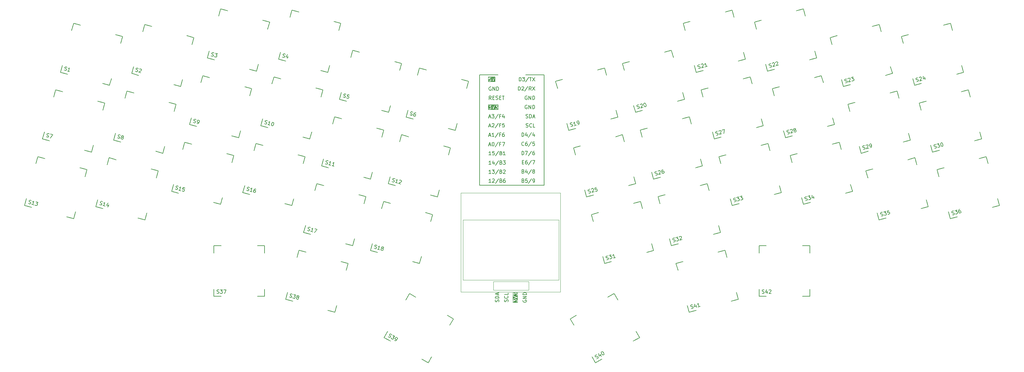
<source format=gto>
G04 #@! TF.GenerationSoftware,KiCad,Pcbnew,8.0.4*
G04 #@! TF.CreationDate,2024-08-14T21:54:49+09:00*
G04 #@! TF.ProjectId,TrueStrike42,54727565-5374-4726-996b-6534322e6b69,rev?*
G04 #@! TF.SameCoordinates,Original*
G04 #@! TF.FileFunction,Legend,Top*
G04 #@! TF.FilePolarity,Positive*
%FSLAX46Y46*%
G04 Gerber Fmt 4.6, Leading zero omitted, Abs format (unit mm)*
G04 Created by KiCad (PCBNEW 8.0.4) date 2024-08-14 21:54:49*
%MOMM*%
%LPD*%
G01*
G04 APERTURE LIST*
%ADD10C,0.160000*%
%ADD11C,0.150000*%
%ADD12C,0.120000*%
%ADD13C,1.701800*%
%ADD14C,2.200000*%
%ADD15C,3.500000*%
%ADD16C,1.600000*%
%ADD17R,1.600000X1.600000*%
%ADD18O,1.600000X2.000000*%
%ADD19C,3.987800*%
%ADD20C,3.048000*%
G04 APERTURE END LIST*
D10*
X151452733Y-115352294D02*
X151405114Y-115447532D01*
X151405114Y-115447532D02*
X151405114Y-115590389D01*
X151405114Y-115590389D02*
X151452733Y-115733246D01*
X151452733Y-115733246D02*
X151547971Y-115828484D01*
X151547971Y-115828484D02*
X151643209Y-115876103D01*
X151643209Y-115876103D02*
X151833685Y-115923722D01*
X151833685Y-115923722D02*
X151976542Y-115923722D01*
X151976542Y-115923722D02*
X152167018Y-115876103D01*
X152167018Y-115876103D02*
X152262256Y-115828484D01*
X152262256Y-115828484D02*
X152357495Y-115733246D01*
X152357495Y-115733246D02*
X152405114Y-115590389D01*
X152405114Y-115590389D02*
X152405114Y-115495151D01*
X152405114Y-115495151D02*
X152357495Y-115352294D01*
X152357495Y-115352294D02*
X152309875Y-115304675D01*
X152309875Y-115304675D02*
X151976542Y-115304675D01*
X151976542Y-115304675D02*
X151976542Y-115495151D01*
X152405114Y-114876103D02*
X151405114Y-114876103D01*
X151405114Y-114876103D02*
X152405114Y-114304675D01*
X152405114Y-114304675D02*
X151405114Y-114304675D01*
X152405114Y-113828484D02*
X151405114Y-113828484D01*
X151405114Y-113828484D02*
X151405114Y-113590389D01*
X151405114Y-113590389D02*
X151452733Y-113447532D01*
X151452733Y-113447532D02*
X151547971Y-113352294D01*
X151547971Y-113352294D02*
X151643209Y-113304675D01*
X151643209Y-113304675D02*
X151833685Y-113257056D01*
X151833685Y-113257056D02*
X151976542Y-113257056D01*
X151976542Y-113257056D02*
X152167018Y-113304675D01*
X152167018Y-113304675D02*
X152262256Y-113352294D01*
X152262256Y-113352294D02*
X152357495Y-113447532D01*
X152357495Y-113447532D02*
X152405114Y-113590389D01*
X152405114Y-113590389D02*
X152405114Y-113828484D01*
G36*
X149996223Y-116018072D02*
G01*
X148614001Y-116018072D01*
X148614001Y-115209450D01*
X148725112Y-115209450D01*
X148725112Y-115828497D01*
X148726649Y-115844104D01*
X148738594Y-115872943D01*
X148760666Y-115895015D01*
X148789505Y-115906960D01*
X148820719Y-115906960D01*
X148849558Y-115895015D01*
X148871630Y-115872943D01*
X148883575Y-115844104D01*
X148885112Y-115828497D01*
X148885112Y-115385751D01*
X149133384Y-115602989D01*
X149140127Y-115607810D01*
X149141618Y-115609301D01*
X149143030Y-115609886D01*
X149146141Y-115612110D01*
X149158454Y-115616274D01*
X149170457Y-115621246D01*
X149173153Y-115621246D01*
X149175711Y-115622111D01*
X149188682Y-115621246D01*
X149201671Y-115621246D01*
X149204163Y-115620213D01*
X149206856Y-115620034D01*
X149218502Y-115614274D01*
X149230510Y-115609301D01*
X149232418Y-115607392D01*
X149234836Y-115606197D01*
X149243391Y-115596419D01*
X149252582Y-115587229D01*
X149253614Y-115584736D01*
X149255391Y-115582706D01*
X149259555Y-115570392D01*
X149264527Y-115558390D01*
X149264901Y-115554585D01*
X149265392Y-115553136D01*
X149265251Y-115551031D01*
X149266064Y-115542783D01*
X149266064Y-115418811D01*
X149299430Y-115352078D01*
X149328691Y-115322816D01*
X149395425Y-115289450D01*
X149595750Y-115289450D01*
X149662484Y-115322817D01*
X149691745Y-115352077D01*
X149725112Y-115418811D01*
X149725112Y-115666755D01*
X149691745Y-115733488D01*
X149653305Y-115771928D01*
X149643356Y-115784050D01*
X149631410Y-115812889D01*
X149631409Y-115844103D01*
X149643355Y-115872942D01*
X149665426Y-115895014D01*
X149694265Y-115906960D01*
X149725479Y-115906961D01*
X149754318Y-115895015D01*
X149766441Y-115885066D01*
X149814061Y-115837447D01*
X149819096Y-115831311D01*
X149820693Y-115829927D01*
X149822206Y-115827522D01*
X149824010Y-115825325D01*
X149824818Y-115823372D01*
X149829047Y-115816655D01*
X149876666Y-115721417D01*
X149882271Y-115706771D01*
X149882474Y-115703903D01*
X149883575Y-115701247D01*
X149885112Y-115685640D01*
X149885112Y-115399926D01*
X149883575Y-115384319D01*
X149882474Y-115381662D01*
X149882271Y-115378795D01*
X149876666Y-115364149D01*
X149829047Y-115268911D01*
X149824818Y-115262193D01*
X149824010Y-115260241D01*
X149822206Y-115258043D01*
X149820693Y-115255639D01*
X149819096Y-115254254D01*
X149814061Y-115248119D01*
X149766441Y-115200500D01*
X149760307Y-115195466D01*
X149758922Y-115193869D01*
X149756514Y-115192353D01*
X149754318Y-115190551D01*
X149752366Y-115189742D01*
X149745650Y-115185515D01*
X149650412Y-115137896D01*
X149635765Y-115132291D01*
X149632898Y-115132087D01*
X149630242Y-115130987D01*
X149614635Y-115129450D01*
X149376540Y-115129450D01*
X149360933Y-115130987D01*
X149358276Y-115132087D01*
X149355409Y-115132291D01*
X149340763Y-115137896D01*
X149245525Y-115185515D01*
X149238806Y-115189744D01*
X149236856Y-115190552D01*
X149234661Y-115192353D01*
X149232253Y-115193869D01*
X149230867Y-115195466D01*
X149224733Y-115200501D01*
X149177114Y-115248119D01*
X149172077Y-115254256D01*
X149170483Y-115255639D01*
X149168970Y-115258042D01*
X149167165Y-115260242D01*
X149166355Y-115262196D01*
X149162129Y-115268911D01*
X149114510Y-115364149D01*
X149111722Y-115371433D01*
X148857792Y-115149244D01*
X148851048Y-115144422D01*
X148849558Y-115142932D01*
X148848145Y-115142346D01*
X148845035Y-115140123D01*
X148832721Y-115135958D01*
X148820719Y-115130987D01*
X148818023Y-115130987D01*
X148815465Y-115130122D01*
X148802494Y-115130987D01*
X148789505Y-115130987D01*
X148787012Y-115132019D01*
X148784320Y-115132199D01*
X148772673Y-115137958D01*
X148760666Y-115142932D01*
X148758757Y-115144840D01*
X148756340Y-115146036D01*
X148747784Y-115155813D01*
X148738594Y-115165004D01*
X148737561Y-115167496D01*
X148735785Y-115169527D01*
X148731620Y-115181840D01*
X148726649Y-115193843D01*
X148726274Y-115197647D01*
X148725784Y-115199097D01*
X148725924Y-115201201D01*
X148725112Y-115209450D01*
X148614001Y-115209450D01*
X148614001Y-114247063D01*
X148725740Y-114247063D01*
X148727952Y-114278199D01*
X148741912Y-114306118D01*
X148765494Y-114326570D01*
X148779814Y-114332964D01*
X149552128Y-114590402D01*
X148779814Y-114847840D01*
X148765494Y-114854234D01*
X148741912Y-114874686D01*
X148727952Y-114902605D01*
X148725740Y-114933741D01*
X148735611Y-114963353D01*
X148756063Y-114986935D01*
X148783982Y-115000895D01*
X148815118Y-115003107D01*
X148830410Y-114999630D01*
X149830410Y-114666297D01*
X149844730Y-114659903D01*
X149849047Y-114656158D01*
X149854161Y-114653602D01*
X149860731Y-114646026D01*
X149868312Y-114639452D01*
X149870869Y-114634335D01*
X149874613Y-114630020D01*
X149877783Y-114620509D01*
X149882271Y-114611533D01*
X149882676Y-114605828D01*
X149884483Y-114600408D01*
X149883772Y-114590402D01*
X149884483Y-114580396D01*
X149882676Y-114574975D01*
X149882271Y-114569271D01*
X149877783Y-114560294D01*
X149874613Y-114550784D01*
X149870869Y-114546468D01*
X149868312Y-114541352D01*
X149860731Y-114534777D01*
X149854161Y-114527202D01*
X149849047Y-114524645D01*
X149844730Y-114520901D01*
X149830410Y-114514507D01*
X148830410Y-114181174D01*
X148815118Y-114177697D01*
X148783982Y-114179909D01*
X148756063Y-114193869D01*
X148735611Y-114217451D01*
X148725740Y-114247063D01*
X148614001Y-114247063D01*
X148614001Y-113399926D01*
X148725112Y-113399926D01*
X148725112Y-114018973D01*
X148726649Y-114034580D01*
X148738594Y-114063419D01*
X148760666Y-114085491D01*
X148789505Y-114097436D01*
X148820719Y-114097436D01*
X148849558Y-114085491D01*
X148871630Y-114063419D01*
X148883575Y-114034580D01*
X148885112Y-114018973D01*
X148885112Y-113576227D01*
X149133384Y-113793465D01*
X149140127Y-113798286D01*
X149141618Y-113799777D01*
X149143030Y-113800362D01*
X149146141Y-113802586D01*
X149158454Y-113806750D01*
X149170457Y-113811722D01*
X149173153Y-113811722D01*
X149175711Y-113812587D01*
X149188682Y-113811722D01*
X149201671Y-113811722D01*
X149204163Y-113810689D01*
X149206856Y-113810510D01*
X149218502Y-113804750D01*
X149230510Y-113799777D01*
X149232418Y-113797868D01*
X149234836Y-113796673D01*
X149243391Y-113786895D01*
X149252582Y-113777705D01*
X149253614Y-113775212D01*
X149255391Y-113773182D01*
X149259555Y-113760868D01*
X149264527Y-113748866D01*
X149264901Y-113745061D01*
X149265392Y-113743612D01*
X149265251Y-113741507D01*
X149266064Y-113733259D01*
X149266064Y-113609287D01*
X149299430Y-113542554D01*
X149328691Y-113513292D01*
X149395425Y-113479926D01*
X149595750Y-113479926D01*
X149662484Y-113513293D01*
X149691745Y-113542553D01*
X149725112Y-113609287D01*
X149725112Y-113857231D01*
X149691745Y-113923964D01*
X149653305Y-113962404D01*
X149643356Y-113974526D01*
X149631410Y-114003365D01*
X149631409Y-114034579D01*
X149643355Y-114063418D01*
X149665426Y-114085490D01*
X149694265Y-114097436D01*
X149725479Y-114097437D01*
X149754318Y-114085491D01*
X149766441Y-114075542D01*
X149814061Y-114027923D01*
X149819096Y-114021787D01*
X149820693Y-114020403D01*
X149822206Y-114017998D01*
X149824010Y-114015801D01*
X149824818Y-114013848D01*
X149829047Y-114007131D01*
X149876666Y-113911893D01*
X149882271Y-113897247D01*
X149882474Y-113894379D01*
X149883575Y-113891723D01*
X149885112Y-113876116D01*
X149885112Y-113590402D01*
X149883575Y-113574795D01*
X149882474Y-113572138D01*
X149882271Y-113569271D01*
X149876666Y-113554625D01*
X149829047Y-113459387D01*
X149824818Y-113452669D01*
X149824010Y-113450717D01*
X149822206Y-113448519D01*
X149820693Y-113446115D01*
X149819096Y-113444730D01*
X149814061Y-113438595D01*
X149766441Y-113390976D01*
X149760307Y-113385942D01*
X149758922Y-113384345D01*
X149756514Y-113382829D01*
X149754318Y-113381027D01*
X149752366Y-113380218D01*
X149745650Y-113375991D01*
X149650412Y-113328372D01*
X149635765Y-113322767D01*
X149632898Y-113322563D01*
X149630242Y-113321463D01*
X149614635Y-113319926D01*
X149376540Y-113319926D01*
X149360933Y-113321463D01*
X149358276Y-113322563D01*
X149355409Y-113322767D01*
X149340763Y-113328372D01*
X149245525Y-113375991D01*
X149238806Y-113380220D01*
X149236856Y-113381028D01*
X149234661Y-113382829D01*
X149232253Y-113384345D01*
X149230867Y-113385942D01*
X149224733Y-113390977D01*
X149177114Y-113438595D01*
X149172077Y-113444732D01*
X149170483Y-113446115D01*
X149168970Y-113448518D01*
X149167165Y-113450718D01*
X149166355Y-113452672D01*
X149162129Y-113459387D01*
X149114510Y-113554625D01*
X149111722Y-113561909D01*
X148857792Y-113339720D01*
X148851048Y-113334898D01*
X148849558Y-113333408D01*
X148848145Y-113332822D01*
X148845035Y-113330599D01*
X148832721Y-113326434D01*
X148820719Y-113321463D01*
X148818023Y-113321463D01*
X148815465Y-113320598D01*
X148802494Y-113321463D01*
X148789505Y-113321463D01*
X148787012Y-113322495D01*
X148784320Y-113322675D01*
X148772673Y-113328434D01*
X148760666Y-113333408D01*
X148758757Y-113335316D01*
X148756340Y-113336512D01*
X148747784Y-113346289D01*
X148738594Y-113355480D01*
X148737561Y-113357972D01*
X148735785Y-113360003D01*
X148731620Y-113372316D01*
X148726649Y-113384319D01*
X148726274Y-113388123D01*
X148725784Y-113389573D01*
X148725924Y-113391677D01*
X148725112Y-113399926D01*
X148614001Y-113399926D01*
X148614001Y-113208815D01*
X149996223Y-113208815D01*
X149996223Y-116018072D01*
G37*
X147257497Y-115780874D02*
X147305116Y-115638017D01*
X147305116Y-115638017D02*
X147305116Y-115399922D01*
X147305116Y-115399922D02*
X147257497Y-115304684D01*
X147257497Y-115304684D02*
X147209877Y-115257065D01*
X147209877Y-115257065D02*
X147114639Y-115209446D01*
X147114639Y-115209446D02*
X147019401Y-115209446D01*
X147019401Y-115209446D02*
X146924163Y-115257065D01*
X146924163Y-115257065D02*
X146876544Y-115304684D01*
X146876544Y-115304684D02*
X146828925Y-115399922D01*
X146828925Y-115399922D02*
X146781306Y-115590398D01*
X146781306Y-115590398D02*
X146733687Y-115685636D01*
X146733687Y-115685636D02*
X146686068Y-115733255D01*
X146686068Y-115733255D02*
X146590830Y-115780874D01*
X146590830Y-115780874D02*
X146495592Y-115780874D01*
X146495592Y-115780874D02*
X146400354Y-115733255D01*
X146400354Y-115733255D02*
X146352735Y-115685636D01*
X146352735Y-115685636D02*
X146305116Y-115590398D01*
X146305116Y-115590398D02*
X146305116Y-115352303D01*
X146305116Y-115352303D02*
X146352735Y-115209446D01*
X147209877Y-114209446D02*
X147257497Y-114257065D01*
X147257497Y-114257065D02*
X147305116Y-114399922D01*
X147305116Y-114399922D02*
X147305116Y-114495160D01*
X147305116Y-114495160D02*
X147257497Y-114638017D01*
X147257497Y-114638017D02*
X147162258Y-114733255D01*
X147162258Y-114733255D02*
X147067020Y-114780874D01*
X147067020Y-114780874D02*
X146876544Y-114828493D01*
X146876544Y-114828493D02*
X146733687Y-114828493D01*
X146733687Y-114828493D02*
X146543211Y-114780874D01*
X146543211Y-114780874D02*
X146447973Y-114733255D01*
X146447973Y-114733255D02*
X146352735Y-114638017D01*
X146352735Y-114638017D02*
X146305116Y-114495160D01*
X146305116Y-114495160D02*
X146305116Y-114399922D01*
X146305116Y-114399922D02*
X146352735Y-114257065D01*
X146352735Y-114257065D02*
X146400354Y-114209446D01*
X147305116Y-113304684D02*
X147305116Y-113780874D01*
X147305116Y-113780874D02*
X146305116Y-113780874D01*
X144757494Y-115804687D02*
X144805113Y-115661830D01*
X144805113Y-115661830D02*
X144805113Y-115423735D01*
X144805113Y-115423735D02*
X144757494Y-115328497D01*
X144757494Y-115328497D02*
X144709874Y-115280878D01*
X144709874Y-115280878D02*
X144614636Y-115233259D01*
X144614636Y-115233259D02*
X144519398Y-115233259D01*
X144519398Y-115233259D02*
X144424160Y-115280878D01*
X144424160Y-115280878D02*
X144376541Y-115328497D01*
X144376541Y-115328497D02*
X144328922Y-115423735D01*
X144328922Y-115423735D02*
X144281303Y-115614211D01*
X144281303Y-115614211D02*
X144233684Y-115709449D01*
X144233684Y-115709449D02*
X144186065Y-115757068D01*
X144186065Y-115757068D02*
X144090827Y-115804687D01*
X144090827Y-115804687D02*
X143995589Y-115804687D01*
X143995589Y-115804687D02*
X143900351Y-115757068D01*
X143900351Y-115757068D02*
X143852732Y-115709449D01*
X143852732Y-115709449D02*
X143805113Y-115614211D01*
X143805113Y-115614211D02*
X143805113Y-115376116D01*
X143805113Y-115376116D02*
X143852732Y-115233259D01*
X144805113Y-114804687D02*
X143805113Y-114804687D01*
X143805113Y-114804687D02*
X143805113Y-114566592D01*
X143805113Y-114566592D02*
X143852732Y-114423735D01*
X143852732Y-114423735D02*
X143947970Y-114328497D01*
X143947970Y-114328497D02*
X144043208Y-114280878D01*
X144043208Y-114280878D02*
X144233684Y-114233259D01*
X144233684Y-114233259D02*
X144376541Y-114233259D01*
X144376541Y-114233259D02*
X144567017Y-114280878D01*
X144567017Y-114280878D02*
X144662255Y-114328497D01*
X144662255Y-114328497D02*
X144757494Y-114423735D01*
X144757494Y-114423735D02*
X144805113Y-114566592D01*
X144805113Y-114566592D02*
X144805113Y-114804687D01*
X144519398Y-113852306D02*
X144519398Y-113376116D01*
X144805113Y-113947544D02*
X143805113Y-113614211D01*
X143805113Y-113614211D02*
X144805113Y-113280878D01*
X150369364Y-54859705D02*
X150369364Y-53859705D01*
X150369364Y-53859705D02*
X150607459Y-53859705D01*
X150607459Y-53859705D02*
X150750316Y-53907324D01*
X150750316Y-53907324D02*
X150845554Y-54002562D01*
X150845554Y-54002562D02*
X150893173Y-54097800D01*
X150893173Y-54097800D02*
X150940792Y-54288276D01*
X150940792Y-54288276D02*
X150940792Y-54431133D01*
X150940792Y-54431133D02*
X150893173Y-54621609D01*
X150893173Y-54621609D02*
X150845554Y-54716847D01*
X150845554Y-54716847D02*
X150750316Y-54812086D01*
X150750316Y-54812086D02*
X150607459Y-54859705D01*
X150607459Y-54859705D02*
X150369364Y-54859705D01*
X151274126Y-53859705D02*
X151893173Y-53859705D01*
X151893173Y-53859705D02*
X151559840Y-54240657D01*
X151559840Y-54240657D02*
X151702697Y-54240657D01*
X151702697Y-54240657D02*
X151797935Y-54288276D01*
X151797935Y-54288276D02*
X151845554Y-54335895D01*
X151845554Y-54335895D02*
X151893173Y-54431133D01*
X151893173Y-54431133D02*
X151893173Y-54669228D01*
X151893173Y-54669228D02*
X151845554Y-54764466D01*
X151845554Y-54764466D02*
X151797935Y-54812086D01*
X151797935Y-54812086D02*
X151702697Y-54859705D01*
X151702697Y-54859705D02*
X151416983Y-54859705D01*
X151416983Y-54859705D02*
X151321745Y-54812086D01*
X151321745Y-54812086D02*
X151274126Y-54764466D01*
X153036030Y-53812086D02*
X152178888Y-55097800D01*
X153226507Y-53859705D02*
X153797935Y-53859705D01*
X153512221Y-54859705D02*
X153512221Y-53859705D01*
X154036031Y-53859705D02*
X154702697Y-54859705D01*
X154702697Y-53859705D02*
X154036031Y-54859705D01*
X151131272Y-75223328D02*
X151131272Y-74223328D01*
X151131272Y-74223328D02*
X151369367Y-74223328D01*
X151369367Y-74223328D02*
X151512224Y-74270947D01*
X151512224Y-74270947D02*
X151607462Y-74366185D01*
X151607462Y-74366185D02*
X151655081Y-74461423D01*
X151655081Y-74461423D02*
X151702700Y-74651899D01*
X151702700Y-74651899D02*
X151702700Y-74794756D01*
X151702700Y-74794756D02*
X151655081Y-74985232D01*
X151655081Y-74985232D02*
X151607462Y-75080470D01*
X151607462Y-75080470D02*
X151512224Y-75175709D01*
X151512224Y-75175709D02*
X151369367Y-75223328D01*
X151369367Y-75223328D02*
X151131272Y-75223328D01*
X152036034Y-74223328D02*
X152702700Y-74223328D01*
X152702700Y-74223328D02*
X152274129Y-75223328D01*
X153797938Y-74175709D02*
X152940796Y-75461423D01*
X154559843Y-74223328D02*
X154369367Y-74223328D01*
X154369367Y-74223328D02*
X154274129Y-74270947D01*
X154274129Y-74270947D02*
X154226510Y-74318566D01*
X154226510Y-74318566D02*
X154131272Y-74461423D01*
X154131272Y-74461423D02*
X154083653Y-74651899D01*
X154083653Y-74651899D02*
X154083653Y-75032851D01*
X154083653Y-75032851D02*
X154131272Y-75128089D01*
X154131272Y-75128089D02*
X154178891Y-75175709D01*
X154178891Y-75175709D02*
X154274129Y-75223328D01*
X154274129Y-75223328D02*
X154464605Y-75223328D01*
X154464605Y-75223328D02*
X154559843Y-75175709D01*
X154559843Y-75175709D02*
X154607462Y-75128089D01*
X154607462Y-75128089D02*
X154655081Y-75032851D01*
X154655081Y-75032851D02*
X154655081Y-74794756D01*
X154655081Y-74794756D02*
X154607462Y-74699518D01*
X154607462Y-74699518D02*
X154559843Y-74651899D01*
X154559843Y-74651899D02*
X154464605Y-74604280D01*
X154464605Y-74604280D02*
X154274129Y-74604280D01*
X154274129Y-74604280D02*
X154178891Y-74651899D01*
X154178891Y-74651899D02*
X154131272Y-74699518D01*
X154131272Y-74699518D02*
X154083653Y-74794756D01*
X151464602Y-82335891D02*
X151607459Y-82383510D01*
X151607459Y-82383510D02*
X151655078Y-82431129D01*
X151655078Y-82431129D02*
X151702697Y-82526367D01*
X151702697Y-82526367D02*
X151702697Y-82669224D01*
X151702697Y-82669224D02*
X151655078Y-82764462D01*
X151655078Y-82764462D02*
X151607459Y-82812082D01*
X151607459Y-82812082D02*
X151512221Y-82859701D01*
X151512221Y-82859701D02*
X151131269Y-82859701D01*
X151131269Y-82859701D02*
X151131269Y-81859701D01*
X151131269Y-81859701D02*
X151464602Y-81859701D01*
X151464602Y-81859701D02*
X151559840Y-81907320D01*
X151559840Y-81907320D02*
X151607459Y-81954939D01*
X151607459Y-81954939D02*
X151655078Y-82050177D01*
X151655078Y-82050177D02*
X151655078Y-82145415D01*
X151655078Y-82145415D02*
X151607459Y-82240653D01*
X151607459Y-82240653D02*
X151559840Y-82288272D01*
X151559840Y-82288272D02*
X151464602Y-82335891D01*
X151464602Y-82335891D02*
X151131269Y-82335891D01*
X152607459Y-81859701D02*
X152131269Y-81859701D01*
X152131269Y-81859701D02*
X152083650Y-82335891D01*
X152083650Y-82335891D02*
X152131269Y-82288272D01*
X152131269Y-82288272D02*
X152226507Y-82240653D01*
X152226507Y-82240653D02*
X152464602Y-82240653D01*
X152464602Y-82240653D02*
X152559840Y-82288272D01*
X152559840Y-82288272D02*
X152607459Y-82335891D01*
X152607459Y-82335891D02*
X152655078Y-82431129D01*
X152655078Y-82431129D02*
X152655078Y-82669224D01*
X152655078Y-82669224D02*
X152607459Y-82764462D01*
X152607459Y-82764462D02*
X152559840Y-82812082D01*
X152559840Y-82812082D02*
X152464602Y-82859701D01*
X152464602Y-82859701D02*
X152226507Y-82859701D01*
X152226507Y-82859701D02*
X152131269Y-82812082D01*
X152131269Y-82812082D02*
X152083650Y-82764462D01*
X153797935Y-81812082D02*
X152940793Y-83097796D01*
X154178888Y-82859701D02*
X154369364Y-82859701D01*
X154369364Y-82859701D02*
X154464602Y-82812082D01*
X154464602Y-82812082D02*
X154512221Y-82764462D01*
X154512221Y-82764462D02*
X154607459Y-82621605D01*
X154607459Y-82621605D02*
X154655078Y-82431129D01*
X154655078Y-82431129D02*
X154655078Y-82050177D01*
X154655078Y-82050177D02*
X154607459Y-81954939D01*
X154607459Y-81954939D02*
X154559840Y-81907320D01*
X154559840Y-81907320D02*
X154464602Y-81859701D01*
X154464602Y-81859701D02*
X154274126Y-81859701D01*
X154274126Y-81859701D02*
X154178888Y-81907320D01*
X154178888Y-81907320D02*
X154131269Y-81954939D01*
X154131269Y-81954939D02*
X154083650Y-82050177D01*
X154083650Y-82050177D02*
X154083650Y-82288272D01*
X154083650Y-82288272D02*
X154131269Y-82383510D01*
X154131269Y-82383510D02*
X154178888Y-82431129D01*
X154178888Y-82431129D02*
X154274126Y-82478748D01*
X154274126Y-82478748D02*
X154464602Y-82478748D01*
X154464602Y-82478748D02*
X154559840Y-82431129D01*
X154559840Y-82431129D02*
X154607459Y-82383510D01*
X154607459Y-82383510D02*
X154655078Y-82288272D01*
X151226506Y-77244974D02*
X151559839Y-77244974D01*
X151702696Y-77768784D02*
X151226506Y-77768784D01*
X151226506Y-77768784D02*
X151226506Y-76768784D01*
X151226506Y-76768784D02*
X151702696Y-76768784D01*
X152559839Y-76768784D02*
X152369363Y-76768784D01*
X152369363Y-76768784D02*
X152274125Y-76816403D01*
X152274125Y-76816403D02*
X152226506Y-76864022D01*
X152226506Y-76864022D02*
X152131268Y-77006879D01*
X152131268Y-77006879D02*
X152083649Y-77197355D01*
X152083649Y-77197355D02*
X152083649Y-77578307D01*
X152083649Y-77578307D02*
X152131268Y-77673545D01*
X152131268Y-77673545D02*
X152178887Y-77721165D01*
X152178887Y-77721165D02*
X152274125Y-77768784D01*
X152274125Y-77768784D02*
X152464601Y-77768784D01*
X152464601Y-77768784D02*
X152559839Y-77721165D01*
X152559839Y-77721165D02*
X152607458Y-77673545D01*
X152607458Y-77673545D02*
X152655077Y-77578307D01*
X152655077Y-77578307D02*
X152655077Y-77340212D01*
X152655077Y-77340212D02*
X152607458Y-77244974D01*
X152607458Y-77244974D02*
X152559839Y-77197355D01*
X152559839Y-77197355D02*
X152464601Y-77149736D01*
X152464601Y-77149736D02*
X152274125Y-77149736D01*
X152274125Y-77149736D02*
X152178887Y-77197355D01*
X152178887Y-77197355D02*
X152131268Y-77244974D01*
X152131268Y-77244974D02*
X152083649Y-77340212D01*
X153797934Y-76721165D02*
X152940792Y-78006879D01*
X154036030Y-76768784D02*
X154702696Y-76768784D01*
X154702696Y-76768784D02*
X154274125Y-77768784D01*
X151702701Y-72582635D02*
X151655082Y-72630255D01*
X151655082Y-72630255D02*
X151512225Y-72677874D01*
X151512225Y-72677874D02*
X151416987Y-72677874D01*
X151416987Y-72677874D02*
X151274130Y-72630255D01*
X151274130Y-72630255D02*
X151178892Y-72535016D01*
X151178892Y-72535016D02*
X151131273Y-72439778D01*
X151131273Y-72439778D02*
X151083654Y-72249302D01*
X151083654Y-72249302D02*
X151083654Y-72106445D01*
X151083654Y-72106445D02*
X151131273Y-71915969D01*
X151131273Y-71915969D02*
X151178892Y-71820731D01*
X151178892Y-71820731D02*
X151274130Y-71725493D01*
X151274130Y-71725493D02*
X151416987Y-71677874D01*
X151416987Y-71677874D02*
X151512225Y-71677874D01*
X151512225Y-71677874D02*
X151655082Y-71725493D01*
X151655082Y-71725493D02*
X151702701Y-71773112D01*
X152559844Y-71677874D02*
X152369368Y-71677874D01*
X152369368Y-71677874D02*
X152274130Y-71725493D01*
X152274130Y-71725493D02*
X152226511Y-71773112D01*
X152226511Y-71773112D02*
X152131273Y-71915969D01*
X152131273Y-71915969D02*
X152083654Y-72106445D01*
X152083654Y-72106445D02*
X152083654Y-72487397D01*
X152083654Y-72487397D02*
X152131273Y-72582635D01*
X152131273Y-72582635D02*
X152178892Y-72630255D01*
X152178892Y-72630255D02*
X152274130Y-72677874D01*
X152274130Y-72677874D02*
X152464606Y-72677874D01*
X152464606Y-72677874D02*
X152559844Y-72630255D01*
X152559844Y-72630255D02*
X152607463Y-72582635D01*
X152607463Y-72582635D02*
X152655082Y-72487397D01*
X152655082Y-72487397D02*
X152655082Y-72249302D01*
X152655082Y-72249302D02*
X152607463Y-72154064D01*
X152607463Y-72154064D02*
X152559844Y-72106445D01*
X152559844Y-72106445D02*
X152464606Y-72058826D01*
X152464606Y-72058826D02*
X152274130Y-72058826D01*
X152274130Y-72058826D02*
X152178892Y-72106445D01*
X152178892Y-72106445D02*
X152131273Y-72154064D01*
X152131273Y-72154064D02*
X152083654Y-72249302D01*
X153797939Y-71630255D02*
X152940797Y-72915969D01*
X154607463Y-71677874D02*
X154131273Y-71677874D01*
X154131273Y-71677874D02*
X154083654Y-72154064D01*
X154083654Y-72154064D02*
X154131273Y-72106445D01*
X154131273Y-72106445D02*
X154226511Y-72058826D01*
X154226511Y-72058826D02*
X154464606Y-72058826D01*
X154464606Y-72058826D02*
X154559844Y-72106445D01*
X154559844Y-72106445D02*
X154607463Y-72154064D01*
X154607463Y-72154064D02*
X154655082Y-72249302D01*
X154655082Y-72249302D02*
X154655082Y-72487397D01*
X154655082Y-72487397D02*
X154607463Y-72582635D01*
X154607463Y-72582635D02*
X154559844Y-72630255D01*
X154559844Y-72630255D02*
X154464606Y-72677874D01*
X154464606Y-72677874D02*
X154226511Y-72677874D01*
X154226511Y-72677874D02*
X154131273Y-72630255D01*
X154131273Y-72630255D02*
X154083654Y-72582635D01*
X151464606Y-79790425D02*
X151607463Y-79838044D01*
X151607463Y-79838044D02*
X151655082Y-79885663D01*
X151655082Y-79885663D02*
X151702701Y-79980901D01*
X151702701Y-79980901D02*
X151702701Y-80123758D01*
X151702701Y-80123758D02*
X151655082Y-80218996D01*
X151655082Y-80218996D02*
X151607463Y-80266616D01*
X151607463Y-80266616D02*
X151512225Y-80314235D01*
X151512225Y-80314235D02*
X151131273Y-80314235D01*
X151131273Y-80314235D02*
X151131273Y-79314235D01*
X151131273Y-79314235D02*
X151464606Y-79314235D01*
X151464606Y-79314235D02*
X151559844Y-79361854D01*
X151559844Y-79361854D02*
X151607463Y-79409473D01*
X151607463Y-79409473D02*
X151655082Y-79504711D01*
X151655082Y-79504711D02*
X151655082Y-79599949D01*
X151655082Y-79599949D02*
X151607463Y-79695187D01*
X151607463Y-79695187D02*
X151559844Y-79742806D01*
X151559844Y-79742806D02*
X151464606Y-79790425D01*
X151464606Y-79790425D02*
X151131273Y-79790425D01*
X152559844Y-79647568D02*
X152559844Y-80314235D01*
X152321749Y-79266616D02*
X152083654Y-79980901D01*
X152083654Y-79980901D02*
X152702701Y-79980901D01*
X153797939Y-79266616D02*
X152940797Y-80552330D01*
X154274130Y-79742806D02*
X154178892Y-79695187D01*
X154178892Y-79695187D02*
X154131273Y-79647568D01*
X154131273Y-79647568D02*
X154083654Y-79552330D01*
X154083654Y-79552330D02*
X154083654Y-79504711D01*
X154083654Y-79504711D02*
X154131273Y-79409473D01*
X154131273Y-79409473D02*
X154178892Y-79361854D01*
X154178892Y-79361854D02*
X154274130Y-79314235D01*
X154274130Y-79314235D02*
X154464606Y-79314235D01*
X154464606Y-79314235D02*
X154559844Y-79361854D01*
X154559844Y-79361854D02*
X154607463Y-79409473D01*
X154607463Y-79409473D02*
X154655082Y-79504711D01*
X154655082Y-79504711D02*
X154655082Y-79552330D01*
X154655082Y-79552330D02*
X154607463Y-79647568D01*
X154607463Y-79647568D02*
X154559844Y-79695187D01*
X154559844Y-79695187D02*
X154464606Y-79742806D01*
X154464606Y-79742806D02*
X154274130Y-79742806D01*
X154274130Y-79742806D02*
X154178892Y-79790425D01*
X154178892Y-79790425D02*
X154131273Y-79838044D01*
X154131273Y-79838044D02*
X154083654Y-79933282D01*
X154083654Y-79933282D02*
X154083654Y-80123758D01*
X154083654Y-80123758D02*
X154131273Y-80218996D01*
X154131273Y-80218996D02*
X154178892Y-80266616D01*
X154178892Y-80266616D02*
X154274130Y-80314235D01*
X154274130Y-80314235D02*
X154464606Y-80314235D01*
X154464606Y-80314235D02*
X154559844Y-80266616D01*
X154559844Y-80266616D02*
X154607463Y-80218996D01*
X154607463Y-80218996D02*
X154655082Y-80123758D01*
X154655082Y-80123758D02*
X154655082Y-79933282D01*
X154655082Y-79933282D02*
X154607463Y-79838044D01*
X154607463Y-79838044D02*
X154559844Y-79790425D01*
X154559844Y-79790425D02*
X154464606Y-79742806D01*
X151131274Y-70132420D02*
X151131274Y-69132420D01*
X151131274Y-69132420D02*
X151369369Y-69132420D01*
X151369369Y-69132420D02*
X151512226Y-69180039D01*
X151512226Y-69180039D02*
X151607464Y-69275277D01*
X151607464Y-69275277D02*
X151655083Y-69370515D01*
X151655083Y-69370515D02*
X151702702Y-69560991D01*
X151702702Y-69560991D02*
X151702702Y-69703848D01*
X151702702Y-69703848D02*
X151655083Y-69894324D01*
X151655083Y-69894324D02*
X151607464Y-69989562D01*
X151607464Y-69989562D02*
X151512226Y-70084801D01*
X151512226Y-70084801D02*
X151369369Y-70132420D01*
X151369369Y-70132420D02*
X151131274Y-70132420D01*
X152559845Y-69465753D02*
X152559845Y-70132420D01*
X152321750Y-69084801D02*
X152083655Y-69799086D01*
X152083655Y-69799086D02*
X152702702Y-69799086D01*
X153797940Y-69084801D02*
X152940798Y-70370515D01*
X154559845Y-69465753D02*
X154559845Y-70132420D01*
X154321750Y-69084801D02*
X154083655Y-69799086D01*
X154083655Y-69799086D02*
X154702702Y-69799086D01*
X150131267Y-57405147D02*
X150131267Y-56405147D01*
X150131267Y-56405147D02*
X150369362Y-56405147D01*
X150369362Y-56405147D02*
X150512219Y-56452766D01*
X150512219Y-56452766D02*
X150607457Y-56548004D01*
X150607457Y-56548004D02*
X150655076Y-56643242D01*
X150655076Y-56643242D02*
X150702695Y-56833718D01*
X150702695Y-56833718D02*
X150702695Y-56976575D01*
X150702695Y-56976575D02*
X150655076Y-57167051D01*
X150655076Y-57167051D02*
X150607457Y-57262289D01*
X150607457Y-57262289D02*
X150512219Y-57357528D01*
X150512219Y-57357528D02*
X150369362Y-57405147D01*
X150369362Y-57405147D02*
X150131267Y-57405147D01*
X151083648Y-56500385D02*
X151131267Y-56452766D01*
X151131267Y-56452766D02*
X151226505Y-56405147D01*
X151226505Y-56405147D02*
X151464600Y-56405147D01*
X151464600Y-56405147D02*
X151559838Y-56452766D01*
X151559838Y-56452766D02*
X151607457Y-56500385D01*
X151607457Y-56500385D02*
X151655076Y-56595623D01*
X151655076Y-56595623D02*
X151655076Y-56690861D01*
X151655076Y-56690861D02*
X151607457Y-56833718D01*
X151607457Y-56833718D02*
X151036029Y-57405147D01*
X151036029Y-57405147D02*
X151655076Y-57405147D01*
X152797933Y-56357528D02*
X151940791Y-57643242D01*
X153702695Y-57405147D02*
X153369362Y-56928956D01*
X153131267Y-57405147D02*
X153131267Y-56405147D01*
X153131267Y-56405147D02*
X153512219Y-56405147D01*
X153512219Y-56405147D02*
X153607457Y-56452766D01*
X153607457Y-56452766D02*
X153655076Y-56500385D01*
X153655076Y-56500385D02*
X153702695Y-56595623D01*
X153702695Y-56595623D02*
X153702695Y-56738480D01*
X153702695Y-56738480D02*
X153655076Y-56833718D01*
X153655076Y-56833718D02*
X153607457Y-56881337D01*
X153607457Y-56881337D02*
X153512219Y-56928956D01*
X153512219Y-56928956D02*
X153131267Y-56928956D01*
X154036029Y-56405147D02*
X154702695Y-57405147D01*
X154702695Y-56405147D02*
X154036029Y-57405147D01*
X152274121Y-67539349D02*
X152416978Y-67586968D01*
X152416978Y-67586968D02*
X152655073Y-67586968D01*
X152655073Y-67586968D02*
X152750311Y-67539349D01*
X152750311Y-67539349D02*
X152797930Y-67491729D01*
X152797930Y-67491729D02*
X152845549Y-67396491D01*
X152845549Y-67396491D02*
X152845549Y-67301253D01*
X152845549Y-67301253D02*
X152797930Y-67206015D01*
X152797930Y-67206015D02*
X152750311Y-67158396D01*
X152750311Y-67158396D02*
X152655073Y-67110777D01*
X152655073Y-67110777D02*
X152464597Y-67063158D01*
X152464597Y-67063158D02*
X152369359Y-67015539D01*
X152369359Y-67015539D02*
X152321740Y-66967920D01*
X152321740Y-66967920D02*
X152274121Y-66872682D01*
X152274121Y-66872682D02*
X152274121Y-66777444D01*
X152274121Y-66777444D02*
X152321740Y-66682206D01*
X152321740Y-66682206D02*
X152369359Y-66634587D01*
X152369359Y-66634587D02*
X152464597Y-66586968D01*
X152464597Y-66586968D02*
X152702692Y-66586968D01*
X152702692Y-66586968D02*
X152845549Y-66634587D01*
X153845549Y-67491729D02*
X153797930Y-67539349D01*
X153797930Y-67539349D02*
X153655073Y-67586968D01*
X153655073Y-67586968D02*
X153559835Y-67586968D01*
X153559835Y-67586968D02*
X153416978Y-67539349D01*
X153416978Y-67539349D02*
X153321740Y-67444110D01*
X153321740Y-67444110D02*
X153274121Y-67348872D01*
X153274121Y-67348872D02*
X153226502Y-67158396D01*
X153226502Y-67158396D02*
X153226502Y-67015539D01*
X153226502Y-67015539D02*
X153274121Y-66825063D01*
X153274121Y-66825063D02*
X153321740Y-66729825D01*
X153321740Y-66729825D02*
X153416978Y-66634587D01*
X153416978Y-66634587D02*
X153559835Y-66586968D01*
X153559835Y-66586968D02*
X153655073Y-66586968D01*
X153655073Y-66586968D02*
X153797930Y-66634587D01*
X153797930Y-66634587D02*
X153845549Y-66682206D01*
X154750311Y-67586968D02*
X154274121Y-67586968D01*
X154274121Y-67586968D02*
X154274121Y-66586968D01*
X152559841Y-58998231D02*
X152464603Y-58950612D01*
X152464603Y-58950612D02*
X152321746Y-58950612D01*
X152321746Y-58950612D02*
X152178889Y-58998231D01*
X152178889Y-58998231D02*
X152083651Y-59093469D01*
X152083651Y-59093469D02*
X152036032Y-59188707D01*
X152036032Y-59188707D02*
X151988413Y-59379183D01*
X151988413Y-59379183D02*
X151988413Y-59522040D01*
X151988413Y-59522040D02*
X152036032Y-59712516D01*
X152036032Y-59712516D02*
X152083651Y-59807754D01*
X152083651Y-59807754D02*
X152178889Y-59902993D01*
X152178889Y-59902993D02*
X152321746Y-59950612D01*
X152321746Y-59950612D02*
X152416984Y-59950612D01*
X152416984Y-59950612D02*
X152559841Y-59902993D01*
X152559841Y-59902993D02*
X152607460Y-59855373D01*
X152607460Y-59855373D02*
X152607460Y-59522040D01*
X152607460Y-59522040D02*
X152416984Y-59522040D01*
X153036032Y-59950612D02*
X153036032Y-58950612D01*
X153036032Y-58950612D02*
X153607460Y-59950612D01*
X153607460Y-59950612D02*
X153607460Y-58950612D01*
X154083651Y-59950612D02*
X154083651Y-58950612D01*
X154083651Y-58950612D02*
X154321746Y-58950612D01*
X154321746Y-58950612D02*
X154464603Y-58998231D01*
X154464603Y-58998231D02*
X154559841Y-59093469D01*
X154559841Y-59093469D02*
X154607460Y-59188707D01*
X154607460Y-59188707D02*
X154655079Y-59379183D01*
X154655079Y-59379183D02*
X154655079Y-59522040D01*
X154655079Y-59522040D02*
X154607460Y-59712516D01*
X154607460Y-59712516D02*
X154559841Y-59807754D01*
X154559841Y-59807754D02*
X154464603Y-59902993D01*
X154464603Y-59902993D02*
X154321746Y-59950612D01*
X154321746Y-59950612D02*
X154083651Y-59950612D01*
X152559838Y-61543680D02*
X152464600Y-61496061D01*
X152464600Y-61496061D02*
X152321743Y-61496061D01*
X152321743Y-61496061D02*
X152178886Y-61543680D01*
X152178886Y-61543680D02*
X152083648Y-61638918D01*
X152083648Y-61638918D02*
X152036029Y-61734156D01*
X152036029Y-61734156D02*
X151988410Y-61924632D01*
X151988410Y-61924632D02*
X151988410Y-62067489D01*
X151988410Y-62067489D02*
X152036029Y-62257965D01*
X152036029Y-62257965D02*
X152083648Y-62353203D01*
X152083648Y-62353203D02*
X152178886Y-62448442D01*
X152178886Y-62448442D02*
X152321743Y-62496061D01*
X152321743Y-62496061D02*
X152416981Y-62496061D01*
X152416981Y-62496061D02*
X152559838Y-62448442D01*
X152559838Y-62448442D02*
X152607457Y-62400822D01*
X152607457Y-62400822D02*
X152607457Y-62067489D01*
X152607457Y-62067489D02*
X152416981Y-62067489D01*
X153036029Y-62496061D02*
X153036029Y-61496061D01*
X153036029Y-61496061D02*
X153607457Y-62496061D01*
X153607457Y-62496061D02*
X153607457Y-61496061D01*
X154083648Y-62496061D02*
X154083648Y-61496061D01*
X154083648Y-61496061D02*
X154321743Y-61496061D01*
X154321743Y-61496061D02*
X154464600Y-61543680D01*
X154464600Y-61543680D02*
X154559838Y-61638918D01*
X154559838Y-61638918D02*
X154607457Y-61734156D01*
X154607457Y-61734156D02*
X154655076Y-61924632D01*
X154655076Y-61924632D02*
X154655076Y-62067489D01*
X154655076Y-62067489D02*
X154607457Y-62257965D01*
X154607457Y-62257965D02*
X154559838Y-62353203D01*
X154559838Y-62353203D02*
X154464600Y-62448442D01*
X154464600Y-62448442D02*
X154321743Y-62496061D01*
X154321743Y-62496061D02*
X154083648Y-62496061D01*
X152226508Y-64993899D02*
X152369365Y-65041518D01*
X152369365Y-65041518D02*
X152607460Y-65041518D01*
X152607460Y-65041518D02*
X152702698Y-64993899D01*
X152702698Y-64993899D02*
X152750317Y-64946279D01*
X152750317Y-64946279D02*
X152797936Y-64851041D01*
X152797936Y-64851041D02*
X152797936Y-64755803D01*
X152797936Y-64755803D02*
X152750317Y-64660565D01*
X152750317Y-64660565D02*
X152702698Y-64612946D01*
X152702698Y-64612946D02*
X152607460Y-64565327D01*
X152607460Y-64565327D02*
X152416984Y-64517708D01*
X152416984Y-64517708D02*
X152321746Y-64470089D01*
X152321746Y-64470089D02*
X152274127Y-64422470D01*
X152274127Y-64422470D02*
X152226508Y-64327232D01*
X152226508Y-64327232D02*
X152226508Y-64231994D01*
X152226508Y-64231994D02*
X152274127Y-64136756D01*
X152274127Y-64136756D02*
X152321746Y-64089137D01*
X152321746Y-64089137D02*
X152416984Y-64041518D01*
X152416984Y-64041518D02*
X152655079Y-64041518D01*
X152655079Y-64041518D02*
X152797936Y-64089137D01*
X153226508Y-65041518D02*
X153226508Y-64041518D01*
X153226508Y-64041518D02*
X153464603Y-64041518D01*
X153464603Y-64041518D02*
X153607460Y-64089137D01*
X153607460Y-64089137D02*
X153702698Y-64184375D01*
X153702698Y-64184375D02*
X153750317Y-64279613D01*
X153750317Y-64279613D02*
X153797936Y-64470089D01*
X153797936Y-64470089D02*
X153797936Y-64612946D01*
X153797936Y-64612946D02*
X153750317Y-64803422D01*
X153750317Y-64803422D02*
X153702698Y-64898660D01*
X153702698Y-64898660D02*
X153607460Y-64993899D01*
X153607460Y-64993899D02*
X153464603Y-65041518D01*
X153464603Y-65041518D02*
X153226508Y-65041518D01*
X154178889Y-64755803D02*
X154655079Y-64755803D01*
X154083651Y-65041518D02*
X154416984Y-64041518D01*
X154416984Y-64041518D02*
X154750317Y-65041518D01*
X142046554Y-69873984D02*
X142522744Y-69873984D01*
X141951316Y-70159699D02*
X142284649Y-69159699D01*
X142284649Y-69159699D02*
X142617982Y-70159699D01*
X143475125Y-70159699D02*
X142903697Y-70159699D01*
X143189411Y-70159699D02*
X143189411Y-69159699D01*
X143189411Y-69159699D02*
X143094173Y-69302556D01*
X143094173Y-69302556D02*
X142998935Y-69397794D01*
X142998935Y-69397794D02*
X142903697Y-69445413D01*
X144617982Y-69112080D02*
X143760840Y-70397794D01*
X145284649Y-69635889D02*
X144951316Y-69635889D01*
X144951316Y-70159699D02*
X144951316Y-69159699D01*
X144951316Y-69159699D02*
X145427506Y-69159699D01*
X146237030Y-69159699D02*
X146046554Y-69159699D01*
X146046554Y-69159699D02*
X145951316Y-69207318D01*
X145951316Y-69207318D02*
X145903697Y-69254937D01*
X145903697Y-69254937D02*
X145808459Y-69397794D01*
X145808459Y-69397794D02*
X145760840Y-69588270D01*
X145760840Y-69588270D02*
X145760840Y-69969222D01*
X145760840Y-69969222D02*
X145808459Y-70064460D01*
X145808459Y-70064460D02*
X145856078Y-70112080D01*
X145856078Y-70112080D02*
X145951316Y-70159699D01*
X145951316Y-70159699D02*
X146141792Y-70159699D01*
X146141792Y-70159699D02*
X146237030Y-70112080D01*
X146237030Y-70112080D02*
X146284649Y-70064460D01*
X146284649Y-70064460D02*
X146332268Y-69969222D01*
X146332268Y-69969222D02*
X146332268Y-69731127D01*
X146332268Y-69731127D02*
X146284649Y-69635889D01*
X146284649Y-69635889D02*
X146237030Y-69588270D01*
X146237030Y-69588270D02*
X146141792Y-69540651D01*
X146141792Y-69540651D02*
X145951316Y-69540651D01*
X145951316Y-69540651D02*
X145856078Y-69588270D01*
X145856078Y-69588270D02*
X145808459Y-69635889D01*
X145808459Y-69635889D02*
X145760840Y-69731127D01*
X142046552Y-72473982D02*
X142522742Y-72473982D01*
X141951314Y-72759697D02*
X142284647Y-71759697D01*
X142284647Y-71759697D02*
X142617980Y-72759697D01*
X143141790Y-71759697D02*
X143237028Y-71759697D01*
X143237028Y-71759697D02*
X143332266Y-71807316D01*
X143332266Y-71807316D02*
X143379885Y-71854935D01*
X143379885Y-71854935D02*
X143427504Y-71950173D01*
X143427504Y-71950173D02*
X143475123Y-72140649D01*
X143475123Y-72140649D02*
X143475123Y-72378744D01*
X143475123Y-72378744D02*
X143427504Y-72569220D01*
X143427504Y-72569220D02*
X143379885Y-72664458D01*
X143379885Y-72664458D02*
X143332266Y-72712078D01*
X143332266Y-72712078D02*
X143237028Y-72759697D01*
X143237028Y-72759697D02*
X143141790Y-72759697D01*
X143141790Y-72759697D02*
X143046552Y-72712078D01*
X143046552Y-72712078D02*
X142998933Y-72664458D01*
X142998933Y-72664458D02*
X142951314Y-72569220D01*
X142951314Y-72569220D02*
X142903695Y-72378744D01*
X142903695Y-72378744D02*
X142903695Y-72140649D01*
X142903695Y-72140649D02*
X142951314Y-71950173D01*
X142951314Y-71950173D02*
X142998933Y-71854935D01*
X142998933Y-71854935D02*
X143046552Y-71807316D01*
X143046552Y-71807316D02*
X143141790Y-71759697D01*
X144617980Y-71712078D02*
X143760838Y-72997792D01*
X145284647Y-72235887D02*
X144951314Y-72235887D01*
X144951314Y-72759697D02*
X144951314Y-71759697D01*
X144951314Y-71759697D02*
X145427504Y-71759697D01*
X145713219Y-71759697D02*
X146379885Y-71759697D01*
X146379885Y-71759697D02*
X145951314Y-72759697D01*
X142617978Y-82859696D02*
X142046550Y-82859696D01*
X142332264Y-82859696D02*
X142332264Y-81859696D01*
X142332264Y-81859696D02*
X142237026Y-82002553D01*
X142237026Y-82002553D02*
X142141788Y-82097791D01*
X142141788Y-82097791D02*
X142046550Y-82145410D01*
X142998931Y-81954934D02*
X143046550Y-81907315D01*
X143046550Y-81907315D02*
X143141788Y-81859696D01*
X143141788Y-81859696D02*
X143379883Y-81859696D01*
X143379883Y-81859696D02*
X143475121Y-81907315D01*
X143475121Y-81907315D02*
X143522740Y-81954934D01*
X143522740Y-81954934D02*
X143570359Y-82050172D01*
X143570359Y-82050172D02*
X143570359Y-82145410D01*
X143570359Y-82145410D02*
X143522740Y-82288267D01*
X143522740Y-82288267D02*
X142951312Y-82859696D01*
X142951312Y-82859696D02*
X143570359Y-82859696D01*
X144713216Y-81812077D02*
X143856074Y-83097791D01*
X145379883Y-82335886D02*
X145522740Y-82383505D01*
X145522740Y-82383505D02*
X145570359Y-82431124D01*
X145570359Y-82431124D02*
X145617978Y-82526362D01*
X145617978Y-82526362D02*
X145617978Y-82669219D01*
X145617978Y-82669219D02*
X145570359Y-82764457D01*
X145570359Y-82764457D02*
X145522740Y-82812077D01*
X145522740Y-82812077D02*
X145427502Y-82859696D01*
X145427502Y-82859696D02*
X145046550Y-82859696D01*
X145046550Y-82859696D02*
X145046550Y-81859696D01*
X145046550Y-81859696D02*
X145379883Y-81859696D01*
X145379883Y-81859696D02*
X145475121Y-81907315D01*
X145475121Y-81907315D02*
X145522740Y-81954934D01*
X145522740Y-81954934D02*
X145570359Y-82050172D01*
X145570359Y-82050172D02*
X145570359Y-82145410D01*
X145570359Y-82145410D02*
X145522740Y-82240648D01*
X145522740Y-82240648D02*
X145475121Y-82288267D01*
X145475121Y-82288267D02*
X145379883Y-82335886D01*
X145379883Y-82335886D02*
X145046550Y-82335886D01*
X146475121Y-81859696D02*
X146284645Y-81859696D01*
X146284645Y-81859696D02*
X146189407Y-81907315D01*
X146189407Y-81907315D02*
X146141788Y-81954934D01*
X146141788Y-81954934D02*
X146046550Y-82097791D01*
X146046550Y-82097791D02*
X145998931Y-82288267D01*
X145998931Y-82288267D02*
X145998931Y-82669219D01*
X145998931Y-82669219D02*
X146046550Y-82764457D01*
X146046550Y-82764457D02*
X146094169Y-82812077D01*
X146094169Y-82812077D02*
X146189407Y-82859696D01*
X146189407Y-82859696D02*
X146379883Y-82859696D01*
X146379883Y-82859696D02*
X146475121Y-82812077D01*
X146475121Y-82812077D02*
X146522740Y-82764457D01*
X146522740Y-82764457D02*
X146570359Y-82669219D01*
X146570359Y-82669219D02*
X146570359Y-82431124D01*
X146570359Y-82431124D02*
X146522740Y-82335886D01*
X146522740Y-82335886D02*
X146475121Y-82288267D01*
X146475121Y-82288267D02*
X146379883Y-82240648D01*
X146379883Y-82240648D02*
X146189407Y-82240648D01*
X146189407Y-82240648D02*
X146094169Y-82288267D01*
X146094169Y-82288267D02*
X146046550Y-82335886D01*
X146046550Y-82335886D02*
X145998931Y-82431124D01*
X142617979Y-75259697D02*
X142046551Y-75259697D01*
X142332265Y-75259697D02*
X142332265Y-74259697D01*
X142332265Y-74259697D02*
X142237027Y-74402554D01*
X142237027Y-74402554D02*
X142141789Y-74497792D01*
X142141789Y-74497792D02*
X142046551Y-74545411D01*
X143522741Y-74259697D02*
X143046551Y-74259697D01*
X143046551Y-74259697D02*
X142998932Y-74735887D01*
X142998932Y-74735887D02*
X143046551Y-74688268D01*
X143046551Y-74688268D02*
X143141789Y-74640649D01*
X143141789Y-74640649D02*
X143379884Y-74640649D01*
X143379884Y-74640649D02*
X143475122Y-74688268D01*
X143475122Y-74688268D02*
X143522741Y-74735887D01*
X143522741Y-74735887D02*
X143570360Y-74831125D01*
X143570360Y-74831125D02*
X143570360Y-75069220D01*
X143570360Y-75069220D02*
X143522741Y-75164458D01*
X143522741Y-75164458D02*
X143475122Y-75212078D01*
X143475122Y-75212078D02*
X143379884Y-75259697D01*
X143379884Y-75259697D02*
X143141789Y-75259697D01*
X143141789Y-75259697D02*
X143046551Y-75212078D01*
X143046551Y-75212078D02*
X142998932Y-75164458D01*
X144713217Y-74212078D02*
X143856075Y-75497792D01*
X145379884Y-74735887D02*
X145522741Y-74783506D01*
X145522741Y-74783506D02*
X145570360Y-74831125D01*
X145570360Y-74831125D02*
X145617979Y-74926363D01*
X145617979Y-74926363D02*
X145617979Y-75069220D01*
X145617979Y-75069220D02*
X145570360Y-75164458D01*
X145570360Y-75164458D02*
X145522741Y-75212078D01*
X145522741Y-75212078D02*
X145427503Y-75259697D01*
X145427503Y-75259697D02*
X145046551Y-75259697D01*
X145046551Y-75259697D02*
X145046551Y-74259697D01*
X145046551Y-74259697D02*
X145379884Y-74259697D01*
X145379884Y-74259697D02*
X145475122Y-74307316D01*
X145475122Y-74307316D02*
X145522741Y-74354935D01*
X145522741Y-74354935D02*
X145570360Y-74450173D01*
X145570360Y-74450173D02*
X145570360Y-74545411D01*
X145570360Y-74545411D02*
X145522741Y-74640649D01*
X145522741Y-74640649D02*
X145475122Y-74688268D01*
X145475122Y-74688268D02*
X145379884Y-74735887D01*
X145379884Y-74735887D02*
X145046551Y-74735887D01*
X146570360Y-75259697D02*
X145998932Y-75259697D01*
X146284646Y-75259697D02*
X146284646Y-74259697D01*
X146284646Y-74259697D02*
X146189408Y-74402554D01*
X146189408Y-74402554D02*
X146094170Y-74497792D01*
X146094170Y-74497792D02*
X145998932Y-74545411D01*
X142617986Y-77859697D02*
X142046558Y-77859697D01*
X142332272Y-77859697D02*
X142332272Y-76859697D01*
X142332272Y-76859697D02*
X142237034Y-77002554D01*
X142237034Y-77002554D02*
X142141796Y-77097792D01*
X142141796Y-77097792D02*
X142046558Y-77145411D01*
X143475129Y-77193030D02*
X143475129Y-77859697D01*
X143237034Y-76812078D02*
X142998939Y-77526363D01*
X142998939Y-77526363D02*
X143617986Y-77526363D01*
X144713224Y-76812078D02*
X143856082Y-78097792D01*
X145379891Y-77335887D02*
X145522748Y-77383506D01*
X145522748Y-77383506D02*
X145570367Y-77431125D01*
X145570367Y-77431125D02*
X145617986Y-77526363D01*
X145617986Y-77526363D02*
X145617986Y-77669220D01*
X145617986Y-77669220D02*
X145570367Y-77764458D01*
X145570367Y-77764458D02*
X145522748Y-77812078D01*
X145522748Y-77812078D02*
X145427510Y-77859697D01*
X145427510Y-77859697D02*
X145046558Y-77859697D01*
X145046558Y-77859697D02*
X145046558Y-76859697D01*
X145046558Y-76859697D02*
X145379891Y-76859697D01*
X145379891Y-76859697D02*
X145475129Y-76907316D01*
X145475129Y-76907316D02*
X145522748Y-76954935D01*
X145522748Y-76954935D02*
X145570367Y-77050173D01*
X145570367Y-77050173D02*
X145570367Y-77145411D01*
X145570367Y-77145411D02*
X145522748Y-77240649D01*
X145522748Y-77240649D02*
X145475129Y-77288268D01*
X145475129Y-77288268D02*
X145379891Y-77335887D01*
X145379891Y-77335887D02*
X145046558Y-77335887D01*
X145951320Y-76859697D02*
X146570367Y-76859697D01*
X146570367Y-76859697D02*
X146237034Y-77240649D01*
X146237034Y-77240649D02*
X146379891Y-77240649D01*
X146379891Y-77240649D02*
X146475129Y-77288268D01*
X146475129Y-77288268D02*
X146522748Y-77335887D01*
X146522748Y-77335887D02*
X146570367Y-77431125D01*
X146570367Y-77431125D02*
X146570367Y-77669220D01*
X146570367Y-77669220D02*
X146522748Y-77764458D01*
X146522748Y-77764458D02*
X146475129Y-77812078D01*
X146475129Y-77812078D02*
X146379891Y-77859697D01*
X146379891Y-77859697D02*
X146094177Y-77859697D01*
X146094177Y-77859697D02*
X145998939Y-77812078D01*
X145998939Y-77812078D02*
X145951320Y-77764458D01*
X142617983Y-80359698D02*
X142046555Y-80359698D01*
X142332269Y-80359698D02*
X142332269Y-79359698D01*
X142332269Y-79359698D02*
X142237031Y-79502555D01*
X142237031Y-79502555D02*
X142141793Y-79597793D01*
X142141793Y-79597793D02*
X142046555Y-79645412D01*
X142951317Y-79359698D02*
X143570364Y-79359698D01*
X143570364Y-79359698D02*
X143237031Y-79740650D01*
X143237031Y-79740650D02*
X143379888Y-79740650D01*
X143379888Y-79740650D02*
X143475126Y-79788269D01*
X143475126Y-79788269D02*
X143522745Y-79835888D01*
X143522745Y-79835888D02*
X143570364Y-79931126D01*
X143570364Y-79931126D02*
X143570364Y-80169221D01*
X143570364Y-80169221D02*
X143522745Y-80264459D01*
X143522745Y-80264459D02*
X143475126Y-80312079D01*
X143475126Y-80312079D02*
X143379888Y-80359698D01*
X143379888Y-80359698D02*
X143094174Y-80359698D01*
X143094174Y-80359698D02*
X142998936Y-80312079D01*
X142998936Y-80312079D02*
X142951317Y-80264459D01*
X144713221Y-79312079D02*
X143856079Y-80597793D01*
X145379888Y-79835888D02*
X145522745Y-79883507D01*
X145522745Y-79883507D02*
X145570364Y-79931126D01*
X145570364Y-79931126D02*
X145617983Y-80026364D01*
X145617983Y-80026364D02*
X145617983Y-80169221D01*
X145617983Y-80169221D02*
X145570364Y-80264459D01*
X145570364Y-80264459D02*
X145522745Y-80312079D01*
X145522745Y-80312079D02*
X145427507Y-80359698D01*
X145427507Y-80359698D02*
X145046555Y-80359698D01*
X145046555Y-80359698D02*
X145046555Y-79359698D01*
X145046555Y-79359698D02*
X145379888Y-79359698D01*
X145379888Y-79359698D02*
X145475126Y-79407317D01*
X145475126Y-79407317D02*
X145522745Y-79454936D01*
X145522745Y-79454936D02*
X145570364Y-79550174D01*
X145570364Y-79550174D02*
X145570364Y-79645412D01*
X145570364Y-79645412D02*
X145522745Y-79740650D01*
X145522745Y-79740650D02*
X145475126Y-79788269D01*
X145475126Y-79788269D02*
X145379888Y-79835888D01*
X145379888Y-79835888D02*
X145046555Y-79835888D01*
X145998936Y-79454936D02*
X146046555Y-79407317D01*
X146046555Y-79407317D02*
X146141793Y-79359698D01*
X146141793Y-79359698D02*
X146379888Y-79359698D01*
X146379888Y-79359698D02*
X146475126Y-79407317D01*
X146475126Y-79407317D02*
X146522745Y-79454936D01*
X146522745Y-79454936D02*
X146570364Y-79550174D01*
X146570364Y-79550174D02*
X146570364Y-79645412D01*
X146570364Y-79645412D02*
X146522745Y-79788269D01*
X146522745Y-79788269D02*
X145951317Y-80359698D01*
X145951317Y-80359698D02*
X146570364Y-80359698D01*
G36*
X144618620Y-62750812D02*
G01*
X141809363Y-62750812D01*
X141809363Y-62480068D01*
X141920474Y-62480068D01*
X141932420Y-62508907D01*
X141942369Y-62521030D01*
X141989988Y-62568650D01*
X141996123Y-62573685D01*
X141997508Y-62575282D01*
X141999912Y-62576795D01*
X142002110Y-62578599D01*
X142004062Y-62579407D01*
X142010780Y-62583636D01*
X142106018Y-62631255D01*
X142120664Y-62636860D01*
X142123531Y-62637063D01*
X142126188Y-62638164D01*
X142141795Y-62639701D01*
X142427509Y-62639701D01*
X142443116Y-62638164D01*
X142445772Y-62637063D01*
X142448639Y-62636860D01*
X142463286Y-62631255D01*
X142558524Y-62583636D01*
X142565241Y-62579407D01*
X142567194Y-62578599D01*
X142569391Y-62576795D01*
X142571796Y-62575282D01*
X142573180Y-62573685D01*
X142579316Y-62568650D01*
X142626935Y-62521030D01*
X142631968Y-62514896D01*
X142633566Y-62513511D01*
X142635081Y-62511103D01*
X142636884Y-62508907D01*
X142637692Y-62506955D01*
X142641920Y-62500239D01*
X142689539Y-62405001D01*
X142695144Y-62390355D01*
X142695347Y-62387487D01*
X142696448Y-62384831D01*
X142697985Y-62369224D01*
X142697985Y-62131129D01*
X142696448Y-62115522D01*
X142695347Y-62112865D01*
X142695144Y-62109998D01*
X142689539Y-62095352D01*
X142641920Y-62000114D01*
X142637690Y-61993395D01*
X142636883Y-61991445D01*
X142635081Y-61989250D01*
X142633566Y-61986842D01*
X142631968Y-61985456D01*
X142626934Y-61979322D01*
X142579316Y-61931703D01*
X142573178Y-61926666D01*
X142571796Y-61925072D01*
X142569392Y-61923559D01*
X142567193Y-61921754D01*
X142565238Y-61920944D01*
X142558524Y-61916718D01*
X142463286Y-61869099D01*
X142456001Y-61866311D01*
X142678191Y-61612381D01*
X142683012Y-61605637D01*
X142684503Y-61604147D01*
X142685088Y-61602734D01*
X142687312Y-61599624D01*
X142691476Y-61587310D01*
X142696448Y-61575308D01*
X142696448Y-61572611D01*
X142697313Y-61570054D01*
X142697290Y-61569707D01*
X142824328Y-61569707D01*
X142827805Y-61584999D01*
X143161138Y-62584999D01*
X143167532Y-62599319D01*
X143171276Y-62603636D01*
X143173833Y-62608750D01*
X143181408Y-62615320D01*
X143187983Y-62622901D01*
X143193099Y-62625458D01*
X143197415Y-62629202D01*
X143206927Y-62632372D01*
X143215902Y-62636860D01*
X143221603Y-62637265D01*
X143227027Y-62639073D01*
X143237039Y-62638361D01*
X143247039Y-62639072D01*
X143252456Y-62637266D01*
X143258163Y-62636861D01*
X143267141Y-62632371D01*
X143276651Y-62629202D01*
X143280967Y-62625458D01*
X143286082Y-62622901D01*
X143292654Y-62615322D01*
X143300233Y-62608750D01*
X143302789Y-62603636D01*
X143306534Y-62599319D01*
X143312928Y-62584999D01*
X143347905Y-62480068D01*
X143729998Y-62480068D01*
X143741944Y-62508907D01*
X143751893Y-62521030D01*
X143799512Y-62568650D01*
X143805647Y-62573685D01*
X143807032Y-62575282D01*
X143809436Y-62576795D01*
X143811634Y-62578599D01*
X143813586Y-62579407D01*
X143820304Y-62583636D01*
X143915542Y-62631255D01*
X143930188Y-62636860D01*
X143933055Y-62637063D01*
X143935712Y-62638164D01*
X143951319Y-62639701D01*
X144237033Y-62639701D01*
X144252640Y-62638164D01*
X144255296Y-62637063D01*
X144258163Y-62636860D01*
X144272810Y-62631255D01*
X144368048Y-62583636D01*
X144374765Y-62579407D01*
X144376718Y-62578599D01*
X144378915Y-62576795D01*
X144381320Y-62575282D01*
X144382704Y-62573685D01*
X144388840Y-62568650D01*
X144436459Y-62521030D01*
X144441492Y-62514896D01*
X144443090Y-62513511D01*
X144444605Y-62511103D01*
X144446408Y-62508907D01*
X144447216Y-62506955D01*
X144451444Y-62500239D01*
X144499063Y-62405001D01*
X144504668Y-62390355D01*
X144504871Y-62387487D01*
X144505972Y-62384831D01*
X144507509Y-62369224D01*
X144507509Y-62131129D01*
X144505972Y-62115522D01*
X144504871Y-62112865D01*
X144504668Y-62109998D01*
X144499063Y-62095352D01*
X144451444Y-62000114D01*
X144447214Y-61993395D01*
X144446407Y-61991445D01*
X144444605Y-61989250D01*
X144443090Y-61986842D01*
X144441492Y-61985456D01*
X144436458Y-61979322D01*
X144388840Y-61931703D01*
X144382702Y-61926666D01*
X144381320Y-61925072D01*
X144378916Y-61923559D01*
X144376717Y-61921754D01*
X144374762Y-61920944D01*
X144368048Y-61916718D01*
X144272810Y-61869099D01*
X144265525Y-61866311D01*
X144487715Y-61612381D01*
X144492536Y-61605637D01*
X144494027Y-61604147D01*
X144494612Y-61602734D01*
X144496836Y-61599624D01*
X144501000Y-61587310D01*
X144505972Y-61575308D01*
X144505972Y-61572611D01*
X144506837Y-61570054D01*
X144505972Y-61557083D01*
X144505972Y-61544094D01*
X144504939Y-61541601D01*
X144504760Y-61538909D01*
X144499000Y-61527262D01*
X144494027Y-61515255D01*
X144492118Y-61513346D01*
X144490923Y-61510929D01*
X144481145Y-61502373D01*
X144471955Y-61493183D01*
X144469462Y-61492150D01*
X144467432Y-61490374D01*
X144455118Y-61486209D01*
X144443116Y-61481238D01*
X144439311Y-61480863D01*
X144437862Y-61480373D01*
X144435757Y-61480513D01*
X144427509Y-61479701D01*
X143808462Y-61479701D01*
X143792855Y-61481238D01*
X143764016Y-61493183D01*
X143741944Y-61515255D01*
X143729999Y-61544094D01*
X143729999Y-61575308D01*
X143741944Y-61604147D01*
X143764016Y-61626219D01*
X143792855Y-61638164D01*
X143808462Y-61639701D01*
X144251208Y-61639701D01*
X144033970Y-61887973D01*
X144029148Y-61894716D01*
X144027658Y-61896207D01*
X144027072Y-61897619D01*
X144024849Y-61900730D01*
X144020684Y-61913043D01*
X144015713Y-61925046D01*
X144015713Y-61927742D01*
X144014848Y-61930300D01*
X144015713Y-61943270D01*
X144015713Y-61956260D01*
X144016745Y-61958752D01*
X144016925Y-61961445D01*
X144022684Y-61973091D01*
X144027658Y-61985099D01*
X144029566Y-61987007D01*
X144030762Y-61989425D01*
X144040539Y-61997980D01*
X144049730Y-62007171D01*
X144052222Y-62008203D01*
X144054253Y-62009980D01*
X144066566Y-62014144D01*
X144078569Y-62019116D01*
X144082373Y-62019490D01*
X144083823Y-62019981D01*
X144085927Y-62019840D01*
X144094176Y-62020653D01*
X144218148Y-62020653D01*
X144284880Y-62054019D01*
X144314142Y-62083280D01*
X144347509Y-62150014D01*
X144347509Y-62350339D01*
X144314141Y-62417073D01*
X144284881Y-62446334D01*
X144218148Y-62479701D01*
X143970204Y-62479701D01*
X143903470Y-62446334D01*
X143865031Y-62407894D01*
X143852909Y-62397945D01*
X143824070Y-62385999D01*
X143792856Y-62385998D01*
X143764017Y-62397944D01*
X143741945Y-62420015D01*
X143729999Y-62448854D01*
X143729998Y-62480068D01*
X143347905Y-62480068D01*
X143646261Y-61585000D01*
X143649738Y-61569707D01*
X143647525Y-61538571D01*
X143633566Y-61510652D01*
X143609984Y-61490200D01*
X143580372Y-61480330D01*
X143549235Y-61482542D01*
X143521316Y-61496501D01*
X143500865Y-61520083D01*
X143494471Y-61534403D01*
X143237033Y-62306717D01*
X142979595Y-61534403D01*
X142973201Y-61520083D01*
X142952749Y-61496501D01*
X142924830Y-61482541D01*
X142893694Y-61480329D01*
X142864082Y-61490200D01*
X142840500Y-61510652D01*
X142826540Y-61538571D01*
X142824328Y-61569707D01*
X142697290Y-61569707D01*
X142696448Y-61557083D01*
X142696448Y-61544094D01*
X142695415Y-61541601D01*
X142695236Y-61538909D01*
X142689476Y-61527262D01*
X142684503Y-61515255D01*
X142682594Y-61513346D01*
X142681399Y-61510929D01*
X142671621Y-61502373D01*
X142662431Y-61493183D01*
X142659938Y-61492150D01*
X142657908Y-61490374D01*
X142645594Y-61486209D01*
X142633592Y-61481238D01*
X142629787Y-61480863D01*
X142628338Y-61480373D01*
X142626233Y-61480513D01*
X142617985Y-61479701D01*
X141998938Y-61479701D01*
X141983331Y-61481238D01*
X141954492Y-61493183D01*
X141932420Y-61515255D01*
X141920475Y-61544094D01*
X141920475Y-61575308D01*
X141932420Y-61604147D01*
X141954492Y-61626219D01*
X141983331Y-61638164D01*
X141998938Y-61639701D01*
X142441684Y-61639701D01*
X142224446Y-61887973D01*
X142219624Y-61894716D01*
X142218134Y-61896207D01*
X142217548Y-61897619D01*
X142215325Y-61900730D01*
X142211160Y-61913043D01*
X142206189Y-61925046D01*
X142206189Y-61927742D01*
X142205324Y-61930300D01*
X142206189Y-61943270D01*
X142206189Y-61956260D01*
X142207221Y-61958752D01*
X142207401Y-61961445D01*
X142213160Y-61973091D01*
X142218134Y-61985099D01*
X142220042Y-61987007D01*
X142221238Y-61989425D01*
X142231015Y-61997980D01*
X142240206Y-62007171D01*
X142242698Y-62008203D01*
X142244729Y-62009980D01*
X142257042Y-62014144D01*
X142269045Y-62019116D01*
X142272849Y-62019490D01*
X142274299Y-62019981D01*
X142276403Y-62019840D01*
X142284652Y-62020653D01*
X142408624Y-62020653D01*
X142475356Y-62054019D01*
X142504618Y-62083280D01*
X142537985Y-62150014D01*
X142537985Y-62350339D01*
X142504617Y-62417073D01*
X142475357Y-62446334D01*
X142408624Y-62479701D01*
X142160680Y-62479701D01*
X142093946Y-62446334D01*
X142055507Y-62407894D01*
X142043385Y-62397945D01*
X142014546Y-62385999D01*
X141983332Y-62385998D01*
X141954493Y-62397944D01*
X141932421Y-62420015D01*
X141920475Y-62448854D01*
X141920474Y-62480068D01*
X141809363Y-62480068D01*
X141809363Y-61368590D01*
X144618620Y-61368590D01*
X144618620Y-62750812D01*
G37*
X142046556Y-64773979D02*
X142522746Y-64773979D01*
X141951318Y-65059694D02*
X142284651Y-64059694D01*
X142284651Y-64059694D02*
X142617984Y-65059694D01*
X142856080Y-64059694D02*
X143475127Y-64059694D01*
X143475127Y-64059694D02*
X143141794Y-64440646D01*
X143141794Y-64440646D02*
X143284651Y-64440646D01*
X143284651Y-64440646D02*
X143379889Y-64488265D01*
X143379889Y-64488265D02*
X143427508Y-64535884D01*
X143427508Y-64535884D02*
X143475127Y-64631122D01*
X143475127Y-64631122D02*
X143475127Y-64869217D01*
X143475127Y-64869217D02*
X143427508Y-64964455D01*
X143427508Y-64964455D02*
X143379889Y-65012075D01*
X143379889Y-65012075D02*
X143284651Y-65059694D01*
X143284651Y-65059694D02*
X142998937Y-65059694D01*
X142998937Y-65059694D02*
X142903699Y-65012075D01*
X142903699Y-65012075D02*
X142856080Y-64964455D01*
X144617984Y-64012075D02*
X143760842Y-65297789D01*
X145284651Y-64535884D02*
X144951318Y-64535884D01*
X144951318Y-65059694D02*
X144951318Y-64059694D01*
X144951318Y-64059694D02*
X145427508Y-64059694D01*
X146237032Y-64393027D02*
X146237032Y-65059694D01*
X145998937Y-64012075D02*
X145760842Y-64726360D01*
X145760842Y-64726360D02*
X146379889Y-64726360D01*
X142046552Y-67273983D02*
X142522742Y-67273983D01*
X141951314Y-67559698D02*
X142284647Y-66559698D01*
X142284647Y-66559698D02*
X142617980Y-67559698D01*
X142903695Y-66654936D02*
X142951314Y-66607317D01*
X142951314Y-66607317D02*
X143046552Y-66559698D01*
X143046552Y-66559698D02*
X143284647Y-66559698D01*
X143284647Y-66559698D02*
X143379885Y-66607317D01*
X143379885Y-66607317D02*
X143427504Y-66654936D01*
X143427504Y-66654936D02*
X143475123Y-66750174D01*
X143475123Y-66750174D02*
X143475123Y-66845412D01*
X143475123Y-66845412D02*
X143427504Y-66988269D01*
X143427504Y-66988269D02*
X142856076Y-67559698D01*
X142856076Y-67559698D02*
X143475123Y-67559698D01*
X144617980Y-66512079D02*
X143760838Y-67797793D01*
X145284647Y-67035888D02*
X144951314Y-67035888D01*
X144951314Y-67559698D02*
X144951314Y-66559698D01*
X144951314Y-66559698D02*
X145427504Y-66559698D01*
X146284647Y-66559698D02*
X145808457Y-66559698D01*
X145808457Y-66559698D02*
X145760838Y-67035888D01*
X145760838Y-67035888D02*
X145808457Y-66988269D01*
X145808457Y-66988269D02*
X145903695Y-66940650D01*
X145903695Y-66940650D02*
X146141790Y-66940650D01*
X146141790Y-66940650D02*
X146237028Y-66988269D01*
X146237028Y-66988269D02*
X146284647Y-67035888D01*
X146284647Y-67035888D02*
X146332266Y-67131126D01*
X146332266Y-67131126D02*
X146332266Y-67369221D01*
X146332266Y-67369221D02*
X146284647Y-67464459D01*
X146284647Y-67464459D02*
X146237028Y-67512079D01*
X146237028Y-67512079D02*
X146141790Y-67559698D01*
X146141790Y-67559698D02*
X145903695Y-67559698D01*
X145903695Y-67559698D02*
X145808457Y-67512079D01*
X145808457Y-67512079D02*
X145760838Y-67464459D01*
X142665599Y-59959692D02*
X142332266Y-59483501D01*
X142094171Y-59959692D02*
X142094171Y-58959692D01*
X142094171Y-58959692D02*
X142475123Y-58959692D01*
X142475123Y-58959692D02*
X142570361Y-59007311D01*
X142570361Y-59007311D02*
X142617980Y-59054930D01*
X142617980Y-59054930D02*
X142665599Y-59150168D01*
X142665599Y-59150168D02*
X142665599Y-59293025D01*
X142665599Y-59293025D02*
X142617980Y-59388263D01*
X142617980Y-59388263D02*
X142570361Y-59435882D01*
X142570361Y-59435882D02*
X142475123Y-59483501D01*
X142475123Y-59483501D02*
X142094171Y-59483501D01*
X143094171Y-59435882D02*
X143427504Y-59435882D01*
X143570361Y-59959692D02*
X143094171Y-59959692D01*
X143094171Y-59959692D02*
X143094171Y-58959692D01*
X143094171Y-58959692D02*
X143570361Y-58959692D01*
X143951314Y-59912073D02*
X144094171Y-59959692D01*
X144094171Y-59959692D02*
X144332266Y-59959692D01*
X144332266Y-59959692D02*
X144427504Y-59912073D01*
X144427504Y-59912073D02*
X144475123Y-59864453D01*
X144475123Y-59864453D02*
X144522742Y-59769215D01*
X144522742Y-59769215D02*
X144522742Y-59673977D01*
X144522742Y-59673977D02*
X144475123Y-59578739D01*
X144475123Y-59578739D02*
X144427504Y-59531120D01*
X144427504Y-59531120D02*
X144332266Y-59483501D01*
X144332266Y-59483501D02*
X144141790Y-59435882D01*
X144141790Y-59435882D02*
X144046552Y-59388263D01*
X144046552Y-59388263D02*
X143998933Y-59340644D01*
X143998933Y-59340644D02*
X143951314Y-59245406D01*
X143951314Y-59245406D02*
X143951314Y-59150168D01*
X143951314Y-59150168D02*
X143998933Y-59054930D01*
X143998933Y-59054930D02*
X144046552Y-59007311D01*
X144046552Y-59007311D02*
X144141790Y-58959692D01*
X144141790Y-58959692D02*
X144379885Y-58959692D01*
X144379885Y-58959692D02*
X144522742Y-59007311D01*
X144951314Y-59435882D02*
X145284647Y-59435882D01*
X145427504Y-59959692D02*
X144951314Y-59959692D01*
X144951314Y-59959692D02*
X144951314Y-58959692D01*
X144951314Y-58959692D02*
X145427504Y-58959692D01*
X145713219Y-58959692D02*
X146284647Y-58959692D01*
X145998933Y-59959692D02*
X145998933Y-58959692D01*
X142617984Y-56507313D02*
X142522746Y-56459694D01*
X142522746Y-56459694D02*
X142379889Y-56459694D01*
X142379889Y-56459694D02*
X142237032Y-56507313D01*
X142237032Y-56507313D02*
X142141794Y-56602551D01*
X142141794Y-56602551D02*
X142094175Y-56697789D01*
X142094175Y-56697789D02*
X142046556Y-56888265D01*
X142046556Y-56888265D02*
X142046556Y-57031122D01*
X142046556Y-57031122D02*
X142094175Y-57221598D01*
X142094175Y-57221598D02*
X142141794Y-57316836D01*
X142141794Y-57316836D02*
X142237032Y-57412075D01*
X142237032Y-57412075D02*
X142379889Y-57459694D01*
X142379889Y-57459694D02*
X142475127Y-57459694D01*
X142475127Y-57459694D02*
X142617984Y-57412075D01*
X142617984Y-57412075D02*
X142665603Y-57364455D01*
X142665603Y-57364455D02*
X142665603Y-57031122D01*
X142665603Y-57031122D02*
X142475127Y-57031122D01*
X143094175Y-57459694D02*
X143094175Y-56459694D01*
X143094175Y-56459694D02*
X143665603Y-57459694D01*
X143665603Y-57459694D02*
X143665603Y-56459694D01*
X144141794Y-57459694D02*
X144141794Y-56459694D01*
X144141794Y-56459694D02*
X144379889Y-56459694D01*
X144379889Y-56459694D02*
X144522746Y-56507313D01*
X144522746Y-56507313D02*
X144617984Y-56602551D01*
X144617984Y-56602551D02*
X144665603Y-56697789D01*
X144665603Y-56697789D02*
X144713222Y-56888265D01*
X144713222Y-56888265D02*
X144713222Y-57031122D01*
X144713222Y-57031122D02*
X144665603Y-57221598D01*
X144665603Y-57221598D02*
X144617984Y-57316836D01*
X144617984Y-57316836D02*
X144522746Y-57412075D01*
X144522746Y-57412075D02*
X144379889Y-57459694D01*
X144379889Y-57459694D02*
X144141794Y-57459694D01*
G36*
X143760844Y-55050808D02*
G01*
X141855814Y-55050808D01*
X141855814Y-54343609D01*
X141966925Y-54343609D01*
X141968089Y-54347466D01*
X141968089Y-54351494D01*
X141972563Y-54362297D01*
X141975942Y-54373494D01*
X141978492Y-54376611D01*
X141980034Y-54380333D01*
X141988304Y-54388603D01*
X141995708Y-54397652D01*
X141999256Y-54399555D01*
X142002106Y-54402405D01*
X142012910Y-54406880D01*
X142023215Y-54412408D01*
X142027224Y-54412808D01*
X142030945Y-54414350D01*
X142042634Y-54414350D01*
X142054274Y-54415514D01*
X142058132Y-54414350D01*
X142062159Y-54414350D01*
X142072962Y-54409875D01*
X142084159Y-54406497D01*
X142087276Y-54403946D01*
X142090998Y-54402405D01*
X142103121Y-54392456D01*
X142141560Y-54354015D01*
X142208294Y-54320649D01*
X142408619Y-54320649D01*
X142475351Y-54354015D01*
X142504613Y-54383276D01*
X142537980Y-54450010D01*
X142537980Y-54650335D01*
X142504612Y-54717069D01*
X142475352Y-54746330D01*
X142408619Y-54779697D01*
X142208294Y-54779697D01*
X142141560Y-54746330D01*
X142103121Y-54707890D01*
X142090999Y-54697941D01*
X142062160Y-54685995D01*
X142030946Y-54685994D01*
X142002107Y-54697940D01*
X141980035Y-54720011D01*
X141968089Y-54748850D01*
X141968088Y-54780064D01*
X141980034Y-54808903D01*
X141989983Y-54821026D01*
X142037602Y-54868646D01*
X142043737Y-54873681D01*
X142045122Y-54875278D01*
X142047526Y-54876791D01*
X142049724Y-54878595D01*
X142051676Y-54879403D01*
X142058394Y-54883632D01*
X142153632Y-54931251D01*
X142168278Y-54936856D01*
X142171145Y-54937059D01*
X142173802Y-54938160D01*
X142189409Y-54939697D01*
X142427504Y-54939697D01*
X142443111Y-54938160D01*
X142445767Y-54937059D01*
X142448634Y-54936856D01*
X142463281Y-54931251D01*
X142558519Y-54883632D01*
X142565236Y-54879403D01*
X142567189Y-54878595D01*
X142569386Y-54876791D01*
X142571791Y-54875278D01*
X142573175Y-54873681D01*
X142579311Y-54868646D01*
X142626930Y-54821026D01*
X142631963Y-54814892D01*
X142633561Y-54813507D01*
X142635076Y-54811099D01*
X142636879Y-54808903D01*
X142637687Y-54806951D01*
X142641915Y-54800235D01*
X142689534Y-54704997D01*
X142695139Y-54690351D01*
X142695342Y-54687483D01*
X142696443Y-54684827D01*
X142697980Y-54669220D01*
X142697980Y-54431125D01*
X142696443Y-54415518D01*
X142695342Y-54412861D01*
X142695139Y-54409994D01*
X142689534Y-54395348D01*
X142641915Y-54300110D01*
X142637685Y-54293391D01*
X142636878Y-54291441D01*
X142635076Y-54289246D01*
X142633561Y-54286838D01*
X142631963Y-54285452D01*
X142626929Y-54279318D01*
X142579311Y-54231699D01*
X142573173Y-54226662D01*
X142571791Y-54225068D01*
X142569387Y-54223555D01*
X142567188Y-54221750D01*
X142565233Y-54220940D01*
X142558519Y-54216714D01*
X142463281Y-54169095D01*
X142448634Y-54163490D01*
X142445767Y-54163286D01*
X142443111Y-54162186D01*
X142427504Y-54160649D01*
X142189409Y-54160649D01*
X142173802Y-54162186D01*
X142171145Y-54163286D01*
X142168278Y-54163490D01*
X142153632Y-54169095D01*
X142143103Y-54174359D01*
X142166570Y-53939697D01*
X142570361Y-53939697D01*
X142585968Y-53938160D01*
X142614807Y-53926215D01*
X142636879Y-53904143D01*
X142648824Y-53875304D01*
X142648824Y-53869703D01*
X142824323Y-53869703D01*
X142827800Y-53884995D01*
X143161133Y-54884995D01*
X143167527Y-54899315D01*
X143171271Y-54903632D01*
X143173828Y-54908746D01*
X143181403Y-54915316D01*
X143187978Y-54922897D01*
X143193094Y-54925454D01*
X143197410Y-54929198D01*
X143206922Y-54932368D01*
X143215897Y-54936856D01*
X143221598Y-54937261D01*
X143227022Y-54939069D01*
X143237034Y-54938357D01*
X143247034Y-54939068D01*
X143252451Y-54937262D01*
X143258158Y-54936857D01*
X143267136Y-54932367D01*
X143276646Y-54929198D01*
X143280962Y-54925454D01*
X143286077Y-54922897D01*
X143292649Y-54915318D01*
X143300228Y-54908746D01*
X143302784Y-54903632D01*
X143306529Y-54899315D01*
X143312923Y-54884995D01*
X143646256Y-53884996D01*
X143649733Y-53869703D01*
X143647520Y-53838567D01*
X143633561Y-53810648D01*
X143609979Y-53790196D01*
X143580367Y-53780326D01*
X143549230Y-53782538D01*
X143521311Y-53796497D01*
X143500860Y-53820079D01*
X143494466Y-53834399D01*
X143237028Y-54606713D01*
X142979590Y-53834399D01*
X142973196Y-53820079D01*
X142952744Y-53796497D01*
X142924825Y-53782537D01*
X142893689Y-53780325D01*
X142864077Y-53790196D01*
X142840495Y-53810648D01*
X142826535Y-53838567D01*
X142824323Y-53869703D01*
X142648824Y-53869703D01*
X142648824Y-53844090D01*
X142636879Y-53815251D01*
X142614807Y-53793179D01*
X142585968Y-53781234D01*
X142570361Y-53779697D01*
X142094171Y-53779697D01*
X142088401Y-53780265D01*
X142086449Y-53780070D01*
X142084542Y-53780645D01*
X142078564Y-53781234D01*
X142067760Y-53785708D01*
X142056564Y-53789087D01*
X142053446Y-53791637D01*
X142049725Y-53793179D01*
X142041454Y-53801449D01*
X142032406Y-53808853D01*
X142030502Y-53812401D01*
X142027653Y-53815251D01*
X142023177Y-53826055D01*
X142017650Y-53836360D01*
X142016468Y-53842253D01*
X142015708Y-53844090D01*
X142015708Y-53846049D01*
X142014568Y-53851737D01*
X141966949Y-54327927D01*
X141966925Y-54343609D01*
X141855814Y-54343609D01*
X141855814Y-53668586D01*
X143760844Y-53668586D01*
X143760844Y-55050808D01*
G37*
X269781910Y-91780183D02*
X269932224Y-91789206D01*
X269932224Y-91789206D02*
X270162207Y-91727582D01*
X270162207Y-91727582D02*
X270241875Y-91656936D01*
X270241875Y-91656936D02*
X270275547Y-91598615D01*
X270275547Y-91598615D02*
X270296894Y-91494297D01*
X270296894Y-91494297D02*
X270272244Y-91402304D01*
X270272244Y-91402304D02*
X270201598Y-91322636D01*
X270201598Y-91322636D02*
X270143277Y-91288964D01*
X270143277Y-91288964D02*
X270038959Y-91267617D01*
X270038959Y-91267617D02*
X269842649Y-91270920D01*
X269842649Y-91270920D02*
X269738331Y-91249573D01*
X269738331Y-91249573D02*
X269680010Y-91215901D01*
X269680010Y-91215901D02*
X269609364Y-91136233D01*
X269609364Y-91136233D02*
X269584715Y-91044240D01*
X269584715Y-91044240D02*
X269606062Y-90939922D01*
X269606062Y-90939922D02*
X269639733Y-90881601D01*
X269639733Y-90881601D02*
X269719402Y-90810955D01*
X269719402Y-90810955D02*
X269949384Y-90749331D01*
X269949384Y-90749331D02*
X270099698Y-90758354D01*
X270409349Y-90626084D02*
X271007303Y-90465863D01*
X271007303Y-90465863D02*
X270783925Y-90920108D01*
X270783925Y-90920108D02*
X270921915Y-90883134D01*
X270921915Y-90883134D02*
X271026232Y-90904481D01*
X271026232Y-90904481D02*
X271084554Y-90938152D01*
X271084554Y-90938152D02*
X271155199Y-91017821D01*
X271155199Y-91017821D02*
X271216823Y-91247803D01*
X271216823Y-91247803D02*
X271195476Y-91352121D01*
X271195476Y-91352121D02*
X271161804Y-91410442D01*
X271161804Y-91410442D02*
X271082136Y-91481088D01*
X271082136Y-91481088D02*
X270806157Y-91555036D01*
X270806157Y-91555036D02*
X270701840Y-91533689D01*
X270701840Y-91533689D02*
X270643518Y-91500017D01*
X271835239Y-90244018D02*
X271651253Y-90293317D01*
X271651253Y-90293317D02*
X271571585Y-90363963D01*
X271571585Y-90363963D02*
X271537913Y-90422284D01*
X271537913Y-90422284D02*
X271482895Y-90584923D01*
X271482895Y-90584923D02*
X271486197Y-90781233D01*
X271486197Y-90781233D02*
X271584795Y-91149205D01*
X271584795Y-91149205D02*
X271655441Y-91228873D01*
X271655441Y-91228873D02*
X271713762Y-91262545D01*
X271713762Y-91262545D02*
X271818080Y-91283892D01*
X271818080Y-91283892D02*
X272002065Y-91234593D01*
X272002065Y-91234593D02*
X272081734Y-91163947D01*
X272081734Y-91163947D02*
X272115405Y-91105626D01*
X272115405Y-91105626D02*
X272136752Y-91001309D01*
X272136752Y-91001309D02*
X272075129Y-90771326D01*
X272075129Y-90771326D02*
X272004483Y-90691658D01*
X272004483Y-90691658D02*
X271946162Y-90657986D01*
X271946162Y-90657986D02*
X271841844Y-90636639D01*
X271841844Y-90636639D02*
X271657858Y-90685938D01*
X271657858Y-90685938D02*
X271578190Y-90756584D01*
X271578190Y-90756584D02*
X271544518Y-90814905D01*
X271544518Y-90814905D02*
X271523171Y-90919223D01*
X25003423Y-51792733D02*
X25129088Y-51875704D01*
X25129088Y-51875704D02*
X25359070Y-51937327D01*
X25359070Y-51937327D02*
X25463388Y-51915980D01*
X25463388Y-51915980D02*
X25521709Y-51882309D01*
X25521709Y-51882309D02*
X25592355Y-51802640D01*
X25592355Y-51802640D02*
X25617004Y-51710647D01*
X25617004Y-51710647D02*
X25595657Y-51606330D01*
X25595657Y-51606330D02*
X25561986Y-51548009D01*
X25561986Y-51548009D02*
X25482317Y-51477363D01*
X25482317Y-51477363D02*
X25310656Y-51382067D01*
X25310656Y-51382067D02*
X25230988Y-51311421D01*
X25230988Y-51311421D02*
X25197316Y-51253100D01*
X25197316Y-51253100D02*
X25175969Y-51148783D01*
X25175969Y-51148783D02*
X25200619Y-51056790D01*
X25200619Y-51056790D02*
X25271264Y-50977121D01*
X25271264Y-50977121D02*
X25329586Y-50943450D01*
X25329586Y-50943450D02*
X25433903Y-50922103D01*
X25433903Y-50922103D02*
X25663886Y-50983726D01*
X25663886Y-50983726D02*
X25789550Y-51066697D01*
X26462985Y-52233121D02*
X25911028Y-52085224D01*
X26187007Y-52159172D02*
X26445826Y-51193246D01*
X26445826Y-51193246D02*
X26316859Y-51306586D01*
X26316859Y-51306586D02*
X26200216Y-51373930D01*
X26200216Y-51373930D02*
X26095899Y-51395277D01*
X259920887Y-54978415D02*
X260071201Y-54987438D01*
X260071201Y-54987438D02*
X260301184Y-54925814D01*
X260301184Y-54925814D02*
X260380852Y-54855168D01*
X260380852Y-54855168D02*
X260414524Y-54796847D01*
X260414524Y-54796847D02*
X260435871Y-54692529D01*
X260435871Y-54692529D02*
X260411221Y-54600536D01*
X260411221Y-54600536D02*
X260340575Y-54520868D01*
X260340575Y-54520868D02*
X260282254Y-54487196D01*
X260282254Y-54487196D02*
X260177936Y-54465849D01*
X260177936Y-54465849D02*
X259981626Y-54469152D01*
X259981626Y-54469152D02*
X259877308Y-54447805D01*
X259877308Y-54447805D02*
X259818987Y-54414133D01*
X259818987Y-54414133D02*
X259748341Y-54334465D01*
X259748341Y-54334465D02*
X259723692Y-54242472D01*
X259723692Y-54242472D02*
X259745039Y-54138154D01*
X259745039Y-54138154D02*
X259778710Y-54079833D01*
X259778710Y-54079833D02*
X259858379Y-54009187D01*
X259858379Y-54009187D02*
X260088361Y-53947563D01*
X260088361Y-53947563D02*
X260238675Y-53956586D01*
X260618972Y-53903985D02*
X260652643Y-53845663D01*
X260652643Y-53845663D02*
X260732312Y-53775017D01*
X260732312Y-53775017D02*
X260962294Y-53713394D01*
X260962294Y-53713394D02*
X261066612Y-53734741D01*
X261066612Y-53734741D02*
X261124933Y-53768413D01*
X261124933Y-53768413D02*
X261195579Y-53848081D01*
X261195579Y-53848081D02*
X261220228Y-53940074D01*
X261220228Y-53940074D02*
X261211206Y-54090388D01*
X261211206Y-54090388D02*
X260807145Y-54790242D01*
X260807145Y-54790242D02*
X261405099Y-54630021D01*
X262060489Y-53764225D02*
X262233035Y-54408176D01*
X261731909Y-53457877D02*
X261686798Y-54209448D01*
X261686798Y-54209448D02*
X262284752Y-54049226D01*
X217328881Y-113417089D02*
X217471738Y-113464708D01*
X217471738Y-113464708D02*
X217709833Y-113464708D01*
X217709833Y-113464708D02*
X217805071Y-113417089D01*
X217805071Y-113417089D02*
X217852690Y-113369469D01*
X217852690Y-113369469D02*
X217900309Y-113274231D01*
X217900309Y-113274231D02*
X217900309Y-113178993D01*
X217900309Y-113178993D02*
X217852690Y-113083755D01*
X217852690Y-113083755D02*
X217805071Y-113036136D01*
X217805071Y-113036136D02*
X217709833Y-112988517D01*
X217709833Y-112988517D02*
X217519357Y-112940898D01*
X217519357Y-112940898D02*
X217424119Y-112893279D01*
X217424119Y-112893279D02*
X217376500Y-112845660D01*
X217376500Y-112845660D02*
X217328881Y-112750422D01*
X217328881Y-112750422D02*
X217328881Y-112655184D01*
X217328881Y-112655184D02*
X217376500Y-112559946D01*
X217376500Y-112559946D02*
X217424119Y-112512327D01*
X217424119Y-112512327D02*
X217519357Y-112464708D01*
X217519357Y-112464708D02*
X217757452Y-112464708D01*
X217757452Y-112464708D02*
X217900309Y-112512327D01*
X218757452Y-112798041D02*
X218757452Y-113464708D01*
X218519357Y-112417089D02*
X218281262Y-113131374D01*
X218281262Y-113131374D02*
X218900309Y-113131374D01*
X219233643Y-112559946D02*
X219281262Y-112512327D01*
X219281262Y-112512327D02*
X219376500Y-112464708D01*
X219376500Y-112464708D02*
X219614595Y-112464708D01*
X219614595Y-112464708D02*
X219709833Y-112512327D01*
X219709833Y-112512327D02*
X219757452Y-112559946D01*
X219757452Y-112559946D02*
X219805071Y-112655184D01*
X219805071Y-112655184D02*
X219805071Y-112750422D01*
X219805071Y-112750422D02*
X219757452Y-112893279D01*
X219757452Y-112893279D02*
X219186024Y-113464708D01*
X219186024Y-113464708D02*
X219805071Y-113464708D01*
X75275582Y-84985138D02*
X75401247Y-85068109D01*
X75401247Y-85068109D02*
X75631229Y-85129732D01*
X75631229Y-85129732D02*
X75735547Y-85108385D01*
X75735547Y-85108385D02*
X75793868Y-85074714D01*
X75793868Y-85074714D02*
X75864514Y-84995045D01*
X75864514Y-84995045D02*
X75889163Y-84903052D01*
X75889163Y-84903052D02*
X75867816Y-84798735D01*
X75867816Y-84798735D02*
X75834145Y-84740414D01*
X75834145Y-84740414D02*
X75754476Y-84669768D01*
X75754476Y-84669768D02*
X75582815Y-84574472D01*
X75582815Y-84574472D02*
X75503147Y-84503826D01*
X75503147Y-84503826D02*
X75469475Y-84445505D01*
X75469475Y-84445505D02*
X75448128Y-84341188D01*
X75448128Y-84341188D02*
X75472778Y-84249195D01*
X75472778Y-84249195D02*
X75543423Y-84169526D01*
X75543423Y-84169526D02*
X75601745Y-84135855D01*
X75601745Y-84135855D02*
X75706062Y-84114508D01*
X75706062Y-84114508D02*
X75936045Y-84176131D01*
X75936045Y-84176131D02*
X76061709Y-84259102D01*
X76735144Y-85425526D02*
X76183187Y-85277629D01*
X76459166Y-85351577D02*
X76717985Y-84385651D01*
X76717985Y-84385651D02*
X76589018Y-84498991D01*
X76589018Y-84498991D02*
X76472375Y-84566335D01*
X76472375Y-84566335D02*
X76368058Y-84587682D01*
X77821900Y-84681445D02*
X77637914Y-84632146D01*
X77637914Y-84632146D02*
X77533596Y-84653493D01*
X77533596Y-84653493D02*
X77475275Y-84687165D01*
X77475275Y-84687165D02*
X77346308Y-84800505D01*
X77346308Y-84800505D02*
X77251013Y-84972166D01*
X77251013Y-84972166D02*
X77152415Y-85340137D01*
X77152415Y-85340137D02*
X77173762Y-85444455D01*
X77173762Y-85444455D02*
X77207434Y-85502776D01*
X77207434Y-85502776D02*
X77287102Y-85573422D01*
X77287102Y-85573422D02*
X77471088Y-85622721D01*
X77471088Y-85622721D02*
X77575406Y-85601374D01*
X77575406Y-85601374D02*
X77633727Y-85567702D01*
X77633727Y-85567702D02*
X77704373Y-85488034D01*
X77704373Y-85488034D02*
X77765996Y-85258052D01*
X77765996Y-85258052D02*
X77744649Y-85153734D01*
X77744649Y-85153734D02*
X77710977Y-85095413D01*
X77710977Y-85095413D02*
X77631309Y-85024767D01*
X77631309Y-85024767D02*
X77447323Y-84975468D01*
X77447323Y-84975468D02*
X77343006Y-84996815D01*
X77343006Y-84996815D02*
X77284685Y-85030487D01*
X77284685Y-85030487D02*
X77214039Y-85110155D01*
X240287380Y-55308695D02*
X240437694Y-55317718D01*
X240437694Y-55317718D02*
X240667677Y-55256094D01*
X240667677Y-55256094D02*
X240747345Y-55185448D01*
X240747345Y-55185448D02*
X240781017Y-55127127D01*
X240781017Y-55127127D02*
X240802364Y-55022809D01*
X240802364Y-55022809D02*
X240777714Y-54930816D01*
X240777714Y-54930816D02*
X240707068Y-54851148D01*
X240707068Y-54851148D02*
X240648747Y-54817476D01*
X240648747Y-54817476D02*
X240544429Y-54796129D01*
X240544429Y-54796129D02*
X240348119Y-54799432D01*
X240348119Y-54799432D02*
X240243801Y-54778085D01*
X240243801Y-54778085D02*
X240185480Y-54744413D01*
X240185480Y-54744413D02*
X240114834Y-54664745D01*
X240114834Y-54664745D02*
X240090185Y-54572752D01*
X240090185Y-54572752D02*
X240111532Y-54468434D01*
X240111532Y-54468434D02*
X240145203Y-54410113D01*
X240145203Y-54410113D02*
X240224872Y-54339467D01*
X240224872Y-54339467D02*
X240454854Y-54277843D01*
X240454854Y-54277843D02*
X240605168Y-54286866D01*
X240985465Y-54234265D02*
X241019136Y-54175943D01*
X241019136Y-54175943D02*
X241098805Y-54105297D01*
X241098805Y-54105297D02*
X241328787Y-54043674D01*
X241328787Y-54043674D02*
X241433105Y-54065021D01*
X241433105Y-54065021D02*
X241491426Y-54098693D01*
X241491426Y-54098693D02*
X241562072Y-54178361D01*
X241562072Y-54178361D02*
X241586721Y-54270354D01*
X241586721Y-54270354D02*
X241577699Y-54420668D01*
X241577699Y-54420668D02*
X241173638Y-55120522D01*
X241173638Y-55120522D02*
X241771592Y-54960301D01*
X241834748Y-53908102D02*
X242432702Y-53747881D01*
X242432702Y-53747881D02*
X242209325Y-54202125D01*
X242209325Y-54202125D02*
X242347314Y-54165151D01*
X242347314Y-54165151D02*
X242451632Y-54186498D01*
X242451632Y-54186498D02*
X242509953Y-54220170D01*
X242509953Y-54220170D02*
X242580599Y-54299838D01*
X242580599Y-54299838D02*
X242642222Y-54529821D01*
X242642222Y-54529821D02*
X242620875Y-54634138D01*
X242620875Y-54634138D02*
X242587204Y-54692459D01*
X242587204Y-54692459D02*
X242507535Y-54763105D01*
X242507535Y-54763105D02*
X242231557Y-54837054D01*
X242231557Y-54837054D02*
X242127239Y-54815707D01*
X242127239Y-54815707D02*
X242068918Y-54782035D01*
X245217883Y-73709581D02*
X245368197Y-73718604D01*
X245368197Y-73718604D02*
X245598180Y-73656980D01*
X245598180Y-73656980D02*
X245677848Y-73586334D01*
X245677848Y-73586334D02*
X245711520Y-73528013D01*
X245711520Y-73528013D02*
X245732867Y-73423695D01*
X245732867Y-73423695D02*
X245708217Y-73331702D01*
X245708217Y-73331702D02*
X245637571Y-73252034D01*
X245637571Y-73252034D02*
X245579250Y-73218362D01*
X245579250Y-73218362D02*
X245474932Y-73197015D01*
X245474932Y-73197015D02*
X245278622Y-73200318D01*
X245278622Y-73200318D02*
X245174304Y-73178971D01*
X245174304Y-73178971D02*
X245115983Y-73145299D01*
X245115983Y-73145299D02*
X245045337Y-73065631D01*
X245045337Y-73065631D02*
X245020688Y-72973638D01*
X245020688Y-72973638D02*
X245042035Y-72869320D01*
X245042035Y-72869320D02*
X245075706Y-72810999D01*
X245075706Y-72810999D02*
X245155375Y-72740353D01*
X245155375Y-72740353D02*
X245385357Y-72678729D01*
X245385357Y-72678729D02*
X245535671Y-72687752D01*
X245915968Y-72635151D02*
X245949639Y-72576829D01*
X245949639Y-72576829D02*
X246029308Y-72506183D01*
X246029308Y-72506183D02*
X246259290Y-72444560D01*
X246259290Y-72444560D02*
X246363608Y-72465907D01*
X246363608Y-72465907D02*
X246421929Y-72499579D01*
X246421929Y-72499579D02*
X246492575Y-72579247D01*
X246492575Y-72579247D02*
X246517224Y-72671240D01*
X246517224Y-72671240D02*
X246508202Y-72821554D01*
X246508202Y-72821554D02*
X246104141Y-73521408D01*
X246104141Y-73521408D02*
X246702095Y-73361187D01*
X247162060Y-73237940D02*
X247346045Y-73188641D01*
X247346045Y-73188641D02*
X247425714Y-73117995D01*
X247425714Y-73117995D02*
X247459385Y-73059674D01*
X247459385Y-73059674D02*
X247514404Y-72897035D01*
X247514404Y-72897035D02*
X247511102Y-72700724D01*
X247511102Y-72700724D02*
X247412504Y-72332753D01*
X247412504Y-72332753D02*
X247341858Y-72253084D01*
X247341858Y-72253084D02*
X247283537Y-72219413D01*
X247283537Y-72219413D02*
X247179219Y-72198066D01*
X247179219Y-72198066D02*
X246995234Y-72247364D01*
X246995234Y-72247364D02*
X246915565Y-72318010D01*
X246915565Y-72318010D02*
X246881894Y-72376331D01*
X246881894Y-72376331D02*
X246860546Y-72480649D01*
X246860546Y-72480649D02*
X246922170Y-72710631D01*
X246922170Y-72710631D02*
X246992816Y-72790300D01*
X246992816Y-72790300D02*
X247051137Y-72823971D01*
X247051137Y-72823971D02*
X247155455Y-72845318D01*
X247155455Y-72845318D02*
X247339441Y-72796020D01*
X247339441Y-72796020D02*
X247419109Y-72725374D01*
X247419109Y-72725374D02*
X247452781Y-72667053D01*
X247452781Y-72667053D02*
X247474128Y-72562735D01*
X120294858Y-64178005D02*
X120420523Y-64260976D01*
X120420523Y-64260976D02*
X120650505Y-64322599D01*
X120650505Y-64322599D02*
X120754823Y-64301252D01*
X120754823Y-64301252D02*
X120813144Y-64267581D01*
X120813144Y-64267581D02*
X120883790Y-64187912D01*
X120883790Y-64187912D02*
X120908439Y-64095919D01*
X120908439Y-64095919D02*
X120887092Y-63991602D01*
X120887092Y-63991602D02*
X120853421Y-63933281D01*
X120853421Y-63933281D02*
X120773752Y-63862635D01*
X120773752Y-63862635D02*
X120602091Y-63767339D01*
X120602091Y-63767339D02*
X120522423Y-63696693D01*
X120522423Y-63696693D02*
X120488751Y-63638372D01*
X120488751Y-63638372D02*
X120467404Y-63534055D01*
X120467404Y-63534055D02*
X120492054Y-63442062D01*
X120492054Y-63442062D02*
X120562699Y-63362393D01*
X120562699Y-63362393D02*
X120621021Y-63328722D01*
X120621021Y-63328722D02*
X120725338Y-63307375D01*
X120725338Y-63307375D02*
X120955321Y-63368998D01*
X120955321Y-63368998D02*
X121080985Y-63451969D01*
X121921247Y-63627817D02*
X121737261Y-63578518D01*
X121737261Y-63578518D02*
X121632943Y-63599865D01*
X121632943Y-63599865D02*
X121574622Y-63633537D01*
X121574622Y-63633537D02*
X121445655Y-63746877D01*
X121445655Y-63746877D02*
X121350359Y-63918538D01*
X121350359Y-63918538D02*
X121251762Y-64286510D01*
X121251762Y-64286510D02*
X121273109Y-64390828D01*
X121273109Y-64390828D02*
X121306780Y-64449149D01*
X121306780Y-64449149D02*
X121386449Y-64519795D01*
X121386449Y-64519795D02*
X121570435Y-64569094D01*
X121570435Y-64569094D02*
X121674752Y-64547747D01*
X121674752Y-64547747D02*
X121733073Y-64514075D01*
X121733073Y-64514075D02*
X121803719Y-64434407D01*
X121803719Y-64434407D02*
X121865343Y-64204424D01*
X121865343Y-64204424D02*
X121843996Y-64100107D01*
X121843996Y-64100107D02*
X121810324Y-64041786D01*
X121810324Y-64041786D02*
X121730656Y-63971140D01*
X121730656Y-63971140D02*
X121546670Y-63921841D01*
X121546670Y-63921841D02*
X121442352Y-63943188D01*
X121442352Y-63943188D02*
X121384031Y-63976860D01*
X121384031Y-63976860D02*
X121313385Y-64056528D01*
X169559957Y-85764563D02*
X169710271Y-85773586D01*
X169710271Y-85773586D02*
X169940254Y-85711962D01*
X169940254Y-85711962D02*
X170019922Y-85641316D01*
X170019922Y-85641316D02*
X170053594Y-85582995D01*
X170053594Y-85582995D02*
X170074941Y-85478677D01*
X170074941Y-85478677D02*
X170050291Y-85386684D01*
X170050291Y-85386684D02*
X169979645Y-85307016D01*
X169979645Y-85307016D02*
X169921324Y-85273344D01*
X169921324Y-85273344D02*
X169817006Y-85251997D01*
X169817006Y-85251997D02*
X169620696Y-85255300D01*
X169620696Y-85255300D02*
X169516378Y-85233953D01*
X169516378Y-85233953D02*
X169458057Y-85200281D01*
X169458057Y-85200281D02*
X169387411Y-85120613D01*
X169387411Y-85120613D02*
X169362762Y-85028620D01*
X169362762Y-85028620D02*
X169384109Y-84924302D01*
X169384109Y-84924302D02*
X169417780Y-84865981D01*
X169417780Y-84865981D02*
X169497449Y-84795335D01*
X169497449Y-84795335D02*
X169727431Y-84733711D01*
X169727431Y-84733711D02*
X169877745Y-84742734D01*
X170258042Y-84690133D02*
X170291713Y-84631811D01*
X170291713Y-84631811D02*
X170371382Y-84561165D01*
X170371382Y-84561165D02*
X170601364Y-84499542D01*
X170601364Y-84499542D02*
X170705682Y-84520889D01*
X170705682Y-84520889D02*
X170764003Y-84554561D01*
X170764003Y-84554561D02*
X170834649Y-84634229D01*
X170834649Y-84634229D02*
X170859298Y-84726222D01*
X170859298Y-84726222D02*
X170850276Y-84876536D01*
X170850276Y-84876536D02*
X170446215Y-85576390D01*
X170446215Y-85576390D02*
X171044169Y-85416169D01*
X171659283Y-84216073D02*
X171199318Y-84339321D01*
X171199318Y-84339321D02*
X171276569Y-84811610D01*
X171276569Y-84811610D02*
X171310241Y-84753289D01*
X171310241Y-84753289D02*
X171389909Y-84682643D01*
X171389909Y-84682643D02*
X171619891Y-84621019D01*
X171619891Y-84621019D02*
X171724209Y-84642366D01*
X171724209Y-84642366D02*
X171782530Y-84676038D01*
X171782530Y-84676038D02*
X171853176Y-84755706D01*
X171853176Y-84755706D02*
X171914799Y-84985689D01*
X171914799Y-84985689D02*
X171893452Y-85090006D01*
X171893452Y-85090006D02*
X171859781Y-85148327D01*
X171859781Y-85148327D02*
X171780112Y-85218973D01*
X171780112Y-85218973D02*
X171550130Y-85280597D01*
X171550130Y-85280597D02*
X171445812Y-85259250D01*
X171445812Y-85259250D02*
X171387491Y-85225578D01*
X34775920Y-88924791D02*
X34901585Y-89007762D01*
X34901585Y-89007762D02*
X35131567Y-89069385D01*
X35131567Y-89069385D02*
X35235885Y-89048038D01*
X35235885Y-89048038D02*
X35294206Y-89014367D01*
X35294206Y-89014367D02*
X35364852Y-88934698D01*
X35364852Y-88934698D02*
X35389501Y-88842705D01*
X35389501Y-88842705D02*
X35368154Y-88738388D01*
X35368154Y-88738388D02*
X35334483Y-88680067D01*
X35334483Y-88680067D02*
X35254814Y-88609421D01*
X35254814Y-88609421D02*
X35083153Y-88514125D01*
X35083153Y-88514125D02*
X35003485Y-88443479D01*
X35003485Y-88443479D02*
X34969813Y-88385158D01*
X34969813Y-88385158D02*
X34948466Y-88280841D01*
X34948466Y-88280841D02*
X34973116Y-88188848D01*
X34973116Y-88188848D02*
X35043761Y-88109179D01*
X35043761Y-88109179D02*
X35102083Y-88075508D01*
X35102083Y-88075508D02*
X35206400Y-88054161D01*
X35206400Y-88054161D02*
X35436383Y-88115784D01*
X35436383Y-88115784D02*
X35562047Y-88198755D01*
X36235482Y-89365179D02*
X35683525Y-89217282D01*
X35959504Y-89291230D02*
X36218323Y-88325304D01*
X36218323Y-88325304D02*
X36089356Y-88438644D01*
X36089356Y-88438644D02*
X35972713Y-88505988D01*
X35972713Y-88505988D02*
X35868396Y-88527335D01*
X37235965Y-88943073D02*
X37063419Y-89587023D01*
X37104580Y-88513478D02*
X36689727Y-89141801D01*
X36689727Y-89141801D02*
X37287681Y-89302022D01*
X187960854Y-80834059D02*
X188111168Y-80843082D01*
X188111168Y-80843082D02*
X188341151Y-80781458D01*
X188341151Y-80781458D02*
X188420819Y-80710812D01*
X188420819Y-80710812D02*
X188454491Y-80652491D01*
X188454491Y-80652491D02*
X188475838Y-80548173D01*
X188475838Y-80548173D02*
X188451188Y-80456180D01*
X188451188Y-80456180D02*
X188380542Y-80376512D01*
X188380542Y-80376512D02*
X188322221Y-80342840D01*
X188322221Y-80342840D02*
X188217903Y-80321493D01*
X188217903Y-80321493D02*
X188021593Y-80324796D01*
X188021593Y-80324796D02*
X187917275Y-80303449D01*
X187917275Y-80303449D02*
X187858954Y-80269777D01*
X187858954Y-80269777D02*
X187788308Y-80190109D01*
X187788308Y-80190109D02*
X187763659Y-80098116D01*
X187763659Y-80098116D02*
X187785006Y-79993798D01*
X187785006Y-79993798D02*
X187818677Y-79935477D01*
X187818677Y-79935477D02*
X187898346Y-79864831D01*
X187898346Y-79864831D02*
X188128328Y-79803207D01*
X188128328Y-79803207D02*
X188278642Y-79812230D01*
X188658939Y-79759629D02*
X188692610Y-79701307D01*
X188692610Y-79701307D02*
X188772279Y-79630661D01*
X188772279Y-79630661D02*
X189002261Y-79569038D01*
X189002261Y-79569038D02*
X189106579Y-79590385D01*
X189106579Y-79590385D02*
X189164900Y-79624057D01*
X189164900Y-79624057D02*
X189235546Y-79703725D01*
X189235546Y-79703725D02*
X189260195Y-79795718D01*
X189260195Y-79795718D02*
X189251173Y-79946032D01*
X189251173Y-79946032D02*
X188847112Y-80645886D01*
X188847112Y-80645886D02*
X189445066Y-80485665D01*
X190014183Y-79297894D02*
X189830197Y-79347193D01*
X189830197Y-79347193D02*
X189750529Y-79417839D01*
X189750529Y-79417839D02*
X189716857Y-79476160D01*
X189716857Y-79476160D02*
X189661839Y-79638799D01*
X189661839Y-79638799D02*
X189665141Y-79835109D01*
X189665141Y-79835109D02*
X189763739Y-80203081D01*
X189763739Y-80203081D02*
X189834385Y-80282749D01*
X189834385Y-80282749D02*
X189892706Y-80316421D01*
X189892706Y-80316421D02*
X189997024Y-80337768D01*
X189997024Y-80337768D02*
X190181009Y-80288469D01*
X190181009Y-80288469D02*
X190260678Y-80217823D01*
X190260678Y-80217823D02*
X190294349Y-80159502D01*
X190294349Y-80159502D02*
X190315696Y-80055185D01*
X190315696Y-80055185D02*
X190254073Y-79825202D01*
X190254073Y-79825202D02*
X190183427Y-79745534D01*
X190183427Y-79745534D02*
X190125106Y-79711862D01*
X190125106Y-79711862D02*
X190020788Y-79690515D01*
X190020788Y-79690515D02*
X189836802Y-79739814D01*
X189836802Y-79739814D02*
X189757134Y-79810460D01*
X189757134Y-79810460D02*
X189723462Y-79868781D01*
X189723462Y-79868781D02*
X189702115Y-79973099D01*
X192891351Y-99234941D02*
X193041665Y-99243964D01*
X193041665Y-99243964D02*
X193271648Y-99182340D01*
X193271648Y-99182340D02*
X193351316Y-99111694D01*
X193351316Y-99111694D02*
X193384988Y-99053373D01*
X193384988Y-99053373D02*
X193406335Y-98949055D01*
X193406335Y-98949055D02*
X193381685Y-98857062D01*
X193381685Y-98857062D02*
X193311039Y-98777394D01*
X193311039Y-98777394D02*
X193252718Y-98743722D01*
X193252718Y-98743722D02*
X193148400Y-98722375D01*
X193148400Y-98722375D02*
X192952090Y-98725678D01*
X192952090Y-98725678D02*
X192847772Y-98704331D01*
X192847772Y-98704331D02*
X192789451Y-98670659D01*
X192789451Y-98670659D02*
X192718805Y-98590991D01*
X192718805Y-98590991D02*
X192694156Y-98498998D01*
X192694156Y-98498998D02*
X192715503Y-98394680D01*
X192715503Y-98394680D02*
X192749174Y-98336359D01*
X192749174Y-98336359D02*
X192828843Y-98265713D01*
X192828843Y-98265713D02*
X193058825Y-98204089D01*
X193058825Y-98204089D02*
X193209139Y-98213112D01*
X193518790Y-98080842D02*
X194116744Y-97920621D01*
X194116744Y-97920621D02*
X193893366Y-98374866D01*
X193893366Y-98374866D02*
X194031356Y-98337892D01*
X194031356Y-98337892D02*
X194135673Y-98359239D01*
X194135673Y-98359239D02*
X194193995Y-98392910D01*
X194193995Y-98392910D02*
X194264640Y-98472579D01*
X194264640Y-98472579D02*
X194326264Y-98702561D01*
X194326264Y-98702561D02*
X194304917Y-98806879D01*
X194304917Y-98806879D02*
X194271245Y-98865200D01*
X194271245Y-98865200D02*
X194191577Y-98935846D01*
X194191577Y-98935846D02*
X193915598Y-99009794D01*
X193915598Y-99009794D02*
X193811281Y-98988447D01*
X193811281Y-98988447D02*
X193752959Y-98954775D01*
X194509365Y-97914016D02*
X194543037Y-97855695D01*
X194543037Y-97855695D02*
X194622705Y-97785049D01*
X194622705Y-97785049D02*
X194852687Y-97723426D01*
X194852687Y-97723426D02*
X194957005Y-97744773D01*
X194957005Y-97744773D02*
X195015326Y-97778444D01*
X195015326Y-97778444D02*
X195085972Y-97858113D01*
X195085972Y-97858113D02*
X195110622Y-97950105D01*
X195110622Y-97950105D02*
X195101599Y-98100420D01*
X195101599Y-98100420D02*
X194697538Y-98800274D01*
X194697538Y-98800274D02*
X195295492Y-98640052D01*
X87102461Y-114450149D02*
X87228126Y-114533120D01*
X87228126Y-114533120D02*
X87458108Y-114594743D01*
X87458108Y-114594743D02*
X87562426Y-114573396D01*
X87562426Y-114573396D02*
X87620747Y-114539725D01*
X87620747Y-114539725D02*
X87691393Y-114460056D01*
X87691393Y-114460056D02*
X87716042Y-114368063D01*
X87716042Y-114368063D02*
X87694695Y-114263746D01*
X87694695Y-114263746D02*
X87661024Y-114205425D01*
X87661024Y-114205425D02*
X87581355Y-114134779D01*
X87581355Y-114134779D02*
X87409694Y-114039483D01*
X87409694Y-114039483D02*
X87330026Y-113968837D01*
X87330026Y-113968837D02*
X87296354Y-113910516D01*
X87296354Y-113910516D02*
X87275007Y-113806199D01*
X87275007Y-113806199D02*
X87299657Y-113714206D01*
X87299657Y-113714206D02*
X87370302Y-113634537D01*
X87370302Y-113634537D02*
X87428624Y-113600866D01*
X87428624Y-113600866D02*
X87532941Y-113579519D01*
X87532941Y-113579519D02*
X87762924Y-113641142D01*
X87762924Y-113641142D02*
X87888588Y-113724113D01*
X88222888Y-113764389D02*
X88820842Y-113924611D01*
X88820842Y-113924611D02*
X88400269Y-114206309D01*
X88400269Y-114206309D02*
X88538259Y-114243284D01*
X88538259Y-114243284D02*
X88617927Y-114313930D01*
X88617927Y-114313930D02*
X88651599Y-114372251D01*
X88651599Y-114372251D02*
X88672946Y-114476568D01*
X88672946Y-114476568D02*
X88611322Y-114706551D01*
X88611322Y-114706551D02*
X88540676Y-114786219D01*
X88540676Y-114786219D02*
X88482355Y-114819891D01*
X88482355Y-114819891D02*
X88378038Y-114841238D01*
X88378038Y-114841238D02*
X88102059Y-114767289D01*
X88102059Y-114767289D02*
X88022390Y-114696643D01*
X88022390Y-114696643D02*
X87988719Y-114638322D01*
X89261878Y-114486476D02*
X89182209Y-114415830D01*
X89182209Y-114415830D02*
X89148538Y-114357508D01*
X89148538Y-114357508D02*
X89127191Y-114253191D01*
X89127191Y-114253191D02*
X89139515Y-114207194D01*
X89139515Y-114207194D02*
X89210161Y-114127526D01*
X89210161Y-114127526D02*
X89268482Y-114093854D01*
X89268482Y-114093854D02*
X89372800Y-114072507D01*
X89372800Y-114072507D02*
X89556786Y-114121806D01*
X89556786Y-114121806D02*
X89636454Y-114192452D01*
X89636454Y-114192452D02*
X89670126Y-114250773D01*
X89670126Y-114250773D02*
X89691473Y-114355091D01*
X89691473Y-114355091D02*
X89679148Y-114401087D01*
X89679148Y-114401087D02*
X89608502Y-114480756D01*
X89608502Y-114480756D02*
X89550181Y-114514427D01*
X89550181Y-114514427D02*
X89445864Y-114535774D01*
X89445864Y-114535774D02*
X89261878Y-114486476D01*
X89261878Y-114486476D02*
X89157560Y-114507823D01*
X89157560Y-114507823D02*
X89099239Y-114541494D01*
X89099239Y-114541494D02*
X89028593Y-114621163D01*
X89028593Y-114621163D02*
X88979294Y-114805148D01*
X88979294Y-114805148D02*
X89000641Y-114909466D01*
X89000641Y-114909466D02*
X89034313Y-114967787D01*
X89034313Y-114967787D02*
X89113981Y-115038433D01*
X89113981Y-115038433D02*
X89297967Y-115087732D01*
X89297967Y-115087732D02*
X89402285Y-115066385D01*
X89402285Y-115066385D02*
X89460606Y-115032713D01*
X89460606Y-115032713D02*
X89531252Y-114953045D01*
X89531252Y-114953045D02*
X89580551Y-114769059D01*
X89580551Y-114769059D02*
X89559203Y-114664742D01*
X89559203Y-114664742D02*
X89525532Y-114606420D01*
X89525532Y-114606420D02*
X89445864Y-114535774D01*
X199787731Y-51369044D02*
X199938045Y-51378067D01*
X199938045Y-51378067D02*
X200168028Y-51316443D01*
X200168028Y-51316443D02*
X200247696Y-51245797D01*
X200247696Y-51245797D02*
X200281368Y-51187476D01*
X200281368Y-51187476D02*
X200302715Y-51083158D01*
X200302715Y-51083158D02*
X200278065Y-50991165D01*
X200278065Y-50991165D02*
X200207419Y-50911497D01*
X200207419Y-50911497D02*
X200149098Y-50877825D01*
X200149098Y-50877825D02*
X200044780Y-50856478D01*
X200044780Y-50856478D02*
X199848470Y-50859781D01*
X199848470Y-50859781D02*
X199744152Y-50838434D01*
X199744152Y-50838434D02*
X199685831Y-50804762D01*
X199685831Y-50804762D02*
X199615185Y-50725094D01*
X199615185Y-50725094D02*
X199590536Y-50633101D01*
X199590536Y-50633101D02*
X199611883Y-50528783D01*
X199611883Y-50528783D02*
X199645554Y-50470462D01*
X199645554Y-50470462D02*
X199725223Y-50399816D01*
X199725223Y-50399816D02*
X199955205Y-50338192D01*
X199955205Y-50338192D02*
X200105519Y-50347215D01*
X200485816Y-50294614D02*
X200519487Y-50236292D01*
X200519487Y-50236292D02*
X200599156Y-50165646D01*
X200599156Y-50165646D02*
X200829138Y-50104023D01*
X200829138Y-50104023D02*
X200933456Y-50125370D01*
X200933456Y-50125370D02*
X200991777Y-50159042D01*
X200991777Y-50159042D02*
X201062423Y-50238710D01*
X201062423Y-50238710D02*
X201087072Y-50330703D01*
X201087072Y-50330703D02*
X201078050Y-50481017D01*
X201078050Y-50481017D02*
X200673989Y-51180871D01*
X200673989Y-51180871D02*
X201271943Y-51020650D01*
X202191872Y-50774155D02*
X201639915Y-50922052D01*
X201915893Y-50848104D02*
X201657074Y-49882178D01*
X201657074Y-49882178D02*
X201602056Y-50044817D01*
X201602056Y-50044817D02*
X201534712Y-50161459D01*
X201534712Y-50161459D02*
X201455044Y-50232105D01*
X15142411Y-88594517D02*
X15268076Y-88677488D01*
X15268076Y-88677488D02*
X15498058Y-88739111D01*
X15498058Y-88739111D02*
X15602376Y-88717764D01*
X15602376Y-88717764D02*
X15660697Y-88684093D01*
X15660697Y-88684093D02*
X15731343Y-88604424D01*
X15731343Y-88604424D02*
X15755992Y-88512431D01*
X15755992Y-88512431D02*
X15734645Y-88408114D01*
X15734645Y-88408114D02*
X15700974Y-88349793D01*
X15700974Y-88349793D02*
X15621305Y-88279147D01*
X15621305Y-88279147D02*
X15449644Y-88183851D01*
X15449644Y-88183851D02*
X15369976Y-88113205D01*
X15369976Y-88113205D02*
X15336304Y-88054884D01*
X15336304Y-88054884D02*
X15314957Y-87950567D01*
X15314957Y-87950567D02*
X15339607Y-87858574D01*
X15339607Y-87858574D02*
X15410252Y-87778905D01*
X15410252Y-87778905D02*
X15468574Y-87745234D01*
X15468574Y-87745234D02*
X15572891Y-87723887D01*
X15572891Y-87723887D02*
X15802874Y-87785510D01*
X15802874Y-87785510D02*
X15928538Y-87868481D01*
X16601973Y-89034905D02*
X16050016Y-88887008D01*
X16325995Y-88960956D02*
X16584814Y-87995030D01*
X16584814Y-87995030D02*
X16455847Y-88108370D01*
X16455847Y-88108370D02*
X16339204Y-88175714D01*
X16339204Y-88175714D02*
X16234887Y-88197061D01*
X17182768Y-88155252D02*
X17780722Y-88315473D01*
X17780722Y-88315473D02*
X17360149Y-88597172D01*
X17360149Y-88597172D02*
X17498138Y-88634146D01*
X17498138Y-88634146D02*
X17577806Y-88704792D01*
X17577806Y-88704792D02*
X17611478Y-88763113D01*
X17611478Y-88763113D02*
X17632825Y-88867431D01*
X17632825Y-88867431D02*
X17571202Y-89097413D01*
X17571202Y-89097413D02*
X17500556Y-89177081D01*
X17500556Y-89177081D02*
X17442235Y-89210753D01*
X17442235Y-89210753D02*
X17337917Y-89232100D01*
X17337917Y-89232100D02*
X17061938Y-89158152D01*
X17061938Y-89158152D02*
X16982270Y-89087506D01*
X16982270Y-89087506D02*
X16948598Y-89029185D01*
X60572564Y-66253982D02*
X60698229Y-66336953D01*
X60698229Y-66336953D02*
X60928211Y-66398576D01*
X60928211Y-66398576D02*
X61032529Y-66377229D01*
X61032529Y-66377229D02*
X61090850Y-66343558D01*
X61090850Y-66343558D02*
X61161496Y-66263889D01*
X61161496Y-66263889D02*
X61186145Y-66171896D01*
X61186145Y-66171896D02*
X61164798Y-66067579D01*
X61164798Y-66067579D02*
X61131127Y-66009258D01*
X61131127Y-66009258D02*
X61051458Y-65938612D01*
X61051458Y-65938612D02*
X60879797Y-65843316D01*
X60879797Y-65843316D02*
X60800129Y-65772670D01*
X60800129Y-65772670D02*
X60766457Y-65714349D01*
X60766457Y-65714349D02*
X60745110Y-65610032D01*
X60745110Y-65610032D02*
X60769760Y-65518039D01*
X60769760Y-65518039D02*
X60840405Y-65438370D01*
X60840405Y-65438370D02*
X60898727Y-65404699D01*
X60898727Y-65404699D02*
X61003044Y-65383352D01*
X61003044Y-65383352D02*
X61233027Y-65444975D01*
X61233027Y-65444975D02*
X61358691Y-65527946D01*
X61572162Y-66571122D02*
X61756148Y-66620421D01*
X61756148Y-66620421D02*
X61860465Y-66599074D01*
X61860465Y-66599074D02*
X61918786Y-66565402D01*
X61918786Y-66565402D02*
X62047754Y-66452063D01*
X62047754Y-66452063D02*
X62143049Y-66280401D01*
X62143049Y-66280401D02*
X62241647Y-65912430D01*
X62241647Y-65912430D02*
X62220300Y-65808112D01*
X62220300Y-65808112D02*
X62186628Y-65749791D01*
X62186628Y-65749791D02*
X62106960Y-65679145D01*
X62106960Y-65679145D02*
X61922974Y-65629846D01*
X61922974Y-65629846D02*
X61818656Y-65651193D01*
X61818656Y-65651193D02*
X61760335Y-65684865D01*
X61760335Y-65684865D02*
X61689689Y-65764533D01*
X61689689Y-65764533D02*
X61628065Y-65994515D01*
X61628065Y-65994515D02*
X61649412Y-66098833D01*
X61649412Y-66098833D02*
X61683084Y-66157154D01*
X61683084Y-66157154D02*
X61762752Y-66227800D01*
X61762752Y-66227800D02*
X61946738Y-66277099D01*
X61946738Y-66277099D02*
X62051056Y-66255752D01*
X62051056Y-66255752D02*
X62109377Y-66222080D01*
X62109377Y-66222080D02*
X62180023Y-66142412D01*
X101893977Y-59247494D02*
X102019642Y-59330465D01*
X102019642Y-59330465D02*
X102249624Y-59392088D01*
X102249624Y-59392088D02*
X102353942Y-59370741D01*
X102353942Y-59370741D02*
X102412263Y-59337070D01*
X102412263Y-59337070D02*
X102482909Y-59257401D01*
X102482909Y-59257401D02*
X102507558Y-59165408D01*
X102507558Y-59165408D02*
X102486211Y-59061091D01*
X102486211Y-59061091D02*
X102452540Y-59002770D01*
X102452540Y-59002770D02*
X102372871Y-58932124D01*
X102372871Y-58932124D02*
X102201210Y-58836828D01*
X102201210Y-58836828D02*
X102121542Y-58766182D01*
X102121542Y-58766182D02*
X102087870Y-58707861D01*
X102087870Y-58707861D02*
X102066523Y-58603544D01*
X102066523Y-58603544D02*
X102091173Y-58511551D01*
X102091173Y-58511551D02*
X102161818Y-58431882D01*
X102161818Y-58431882D02*
X102220140Y-58398211D01*
X102220140Y-58398211D02*
X102324457Y-58376864D01*
X102324457Y-58376864D02*
X102554440Y-58438487D01*
X102554440Y-58438487D02*
X102680104Y-58521458D01*
X103566362Y-58709631D02*
X103106397Y-58586384D01*
X103106397Y-58586384D02*
X102937154Y-59034024D01*
X102937154Y-59034024D02*
X102995475Y-59000352D01*
X102995475Y-59000352D02*
X103099792Y-58979005D01*
X103099792Y-58979005D02*
X103329775Y-59040629D01*
X103329775Y-59040629D02*
X103409443Y-59111275D01*
X103409443Y-59111275D02*
X103443115Y-59169596D01*
X103443115Y-59169596D02*
X103464462Y-59273913D01*
X103464462Y-59273913D02*
X103402838Y-59503896D01*
X103402838Y-59503896D02*
X103332192Y-59583564D01*
X103332192Y-59583564D02*
X103273871Y-59617236D01*
X103273871Y-59617236D02*
X103169554Y-59638583D01*
X103169554Y-59638583D02*
X102939571Y-59576959D01*
X102939571Y-59576959D02*
X102859903Y-59506313D01*
X102859903Y-59506313D02*
X102826231Y-59447992D01*
X96963465Y-77648373D02*
X97089130Y-77731344D01*
X97089130Y-77731344D02*
X97319112Y-77792967D01*
X97319112Y-77792967D02*
X97423430Y-77771620D01*
X97423430Y-77771620D02*
X97481751Y-77737949D01*
X97481751Y-77737949D02*
X97552397Y-77658280D01*
X97552397Y-77658280D02*
X97577046Y-77566287D01*
X97577046Y-77566287D02*
X97555699Y-77461970D01*
X97555699Y-77461970D02*
X97522028Y-77403649D01*
X97522028Y-77403649D02*
X97442359Y-77333003D01*
X97442359Y-77333003D02*
X97270698Y-77237707D01*
X97270698Y-77237707D02*
X97191030Y-77167061D01*
X97191030Y-77167061D02*
X97157358Y-77108740D01*
X97157358Y-77108740D02*
X97136011Y-77004423D01*
X97136011Y-77004423D02*
X97160661Y-76912430D01*
X97160661Y-76912430D02*
X97231306Y-76832761D01*
X97231306Y-76832761D02*
X97289628Y-76799090D01*
X97289628Y-76799090D02*
X97393945Y-76777743D01*
X97393945Y-76777743D02*
X97623928Y-76839366D01*
X97623928Y-76839366D02*
X97749592Y-76922337D01*
X98423027Y-78088761D02*
X97871070Y-77940864D01*
X98147049Y-78014812D02*
X98405868Y-77048886D01*
X98405868Y-77048886D02*
X98276901Y-77162226D01*
X98276901Y-77162226D02*
X98160258Y-77229570D01*
X98160258Y-77229570D02*
X98055941Y-77250917D01*
X99342957Y-78335255D02*
X98790999Y-78187358D01*
X99066978Y-78261307D02*
X99325797Y-77295381D01*
X99325797Y-77295381D02*
X99196830Y-77408721D01*
X99196830Y-77408721D02*
X99080188Y-77476064D01*
X99080188Y-77476064D02*
X98975870Y-77497411D01*
X85136573Y-48183353D02*
X85262238Y-48266324D01*
X85262238Y-48266324D02*
X85492220Y-48327947D01*
X85492220Y-48327947D02*
X85596538Y-48306600D01*
X85596538Y-48306600D02*
X85654859Y-48272929D01*
X85654859Y-48272929D02*
X85725505Y-48193260D01*
X85725505Y-48193260D02*
X85750154Y-48101267D01*
X85750154Y-48101267D02*
X85728807Y-47996950D01*
X85728807Y-47996950D02*
X85695136Y-47938629D01*
X85695136Y-47938629D02*
X85615467Y-47867983D01*
X85615467Y-47867983D02*
X85443806Y-47772687D01*
X85443806Y-47772687D02*
X85364138Y-47702041D01*
X85364138Y-47702041D02*
X85330466Y-47643720D01*
X85330466Y-47643720D02*
X85309119Y-47539403D01*
X85309119Y-47539403D02*
X85333769Y-47447410D01*
X85333769Y-47447410D02*
X85404414Y-47367741D01*
X85404414Y-47367741D02*
X85462736Y-47334070D01*
X85462736Y-47334070D02*
X85567053Y-47312723D01*
X85567053Y-47312723D02*
X85797036Y-47374346D01*
X85797036Y-47374346D02*
X85922700Y-47457317D01*
X86676688Y-47955141D02*
X86504142Y-48599091D01*
X86545304Y-47525545D02*
X86130451Y-48153869D01*
X86130451Y-48153869D02*
X86728405Y-48314090D01*
X164629461Y-67363672D02*
X164779775Y-67372695D01*
X164779775Y-67372695D02*
X165009758Y-67311071D01*
X165009758Y-67311071D02*
X165089426Y-67240425D01*
X165089426Y-67240425D02*
X165123098Y-67182104D01*
X165123098Y-67182104D02*
X165144445Y-67077786D01*
X165144445Y-67077786D02*
X165119795Y-66985793D01*
X165119795Y-66985793D02*
X165049149Y-66906125D01*
X165049149Y-66906125D02*
X164990828Y-66872453D01*
X164990828Y-66872453D02*
X164886510Y-66851106D01*
X164886510Y-66851106D02*
X164690200Y-66854409D01*
X164690200Y-66854409D02*
X164585882Y-66833062D01*
X164585882Y-66833062D02*
X164527561Y-66799390D01*
X164527561Y-66799390D02*
X164456915Y-66719722D01*
X164456915Y-66719722D02*
X164432266Y-66627729D01*
X164432266Y-66627729D02*
X164453613Y-66523411D01*
X164453613Y-66523411D02*
X164487284Y-66465090D01*
X164487284Y-66465090D02*
X164566953Y-66394444D01*
X164566953Y-66394444D02*
X164796935Y-66332820D01*
X164796935Y-66332820D02*
X164947249Y-66341843D01*
X166113673Y-67015278D02*
X165561715Y-67163174D01*
X165837694Y-67089226D02*
X165578875Y-66123300D01*
X165578875Y-66123300D02*
X165523856Y-66285939D01*
X165523856Y-66285939D02*
X165456513Y-66402581D01*
X165456513Y-66402581D02*
X165376845Y-66473227D01*
X166573638Y-66892031D02*
X166757623Y-66842732D01*
X166757623Y-66842732D02*
X166837292Y-66772086D01*
X166837292Y-66772086D02*
X166870963Y-66713765D01*
X166870963Y-66713765D02*
X166925982Y-66551126D01*
X166925982Y-66551126D02*
X166922680Y-66354815D01*
X166922680Y-66354815D02*
X166824082Y-65986844D01*
X166824082Y-65986844D02*
X166753436Y-65907175D01*
X166753436Y-65907175D02*
X166695115Y-65873504D01*
X166695115Y-65873504D02*
X166590797Y-65852157D01*
X166590797Y-65852157D02*
X166406812Y-65901455D01*
X166406812Y-65901455D02*
X166327143Y-65972101D01*
X166327143Y-65972101D02*
X166293472Y-66030422D01*
X166293472Y-66030422D02*
X166272124Y-66134740D01*
X166272124Y-66134740D02*
X166333748Y-66364722D01*
X166333748Y-66364722D02*
X166404394Y-66444391D01*
X166404394Y-66444391D02*
X166462715Y-66478062D01*
X166462715Y-66478062D02*
X166567033Y-66499409D01*
X166567033Y-66499409D02*
X166751019Y-66450111D01*
X166751019Y-66450111D02*
X166830687Y-66379465D01*
X166830687Y-66379465D02*
X166864359Y-66321144D01*
X166864359Y-66321144D02*
X166885706Y-66216826D01*
X55642075Y-84654856D02*
X55767740Y-84737827D01*
X55767740Y-84737827D02*
X55997722Y-84799450D01*
X55997722Y-84799450D02*
X56102040Y-84778103D01*
X56102040Y-84778103D02*
X56160361Y-84744432D01*
X56160361Y-84744432D02*
X56231007Y-84664763D01*
X56231007Y-84664763D02*
X56255656Y-84572770D01*
X56255656Y-84572770D02*
X56234309Y-84468453D01*
X56234309Y-84468453D02*
X56200638Y-84410132D01*
X56200638Y-84410132D02*
X56120969Y-84339486D01*
X56120969Y-84339486D02*
X55949308Y-84244190D01*
X55949308Y-84244190D02*
X55869640Y-84173544D01*
X55869640Y-84173544D02*
X55835968Y-84115223D01*
X55835968Y-84115223D02*
X55814621Y-84010906D01*
X55814621Y-84010906D02*
X55839271Y-83918913D01*
X55839271Y-83918913D02*
X55909916Y-83839244D01*
X55909916Y-83839244D02*
X55968238Y-83805573D01*
X55968238Y-83805573D02*
X56072555Y-83784226D01*
X56072555Y-83784226D02*
X56302538Y-83845849D01*
X56302538Y-83845849D02*
X56428202Y-83928820D01*
X57101637Y-85095244D02*
X56549680Y-84947347D01*
X56825659Y-85021295D02*
X57084478Y-84055369D01*
X57084478Y-84055369D02*
X56955511Y-84168709D01*
X56955511Y-84168709D02*
X56838868Y-84236053D01*
X56838868Y-84236053D02*
X56734551Y-84257400D01*
X58234389Y-84363487D02*
X57774425Y-84240240D01*
X57774425Y-84240240D02*
X57605181Y-84687880D01*
X57605181Y-84687880D02*
X57663502Y-84654208D01*
X57663502Y-84654208D02*
X57767820Y-84632861D01*
X57767820Y-84632861D02*
X57997802Y-84694485D01*
X57997802Y-84694485D02*
X58077470Y-84765131D01*
X58077470Y-84765131D02*
X58111142Y-84823452D01*
X58111142Y-84823452D02*
X58132489Y-84927770D01*
X58132489Y-84927770D02*
X58070866Y-85157752D01*
X58070866Y-85157752D02*
X58000220Y-85237420D01*
X58000220Y-85237420D02*
X57941899Y-85271092D01*
X57941899Y-85271092D02*
X57837581Y-85292439D01*
X57837581Y-85292439D02*
X57607599Y-85230815D01*
X57607599Y-85230815D02*
X57527930Y-85160170D01*
X57527930Y-85160170D02*
X57494259Y-85101848D01*
X92032970Y-96049270D02*
X92158635Y-96132241D01*
X92158635Y-96132241D02*
X92388617Y-96193864D01*
X92388617Y-96193864D02*
X92492935Y-96172517D01*
X92492935Y-96172517D02*
X92551256Y-96138846D01*
X92551256Y-96138846D02*
X92621902Y-96059177D01*
X92621902Y-96059177D02*
X92646551Y-95967184D01*
X92646551Y-95967184D02*
X92625204Y-95862867D01*
X92625204Y-95862867D02*
X92591533Y-95804546D01*
X92591533Y-95804546D02*
X92511864Y-95733900D01*
X92511864Y-95733900D02*
X92340203Y-95638604D01*
X92340203Y-95638604D02*
X92260535Y-95567958D01*
X92260535Y-95567958D02*
X92226863Y-95509637D01*
X92226863Y-95509637D02*
X92205516Y-95405320D01*
X92205516Y-95405320D02*
X92230166Y-95313327D01*
X92230166Y-95313327D02*
X92300811Y-95233658D01*
X92300811Y-95233658D02*
X92359133Y-95199987D01*
X92359133Y-95199987D02*
X92463450Y-95178640D01*
X92463450Y-95178640D02*
X92693433Y-95240263D01*
X92693433Y-95240263D02*
X92819097Y-95323234D01*
X93492532Y-96489658D02*
X92940575Y-96341761D01*
X93216554Y-96415709D02*
X93475373Y-95449783D01*
X93475373Y-95449783D02*
X93346406Y-95563123D01*
X93346406Y-95563123D02*
X93229763Y-95630467D01*
X93229763Y-95630467D02*
X93125446Y-95651814D01*
X94073327Y-95610005D02*
X94717277Y-95782551D01*
X94717277Y-95782551D02*
X94044490Y-96637554D01*
X224351744Y-69439634D02*
X224502058Y-69448657D01*
X224502058Y-69448657D02*
X224732041Y-69387033D01*
X224732041Y-69387033D02*
X224811709Y-69316387D01*
X224811709Y-69316387D02*
X224845381Y-69258066D01*
X224845381Y-69258066D02*
X224866728Y-69153748D01*
X224866728Y-69153748D02*
X224842078Y-69061755D01*
X224842078Y-69061755D02*
X224771432Y-68982087D01*
X224771432Y-68982087D02*
X224713111Y-68948415D01*
X224713111Y-68948415D02*
X224608793Y-68927068D01*
X224608793Y-68927068D02*
X224412483Y-68930371D01*
X224412483Y-68930371D02*
X224308165Y-68909024D01*
X224308165Y-68909024D02*
X224249844Y-68875352D01*
X224249844Y-68875352D02*
X224179198Y-68795684D01*
X224179198Y-68795684D02*
X224154549Y-68703691D01*
X224154549Y-68703691D02*
X224175896Y-68599373D01*
X224175896Y-68599373D02*
X224209567Y-68541052D01*
X224209567Y-68541052D02*
X224289236Y-68470406D01*
X224289236Y-68470406D02*
X224519218Y-68408782D01*
X224519218Y-68408782D02*
X224669532Y-68417805D01*
X225049829Y-68365204D02*
X225083500Y-68306882D01*
X225083500Y-68306882D02*
X225163169Y-68236236D01*
X225163169Y-68236236D02*
X225393151Y-68174613D01*
X225393151Y-68174613D02*
X225497469Y-68195960D01*
X225497469Y-68195960D02*
X225555790Y-68229632D01*
X225555790Y-68229632D02*
X225626436Y-68309300D01*
X225626436Y-68309300D02*
X225651085Y-68401293D01*
X225651085Y-68401293D02*
X225642063Y-68551607D01*
X225642063Y-68551607D02*
X225238002Y-69251461D01*
X225238002Y-69251461D02*
X225835956Y-69091240D01*
X226240017Y-68391386D02*
X226135699Y-68370039D01*
X226135699Y-68370039D02*
X226077378Y-68336367D01*
X226077378Y-68336367D02*
X226006732Y-68256699D01*
X226006732Y-68256699D02*
X225994407Y-68210702D01*
X225994407Y-68210702D02*
X226015755Y-68106384D01*
X226015755Y-68106384D02*
X226049426Y-68048063D01*
X226049426Y-68048063D02*
X226129095Y-67977417D01*
X226129095Y-67977417D02*
X226313080Y-67928119D01*
X226313080Y-67928119D02*
X226417398Y-67949466D01*
X226417398Y-67949466D02*
X226475719Y-67983137D01*
X226475719Y-67983137D02*
X226546365Y-68062806D01*
X226546365Y-68062806D02*
X226558690Y-68108802D01*
X226558690Y-68108802D02*
X226537343Y-68213120D01*
X226537343Y-68213120D02*
X226503671Y-68271441D01*
X226503671Y-68271441D02*
X226424003Y-68342087D01*
X226424003Y-68342087D02*
X226240017Y-68391386D01*
X226240017Y-68391386D02*
X226160349Y-68462031D01*
X226160349Y-68462031D02*
X226126677Y-68520353D01*
X226126677Y-68520353D02*
X226105330Y-68624670D01*
X226105330Y-68624670D02*
X226154629Y-68808656D01*
X226154629Y-68808656D02*
X226225275Y-68888324D01*
X226225275Y-68888324D02*
X226283596Y-68921996D01*
X226283596Y-68921996D02*
X226387914Y-68943343D01*
X226387914Y-68943343D02*
X226571899Y-68894044D01*
X226571899Y-68894044D02*
X226651568Y-68823398D01*
X226651568Y-68823398D02*
X226685239Y-68765077D01*
X226685239Y-68765077D02*
X226706586Y-68660760D01*
X226706586Y-68660760D02*
X226657288Y-68476774D01*
X226657288Y-68476774D02*
X226586642Y-68397106D01*
X226586642Y-68397106D02*
X226528320Y-68363434D01*
X226528320Y-68363434D02*
X226424003Y-68342087D01*
X110433853Y-100979766D02*
X110559518Y-101062737D01*
X110559518Y-101062737D02*
X110789500Y-101124360D01*
X110789500Y-101124360D02*
X110893818Y-101103013D01*
X110893818Y-101103013D02*
X110952139Y-101069342D01*
X110952139Y-101069342D02*
X111022785Y-100989673D01*
X111022785Y-100989673D02*
X111047434Y-100897680D01*
X111047434Y-100897680D02*
X111026087Y-100793363D01*
X111026087Y-100793363D02*
X110992416Y-100735042D01*
X110992416Y-100735042D02*
X110912747Y-100664396D01*
X110912747Y-100664396D02*
X110741086Y-100569100D01*
X110741086Y-100569100D02*
X110661418Y-100498454D01*
X110661418Y-100498454D02*
X110627746Y-100440133D01*
X110627746Y-100440133D02*
X110606399Y-100335816D01*
X110606399Y-100335816D02*
X110631049Y-100243823D01*
X110631049Y-100243823D02*
X110701694Y-100164154D01*
X110701694Y-100164154D02*
X110760016Y-100130483D01*
X110760016Y-100130483D02*
X110864333Y-100109136D01*
X110864333Y-100109136D02*
X111094316Y-100170759D01*
X111094316Y-100170759D02*
X111219980Y-100253730D01*
X111893415Y-101420154D02*
X111341458Y-101272257D01*
X111617437Y-101346205D02*
X111876256Y-100380279D01*
X111876256Y-100380279D02*
X111747289Y-100493619D01*
X111747289Y-100493619D02*
X111630646Y-100560963D01*
X111630646Y-100560963D02*
X111526329Y-100582310D01*
X112593270Y-101016093D02*
X112513601Y-100945447D01*
X112513601Y-100945447D02*
X112479930Y-100887125D01*
X112479930Y-100887125D02*
X112458583Y-100782808D01*
X112458583Y-100782808D02*
X112470907Y-100736811D01*
X112470907Y-100736811D02*
X112541553Y-100657143D01*
X112541553Y-100657143D02*
X112599874Y-100623471D01*
X112599874Y-100623471D02*
X112704192Y-100602124D01*
X112704192Y-100602124D02*
X112888178Y-100651423D01*
X112888178Y-100651423D02*
X112967846Y-100722069D01*
X112967846Y-100722069D02*
X113001518Y-100780390D01*
X113001518Y-100780390D02*
X113022865Y-100884708D01*
X113022865Y-100884708D02*
X113010540Y-100930704D01*
X113010540Y-100930704D02*
X112939894Y-101010373D01*
X112939894Y-101010373D02*
X112881573Y-101044044D01*
X112881573Y-101044044D02*
X112777256Y-101065391D01*
X112777256Y-101065391D02*
X112593270Y-101016093D01*
X112593270Y-101016093D02*
X112488952Y-101037440D01*
X112488952Y-101037440D02*
X112430631Y-101071111D01*
X112430631Y-101071111D02*
X112359985Y-101150780D01*
X112359985Y-101150780D02*
X112310686Y-101334765D01*
X112310686Y-101334765D02*
X112332033Y-101439083D01*
X112332033Y-101439083D02*
X112365705Y-101497404D01*
X112365705Y-101497404D02*
X112445373Y-101568050D01*
X112445373Y-101568050D02*
X112629359Y-101617349D01*
X112629359Y-101617349D02*
X112733677Y-101596002D01*
X112733677Y-101596002D02*
X112791998Y-101562330D01*
X112791998Y-101562330D02*
X112862644Y-101482662D01*
X112862644Y-101482662D02*
X112911943Y-101298676D01*
X112911943Y-101298676D02*
X112890595Y-101194359D01*
X112890595Y-101194359D02*
X112856924Y-101136037D01*
X112856924Y-101136037D02*
X112777256Y-101065391D01*
X67076032Y-113417085D02*
X67218889Y-113464704D01*
X67218889Y-113464704D02*
X67456984Y-113464704D01*
X67456984Y-113464704D02*
X67552222Y-113417085D01*
X67552222Y-113417085D02*
X67599841Y-113369465D01*
X67599841Y-113369465D02*
X67647460Y-113274227D01*
X67647460Y-113274227D02*
X67647460Y-113178989D01*
X67647460Y-113178989D02*
X67599841Y-113083751D01*
X67599841Y-113083751D02*
X67552222Y-113036132D01*
X67552222Y-113036132D02*
X67456984Y-112988513D01*
X67456984Y-112988513D02*
X67266508Y-112940894D01*
X67266508Y-112940894D02*
X67171270Y-112893275D01*
X67171270Y-112893275D02*
X67123651Y-112845656D01*
X67123651Y-112845656D02*
X67076032Y-112750418D01*
X67076032Y-112750418D02*
X67076032Y-112655180D01*
X67076032Y-112655180D02*
X67123651Y-112559942D01*
X67123651Y-112559942D02*
X67171270Y-112512323D01*
X67171270Y-112512323D02*
X67266508Y-112464704D01*
X67266508Y-112464704D02*
X67504603Y-112464704D01*
X67504603Y-112464704D02*
X67647460Y-112512323D01*
X67980794Y-112464704D02*
X68599841Y-112464704D01*
X68599841Y-112464704D02*
X68266508Y-112845656D01*
X68266508Y-112845656D02*
X68409365Y-112845656D01*
X68409365Y-112845656D02*
X68504603Y-112893275D01*
X68504603Y-112893275D02*
X68552222Y-112940894D01*
X68552222Y-112940894D02*
X68599841Y-113036132D01*
X68599841Y-113036132D02*
X68599841Y-113274227D01*
X68599841Y-113274227D02*
X68552222Y-113369465D01*
X68552222Y-113369465D02*
X68504603Y-113417085D01*
X68504603Y-113417085D02*
X68409365Y-113464704D01*
X68409365Y-113464704D02*
X68123651Y-113464704D01*
X68123651Y-113464704D02*
X68028413Y-113417085D01*
X68028413Y-113417085D02*
X67980794Y-113369465D01*
X68933175Y-112464704D02*
X69599841Y-112464704D01*
X69599841Y-112464704D02*
X69171270Y-113464704D01*
X219421234Y-51038749D02*
X219571548Y-51047772D01*
X219571548Y-51047772D02*
X219801531Y-50986148D01*
X219801531Y-50986148D02*
X219881199Y-50915502D01*
X219881199Y-50915502D02*
X219914871Y-50857181D01*
X219914871Y-50857181D02*
X219936218Y-50752863D01*
X219936218Y-50752863D02*
X219911568Y-50660870D01*
X219911568Y-50660870D02*
X219840922Y-50581202D01*
X219840922Y-50581202D02*
X219782601Y-50547530D01*
X219782601Y-50547530D02*
X219678283Y-50526183D01*
X219678283Y-50526183D02*
X219481973Y-50529486D01*
X219481973Y-50529486D02*
X219377655Y-50508139D01*
X219377655Y-50508139D02*
X219319334Y-50474467D01*
X219319334Y-50474467D02*
X219248688Y-50394799D01*
X219248688Y-50394799D02*
X219224039Y-50302806D01*
X219224039Y-50302806D02*
X219245386Y-50198488D01*
X219245386Y-50198488D02*
X219279057Y-50140167D01*
X219279057Y-50140167D02*
X219358726Y-50069521D01*
X219358726Y-50069521D02*
X219588708Y-50007897D01*
X219588708Y-50007897D02*
X219739022Y-50016920D01*
X220119319Y-49964319D02*
X220152990Y-49905997D01*
X220152990Y-49905997D02*
X220232659Y-49835351D01*
X220232659Y-49835351D02*
X220462641Y-49773728D01*
X220462641Y-49773728D02*
X220566959Y-49795075D01*
X220566959Y-49795075D02*
X220625280Y-49828747D01*
X220625280Y-49828747D02*
X220695926Y-49908415D01*
X220695926Y-49908415D02*
X220720575Y-50000408D01*
X220720575Y-50000408D02*
X220711553Y-50150722D01*
X220711553Y-50150722D02*
X220307492Y-50850576D01*
X220307492Y-50850576D02*
X220905446Y-50690355D01*
X221039248Y-49717824D02*
X221072920Y-49659503D01*
X221072920Y-49659503D02*
X221152588Y-49588857D01*
X221152588Y-49588857D02*
X221382570Y-49527234D01*
X221382570Y-49527234D02*
X221486888Y-49548581D01*
X221486888Y-49548581D02*
X221545209Y-49582252D01*
X221545209Y-49582252D02*
X221615855Y-49661921D01*
X221615855Y-49661921D02*
X221640505Y-49753913D01*
X221640505Y-49753913D02*
X221631482Y-49904228D01*
X221631482Y-49904228D02*
X221227421Y-50604082D01*
X221227421Y-50604082D02*
X221825375Y-50443860D01*
X183030340Y-62433168D02*
X183180654Y-62442191D01*
X183180654Y-62442191D02*
X183410637Y-62380567D01*
X183410637Y-62380567D02*
X183490305Y-62309921D01*
X183490305Y-62309921D02*
X183523977Y-62251600D01*
X183523977Y-62251600D02*
X183545324Y-62147282D01*
X183545324Y-62147282D02*
X183520674Y-62055289D01*
X183520674Y-62055289D02*
X183450028Y-61975621D01*
X183450028Y-61975621D02*
X183391707Y-61941949D01*
X183391707Y-61941949D02*
X183287389Y-61920602D01*
X183287389Y-61920602D02*
X183091079Y-61923905D01*
X183091079Y-61923905D02*
X182986761Y-61902558D01*
X182986761Y-61902558D02*
X182928440Y-61868886D01*
X182928440Y-61868886D02*
X182857794Y-61789218D01*
X182857794Y-61789218D02*
X182833145Y-61697225D01*
X182833145Y-61697225D02*
X182854492Y-61592907D01*
X182854492Y-61592907D02*
X182888163Y-61534586D01*
X182888163Y-61534586D02*
X182967832Y-61463940D01*
X182967832Y-61463940D02*
X183197814Y-61402316D01*
X183197814Y-61402316D02*
X183348128Y-61411339D01*
X183728425Y-61358738D02*
X183762096Y-61300416D01*
X183762096Y-61300416D02*
X183841765Y-61229770D01*
X183841765Y-61229770D02*
X184071747Y-61168147D01*
X184071747Y-61168147D02*
X184176065Y-61189494D01*
X184176065Y-61189494D02*
X184234386Y-61223166D01*
X184234386Y-61223166D02*
X184305032Y-61302834D01*
X184305032Y-61302834D02*
X184329681Y-61394827D01*
X184329681Y-61394827D02*
X184320659Y-61545141D01*
X184320659Y-61545141D02*
X183916598Y-62244995D01*
X183916598Y-62244995D02*
X184514552Y-62084774D01*
X184853687Y-60958627D02*
X184945680Y-60933977D01*
X184945680Y-60933977D02*
X185049998Y-60955324D01*
X185049998Y-60955324D02*
X185108319Y-60988996D01*
X185108319Y-60988996D02*
X185178965Y-61068664D01*
X185178965Y-61068664D02*
X185274260Y-61240325D01*
X185274260Y-61240325D02*
X185335884Y-61470308D01*
X185335884Y-61470308D02*
X185339186Y-61666618D01*
X185339186Y-61666618D02*
X185317839Y-61770936D01*
X185317839Y-61770936D02*
X185284167Y-61829257D01*
X185284167Y-61829257D02*
X185204499Y-61899903D01*
X185204499Y-61899903D02*
X185112506Y-61924552D01*
X185112506Y-61924552D02*
X185008188Y-61903205D01*
X185008188Y-61903205D02*
X184949867Y-61869534D01*
X184949867Y-61869534D02*
X184879221Y-61789865D01*
X184879221Y-61789865D02*
X184783926Y-61618204D01*
X184783926Y-61618204D02*
X184722302Y-61388222D01*
X184722302Y-61388222D02*
X184719000Y-61191911D01*
X184719000Y-61191911D02*
X184740347Y-61087594D01*
X184740347Y-61087594D02*
X184774019Y-61029273D01*
X184774019Y-61029273D02*
X184853687Y-60958627D01*
X115364361Y-82578892D02*
X115490026Y-82661863D01*
X115490026Y-82661863D02*
X115720008Y-82723486D01*
X115720008Y-82723486D02*
X115824326Y-82702139D01*
X115824326Y-82702139D02*
X115882647Y-82668468D01*
X115882647Y-82668468D02*
X115953293Y-82588799D01*
X115953293Y-82588799D02*
X115977942Y-82496806D01*
X115977942Y-82496806D02*
X115956595Y-82392489D01*
X115956595Y-82392489D02*
X115922924Y-82334168D01*
X115922924Y-82334168D02*
X115843255Y-82263522D01*
X115843255Y-82263522D02*
X115671594Y-82168226D01*
X115671594Y-82168226D02*
X115591926Y-82097580D01*
X115591926Y-82097580D02*
X115558254Y-82039259D01*
X115558254Y-82039259D02*
X115536907Y-81934942D01*
X115536907Y-81934942D02*
X115561557Y-81842949D01*
X115561557Y-81842949D02*
X115632202Y-81763280D01*
X115632202Y-81763280D02*
X115690524Y-81729609D01*
X115690524Y-81729609D02*
X115794841Y-81708262D01*
X115794841Y-81708262D02*
X116024824Y-81769885D01*
X116024824Y-81769885D02*
X116150488Y-81852856D01*
X116823923Y-83019280D02*
X116271966Y-82871383D01*
X116547945Y-82945331D02*
X116806764Y-81979405D01*
X116806764Y-81979405D02*
X116677797Y-82092745D01*
X116677797Y-82092745D02*
X116561154Y-82160089D01*
X116561154Y-82160089D02*
X116456837Y-82181436D01*
X117426065Y-82243944D02*
X117484386Y-82210273D01*
X117484386Y-82210273D02*
X117588704Y-82188926D01*
X117588704Y-82188926D02*
X117818686Y-82250549D01*
X117818686Y-82250549D02*
X117898354Y-82321195D01*
X117898354Y-82321195D02*
X117932026Y-82379516D01*
X117932026Y-82379516D02*
X117953373Y-82483834D01*
X117953373Y-82483834D02*
X117928724Y-82575827D01*
X117928724Y-82575827D02*
X117845753Y-82701492D01*
X117845753Y-82701492D02*
X117145899Y-83105553D01*
X117145899Y-83105553D02*
X117743853Y-83265774D01*
X229282243Y-87840531D02*
X229432557Y-87849554D01*
X229432557Y-87849554D02*
X229662540Y-87787930D01*
X229662540Y-87787930D02*
X229742208Y-87717284D01*
X229742208Y-87717284D02*
X229775880Y-87658963D01*
X229775880Y-87658963D02*
X229797227Y-87554645D01*
X229797227Y-87554645D02*
X229772577Y-87462652D01*
X229772577Y-87462652D02*
X229701931Y-87382984D01*
X229701931Y-87382984D02*
X229643610Y-87349312D01*
X229643610Y-87349312D02*
X229539292Y-87327965D01*
X229539292Y-87327965D02*
X229342982Y-87331268D01*
X229342982Y-87331268D02*
X229238664Y-87309921D01*
X229238664Y-87309921D02*
X229180343Y-87276249D01*
X229180343Y-87276249D02*
X229109697Y-87196581D01*
X229109697Y-87196581D02*
X229085048Y-87104588D01*
X229085048Y-87104588D02*
X229106395Y-87000270D01*
X229106395Y-87000270D02*
X229140066Y-86941949D01*
X229140066Y-86941949D02*
X229219735Y-86871303D01*
X229219735Y-86871303D02*
X229449717Y-86809679D01*
X229449717Y-86809679D02*
X229600031Y-86818702D01*
X229909682Y-86686432D02*
X230507636Y-86526211D01*
X230507636Y-86526211D02*
X230284258Y-86980456D01*
X230284258Y-86980456D02*
X230422248Y-86943482D01*
X230422248Y-86943482D02*
X230526565Y-86964829D01*
X230526565Y-86964829D02*
X230584887Y-86998500D01*
X230584887Y-86998500D02*
X230655532Y-87078169D01*
X230655532Y-87078169D02*
X230717156Y-87308151D01*
X230717156Y-87308151D02*
X230695809Y-87412469D01*
X230695809Y-87412469D02*
X230662137Y-87470790D01*
X230662137Y-87470790D02*
X230582469Y-87541436D01*
X230582469Y-87541436D02*
X230306490Y-87615384D01*
X230306490Y-87615384D02*
X230202173Y-87594037D01*
X230202173Y-87594037D02*
X230143851Y-87560365D01*
X231421845Y-86626341D02*
X231594391Y-87270292D01*
X231093265Y-86319993D02*
X231048154Y-87071564D01*
X231048154Y-87071564D02*
X231646108Y-86911342D01*
X264851392Y-73379303D02*
X265001706Y-73388326D01*
X265001706Y-73388326D02*
X265231689Y-73326702D01*
X265231689Y-73326702D02*
X265311357Y-73256056D01*
X265311357Y-73256056D02*
X265345029Y-73197735D01*
X265345029Y-73197735D02*
X265366376Y-73093417D01*
X265366376Y-73093417D02*
X265341726Y-73001424D01*
X265341726Y-73001424D02*
X265271080Y-72921756D01*
X265271080Y-72921756D02*
X265212759Y-72888084D01*
X265212759Y-72888084D02*
X265108441Y-72866737D01*
X265108441Y-72866737D02*
X264912131Y-72870040D01*
X264912131Y-72870040D02*
X264807813Y-72848693D01*
X264807813Y-72848693D02*
X264749492Y-72815021D01*
X264749492Y-72815021D02*
X264678846Y-72735353D01*
X264678846Y-72735353D02*
X264654197Y-72643360D01*
X264654197Y-72643360D02*
X264675544Y-72539042D01*
X264675544Y-72539042D02*
X264709215Y-72480721D01*
X264709215Y-72480721D02*
X264788884Y-72410075D01*
X264788884Y-72410075D02*
X265018866Y-72348451D01*
X265018866Y-72348451D02*
X265169180Y-72357474D01*
X265478831Y-72225204D02*
X266076785Y-72064983D01*
X266076785Y-72064983D02*
X265853407Y-72519228D01*
X265853407Y-72519228D02*
X265991397Y-72482254D01*
X265991397Y-72482254D02*
X266095714Y-72503601D01*
X266095714Y-72503601D02*
X266154036Y-72537272D01*
X266154036Y-72537272D02*
X266224681Y-72616941D01*
X266224681Y-72616941D02*
X266286305Y-72846923D01*
X266286305Y-72846923D02*
X266264958Y-72951241D01*
X266264958Y-72951241D02*
X266231286Y-73009562D01*
X266231286Y-73009562D02*
X266151618Y-73080208D01*
X266151618Y-73080208D02*
X265875639Y-73154156D01*
X265875639Y-73154156D02*
X265771322Y-73132809D01*
X265771322Y-73132809D02*
X265713000Y-73099137D01*
X266674739Y-71904762D02*
X266766732Y-71880112D01*
X266766732Y-71880112D02*
X266871050Y-71901459D01*
X266871050Y-71901459D02*
X266929371Y-71935131D01*
X266929371Y-71935131D02*
X267000017Y-72014799D01*
X267000017Y-72014799D02*
X267095312Y-72186460D01*
X267095312Y-72186460D02*
X267156936Y-72416443D01*
X267156936Y-72416443D02*
X267160238Y-72612753D01*
X267160238Y-72612753D02*
X267138891Y-72717071D01*
X267138891Y-72717071D02*
X267105219Y-72775392D01*
X267105219Y-72775392D02*
X267025551Y-72846038D01*
X267025551Y-72846038D02*
X266933558Y-72870687D01*
X266933558Y-72870687D02*
X266829240Y-72849340D01*
X266829240Y-72849340D02*
X266770919Y-72815669D01*
X266770919Y-72815669D02*
X266700273Y-72736000D01*
X266700273Y-72736000D02*
X266604978Y-72564339D01*
X266604978Y-72564339D02*
X266543354Y-72334357D01*
X266543354Y-72334357D02*
X266540052Y-72138046D01*
X266540052Y-72138046D02*
X266561399Y-72033729D01*
X266561399Y-72033729D02*
X266595071Y-71975408D01*
X266595071Y-71975408D02*
X266674739Y-71904762D01*
X174490463Y-104165441D02*
X174640777Y-104174464D01*
X174640777Y-104174464D02*
X174870760Y-104112840D01*
X174870760Y-104112840D02*
X174950428Y-104042194D01*
X174950428Y-104042194D02*
X174984100Y-103983873D01*
X174984100Y-103983873D02*
X175005447Y-103879555D01*
X175005447Y-103879555D02*
X174980797Y-103787562D01*
X174980797Y-103787562D02*
X174910151Y-103707894D01*
X174910151Y-103707894D02*
X174851830Y-103674222D01*
X174851830Y-103674222D02*
X174747512Y-103652875D01*
X174747512Y-103652875D02*
X174551202Y-103656178D01*
X174551202Y-103656178D02*
X174446884Y-103634831D01*
X174446884Y-103634831D02*
X174388563Y-103601159D01*
X174388563Y-103601159D02*
X174317917Y-103521491D01*
X174317917Y-103521491D02*
X174293268Y-103429498D01*
X174293268Y-103429498D02*
X174314615Y-103325180D01*
X174314615Y-103325180D02*
X174348286Y-103266859D01*
X174348286Y-103266859D02*
X174427955Y-103196213D01*
X174427955Y-103196213D02*
X174657937Y-103134589D01*
X174657937Y-103134589D02*
X174808251Y-103143612D01*
X175117902Y-103011342D02*
X175715856Y-102851121D01*
X175715856Y-102851121D02*
X175492478Y-103305366D01*
X175492478Y-103305366D02*
X175630468Y-103268392D01*
X175630468Y-103268392D02*
X175734785Y-103289739D01*
X175734785Y-103289739D02*
X175793107Y-103323410D01*
X175793107Y-103323410D02*
X175863752Y-103403079D01*
X175863752Y-103403079D02*
X175925376Y-103633061D01*
X175925376Y-103633061D02*
X175904029Y-103737379D01*
X175904029Y-103737379D02*
X175870357Y-103795700D01*
X175870357Y-103795700D02*
X175790689Y-103866346D01*
X175790689Y-103866346D02*
X175514710Y-103940294D01*
X175514710Y-103940294D02*
X175410393Y-103918947D01*
X175410393Y-103918947D02*
X175352071Y-103885275D01*
X176894604Y-103570552D02*
X176342647Y-103718449D01*
X176618625Y-103644501D02*
X176359806Y-102678575D01*
X176359806Y-102678575D02*
X176304788Y-102841214D01*
X176304788Y-102841214D02*
X176237444Y-102957856D01*
X176237444Y-102957856D02*
X176157776Y-103028502D01*
X197821856Y-117635828D02*
X197972170Y-117644851D01*
X197972170Y-117644851D02*
X198202153Y-117583227D01*
X198202153Y-117583227D02*
X198281821Y-117512581D01*
X198281821Y-117512581D02*
X198315493Y-117454260D01*
X198315493Y-117454260D02*
X198336840Y-117349942D01*
X198336840Y-117349942D02*
X198312190Y-117257949D01*
X198312190Y-117257949D02*
X198241544Y-117178281D01*
X198241544Y-117178281D02*
X198183223Y-117144609D01*
X198183223Y-117144609D02*
X198078905Y-117123262D01*
X198078905Y-117123262D02*
X197882595Y-117126565D01*
X197882595Y-117126565D02*
X197778277Y-117105218D01*
X197778277Y-117105218D02*
X197719956Y-117071546D01*
X197719956Y-117071546D02*
X197649310Y-116991878D01*
X197649310Y-116991878D02*
X197624661Y-116899885D01*
X197624661Y-116899885D02*
X197646008Y-116795567D01*
X197646008Y-116795567D02*
X197679679Y-116737246D01*
X197679679Y-116737246D02*
X197759348Y-116666600D01*
X197759348Y-116666600D02*
X197989330Y-116604976D01*
X197989330Y-116604976D02*
X198139644Y-116613999D01*
X199041529Y-116668133D02*
X199214075Y-117312083D01*
X198712949Y-116361785D02*
X198667837Y-117113355D01*
X198667837Y-117113355D02*
X199265791Y-116953134D01*
X200225997Y-117040939D02*
X199674040Y-117188836D01*
X199950018Y-117114888D02*
X199691199Y-116148962D01*
X199691199Y-116148962D02*
X199636181Y-116311601D01*
X199636181Y-116311601D02*
X199568837Y-116428243D01*
X199568837Y-116428243D02*
X199489169Y-116498889D01*
X20072918Y-70193625D02*
X20198583Y-70276596D01*
X20198583Y-70276596D02*
X20428565Y-70338219D01*
X20428565Y-70338219D02*
X20532883Y-70316872D01*
X20532883Y-70316872D02*
X20591204Y-70283201D01*
X20591204Y-70283201D02*
X20661850Y-70203532D01*
X20661850Y-70203532D02*
X20686499Y-70111539D01*
X20686499Y-70111539D02*
X20665152Y-70007222D01*
X20665152Y-70007222D02*
X20631481Y-69948901D01*
X20631481Y-69948901D02*
X20551812Y-69878255D01*
X20551812Y-69878255D02*
X20380151Y-69782959D01*
X20380151Y-69782959D02*
X20300483Y-69712313D01*
X20300483Y-69712313D02*
X20266811Y-69653992D01*
X20266811Y-69653992D02*
X20245464Y-69549675D01*
X20245464Y-69549675D02*
X20270114Y-69457682D01*
X20270114Y-69457682D02*
X20340759Y-69378013D01*
X20340759Y-69378013D02*
X20399081Y-69344342D01*
X20399081Y-69344342D02*
X20503398Y-69322995D01*
X20503398Y-69322995D02*
X20733381Y-69384618D01*
X20733381Y-69384618D02*
X20859045Y-69467589D01*
X21193345Y-69507865D02*
X21837296Y-69680411D01*
X21837296Y-69680411D02*
X21164509Y-70535415D01*
X209648734Y-88170815D02*
X209799048Y-88179838D01*
X209799048Y-88179838D02*
X210029031Y-88118214D01*
X210029031Y-88118214D02*
X210108699Y-88047568D01*
X210108699Y-88047568D02*
X210142371Y-87989247D01*
X210142371Y-87989247D02*
X210163718Y-87884929D01*
X210163718Y-87884929D02*
X210139068Y-87792936D01*
X210139068Y-87792936D02*
X210068422Y-87713268D01*
X210068422Y-87713268D02*
X210010101Y-87679596D01*
X210010101Y-87679596D02*
X209905783Y-87658249D01*
X209905783Y-87658249D02*
X209709473Y-87661552D01*
X209709473Y-87661552D02*
X209605155Y-87640205D01*
X209605155Y-87640205D02*
X209546834Y-87606533D01*
X209546834Y-87606533D02*
X209476188Y-87526865D01*
X209476188Y-87526865D02*
X209451539Y-87434872D01*
X209451539Y-87434872D02*
X209472886Y-87330554D01*
X209472886Y-87330554D02*
X209506557Y-87272233D01*
X209506557Y-87272233D02*
X209586226Y-87201587D01*
X209586226Y-87201587D02*
X209816208Y-87139963D01*
X209816208Y-87139963D02*
X209966522Y-87148986D01*
X210276173Y-87016716D02*
X210874127Y-86856495D01*
X210874127Y-86856495D02*
X210650749Y-87310740D01*
X210650749Y-87310740D02*
X210788739Y-87273766D01*
X210788739Y-87273766D02*
X210893056Y-87295113D01*
X210893056Y-87295113D02*
X210951378Y-87328784D01*
X210951378Y-87328784D02*
X211022023Y-87408453D01*
X211022023Y-87408453D02*
X211083647Y-87638435D01*
X211083647Y-87638435D02*
X211062300Y-87742753D01*
X211062300Y-87742753D02*
X211028628Y-87801074D01*
X211028628Y-87801074D02*
X210948960Y-87871720D01*
X210948960Y-87871720D02*
X210672981Y-87945668D01*
X210672981Y-87945668D02*
X210568664Y-87924321D01*
X210568664Y-87924321D02*
X210510342Y-87890649D01*
X211196102Y-86770222D02*
X211794056Y-86610001D01*
X211794056Y-86610001D02*
X211570679Y-87064245D01*
X211570679Y-87064245D02*
X211708668Y-87027271D01*
X211708668Y-87027271D02*
X211812986Y-87048618D01*
X211812986Y-87048618D02*
X211871307Y-87082290D01*
X211871307Y-87082290D02*
X211941953Y-87161958D01*
X211941953Y-87161958D02*
X212003576Y-87391941D01*
X212003576Y-87391941D02*
X211982229Y-87496258D01*
X211982229Y-87496258D02*
X211948558Y-87554579D01*
X211948558Y-87554579D02*
X211868889Y-87625225D01*
X211868889Y-87625225D02*
X211592911Y-87699174D01*
X211592911Y-87699174D02*
X211488593Y-87677827D01*
X211488593Y-87677827D02*
X211430272Y-87644155D01*
X39706428Y-70523903D02*
X39832093Y-70606874D01*
X39832093Y-70606874D02*
X40062075Y-70668497D01*
X40062075Y-70668497D02*
X40166393Y-70647150D01*
X40166393Y-70647150D02*
X40224714Y-70613479D01*
X40224714Y-70613479D02*
X40295360Y-70533810D01*
X40295360Y-70533810D02*
X40320009Y-70441817D01*
X40320009Y-70441817D02*
X40298662Y-70337500D01*
X40298662Y-70337500D02*
X40264991Y-70279179D01*
X40264991Y-70279179D02*
X40185322Y-70208533D01*
X40185322Y-70208533D02*
X40013661Y-70113237D01*
X40013661Y-70113237D02*
X39933993Y-70042591D01*
X39933993Y-70042591D02*
X39900321Y-69984270D01*
X39900321Y-69984270D02*
X39878974Y-69879953D01*
X39878974Y-69879953D02*
X39903624Y-69787960D01*
X39903624Y-69787960D02*
X39974269Y-69708291D01*
X39974269Y-69708291D02*
X40032591Y-69674620D01*
X40032591Y-69674620D02*
X40136908Y-69653273D01*
X40136908Y-69653273D02*
X40366891Y-69714896D01*
X40366891Y-69714896D02*
X40492555Y-69797867D01*
X40945915Y-70313735D02*
X40866247Y-70243089D01*
X40866247Y-70243089D02*
X40832575Y-70184768D01*
X40832575Y-70184768D02*
X40811228Y-70080450D01*
X40811228Y-70080450D02*
X40823553Y-70034454D01*
X40823553Y-70034454D02*
X40894199Y-69954786D01*
X40894199Y-69954786D02*
X40952520Y-69921114D01*
X40952520Y-69921114D02*
X41056838Y-69899767D01*
X41056838Y-69899767D02*
X41240824Y-69949066D01*
X41240824Y-69949066D02*
X41320492Y-70019712D01*
X41320492Y-70019712D02*
X41354164Y-70078033D01*
X41354164Y-70078033D02*
X41375511Y-70182351D01*
X41375511Y-70182351D02*
X41363186Y-70228347D01*
X41363186Y-70228347D02*
X41292540Y-70308015D01*
X41292540Y-70308015D02*
X41234219Y-70341687D01*
X41234219Y-70341687D02*
X41129901Y-70363034D01*
X41129901Y-70363034D02*
X40945915Y-70313735D01*
X40945915Y-70313735D02*
X40841598Y-70335082D01*
X40841598Y-70335082D02*
X40783276Y-70368754D01*
X40783276Y-70368754D02*
X40712631Y-70448422D01*
X40712631Y-70448422D02*
X40663332Y-70632408D01*
X40663332Y-70632408D02*
X40684679Y-70736726D01*
X40684679Y-70736726D02*
X40718350Y-70795047D01*
X40718350Y-70795047D02*
X40798019Y-70865693D01*
X40798019Y-70865693D02*
X40982005Y-70914992D01*
X40982005Y-70914992D02*
X41086322Y-70893645D01*
X41086322Y-70893645D02*
X41144643Y-70859973D01*
X41144643Y-70859973D02*
X41215289Y-70780305D01*
X41215289Y-70780305D02*
X41264588Y-70596319D01*
X41264588Y-70596319D02*
X41243241Y-70492001D01*
X41243241Y-70492001D02*
X41209569Y-70433680D01*
X41209569Y-70433680D02*
X41129901Y-70363034D01*
X250148388Y-92110466D02*
X250298702Y-92119489D01*
X250298702Y-92119489D02*
X250528685Y-92057865D01*
X250528685Y-92057865D02*
X250608353Y-91987219D01*
X250608353Y-91987219D02*
X250642025Y-91928898D01*
X250642025Y-91928898D02*
X250663372Y-91824580D01*
X250663372Y-91824580D02*
X250638722Y-91732587D01*
X250638722Y-91732587D02*
X250568076Y-91652919D01*
X250568076Y-91652919D02*
X250509755Y-91619247D01*
X250509755Y-91619247D02*
X250405437Y-91597900D01*
X250405437Y-91597900D02*
X250209127Y-91601203D01*
X250209127Y-91601203D02*
X250104809Y-91579856D01*
X250104809Y-91579856D02*
X250046488Y-91546184D01*
X250046488Y-91546184D02*
X249975842Y-91466516D01*
X249975842Y-91466516D02*
X249951193Y-91374523D01*
X249951193Y-91374523D02*
X249972540Y-91270205D01*
X249972540Y-91270205D02*
X250006211Y-91211884D01*
X250006211Y-91211884D02*
X250085880Y-91141238D01*
X250085880Y-91141238D02*
X250315862Y-91079614D01*
X250315862Y-91079614D02*
X250466176Y-91088637D01*
X250775827Y-90956367D02*
X251373781Y-90796146D01*
X251373781Y-90796146D02*
X251150403Y-91250391D01*
X251150403Y-91250391D02*
X251288393Y-91213417D01*
X251288393Y-91213417D02*
X251392710Y-91234764D01*
X251392710Y-91234764D02*
X251451032Y-91268435D01*
X251451032Y-91268435D02*
X251521677Y-91348104D01*
X251521677Y-91348104D02*
X251583301Y-91578086D01*
X251583301Y-91578086D02*
X251561954Y-91682404D01*
X251561954Y-91682404D02*
X251528282Y-91740725D01*
X251528282Y-91740725D02*
X251448614Y-91811371D01*
X251448614Y-91811371D02*
X251172635Y-91885319D01*
X251172635Y-91885319D02*
X251068318Y-91863972D01*
X251068318Y-91863972D02*
X251009996Y-91830300D01*
X252247714Y-90561976D02*
X251787749Y-90685224D01*
X251787749Y-90685224D02*
X251865000Y-91157513D01*
X251865000Y-91157513D02*
X251898672Y-91099192D01*
X251898672Y-91099192D02*
X251978340Y-91028546D01*
X251978340Y-91028546D02*
X252208322Y-90966922D01*
X252208322Y-90966922D02*
X252312640Y-90988269D01*
X252312640Y-90988269D02*
X252370961Y-91021941D01*
X252370961Y-91021941D02*
X252441607Y-91101609D01*
X252441607Y-91101609D02*
X252503230Y-91331592D01*
X252503230Y-91331592D02*
X252481883Y-91435909D01*
X252481883Y-91435909D02*
X252448212Y-91494230D01*
X252448212Y-91494230D02*
X252368543Y-91564876D01*
X252368543Y-91564876D02*
X252138561Y-91626500D01*
X252138561Y-91626500D02*
X252034243Y-91605153D01*
X252034243Y-91605153D02*
X251975922Y-91571481D01*
X80206079Y-66584241D02*
X80331744Y-66667212D01*
X80331744Y-66667212D02*
X80561726Y-66728835D01*
X80561726Y-66728835D02*
X80666044Y-66707488D01*
X80666044Y-66707488D02*
X80724365Y-66673817D01*
X80724365Y-66673817D02*
X80795011Y-66594148D01*
X80795011Y-66594148D02*
X80819660Y-66502155D01*
X80819660Y-66502155D02*
X80798313Y-66397838D01*
X80798313Y-66397838D02*
X80764642Y-66339517D01*
X80764642Y-66339517D02*
X80684973Y-66268871D01*
X80684973Y-66268871D02*
X80513312Y-66173575D01*
X80513312Y-66173575D02*
X80433644Y-66102929D01*
X80433644Y-66102929D02*
X80399972Y-66044608D01*
X80399972Y-66044608D02*
X80378625Y-65940291D01*
X80378625Y-65940291D02*
X80403275Y-65848298D01*
X80403275Y-65848298D02*
X80473920Y-65768629D01*
X80473920Y-65768629D02*
X80532242Y-65734958D01*
X80532242Y-65734958D02*
X80636559Y-65713611D01*
X80636559Y-65713611D02*
X80866542Y-65775234D01*
X80866542Y-65775234D02*
X80992206Y-65858205D01*
X81665641Y-67024629D02*
X81113684Y-66876732D01*
X81389663Y-66950680D02*
X81648482Y-65984754D01*
X81648482Y-65984754D02*
X81519515Y-66098094D01*
X81519515Y-66098094D02*
X81402872Y-66165438D01*
X81402872Y-66165438D02*
X81298555Y-66186785D01*
X82522415Y-66218924D02*
X82614408Y-66243573D01*
X82614408Y-66243573D02*
X82694076Y-66314219D01*
X82694076Y-66314219D02*
X82727747Y-66372541D01*
X82727747Y-66372541D02*
X82749095Y-66476858D01*
X82749095Y-66476858D02*
X82745792Y-66673169D01*
X82745792Y-66673169D02*
X82684169Y-66903151D01*
X82684169Y-66903151D02*
X82588873Y-67074812D01*
X82588873Y-67074812D02*
X82518227Y-67154481D01*
X82518227Y-67154481D02*
X82459906Y-67188152D01*
X82459906Y-67188152D02*
X82355588Y-67209499D01*
X82355588Y-67209499D02*
X82263596Y-67184850D01*
X82263596Y-67184850D02*
X82183927Y-67114204D01*
X82183927Y-67114204D02*
X82150256Y-67055883D01*
X82150256Y-67055883D02*
X82128909Y-66951565D01*
X82128909Y-66951565D02*
X82132211Y-66755255D01*
X82132211Y-66755255D02*
X82193834Y-66525272D01*
X82193834Y-66525272D02*
X82289130Y-66353611D01*
X82289130Y-66353611D02*
X82359776Y-66273943D01*
X82359776Y-66273943D02*
X82418097Y-66240271D01*
X82418097Y-66240271D02*
X82522415Y-66218924D01*
X44636924Y-52123016D02*
X44762589Y-52205987D01*
X44762589Y-52205987D02*
X44992571Y-52267610D01*
X44992571Y-52267610D02*
X45096889Y-52246263D01*
X45096889Y-52246263D02*
X45155210Y-52212592D01*
X45155210Y-52212592D02*
X45225856Y-52132923D01*
X45225856Y-52132923D02*
X45250505Y-52040930D01*
X45250505Y-52040930D02*
X45229158Y-51936613D01*
X45229158Y-51936613D02*
X45195487Y-51878292D01*
X45195487Y-51878292D02*
X45115818Y-51807646D01*
X45115818Y-51807646D02*
X44944157Y-51712350D01*
X44944157Y-51712350D02*
X44864489Y-51641704D01*
X44864489Y-51641704D02*
X44830817Y-51583383D01*
X44830817Y-51583383D02*
X44809470Y-51479066D01*
X44809470Y-51479066D02*
X44834120Y-51387073D01*
X44834120Y-51387073D02*
X44904765Y-51307404D01*
X44904765Y-51307404D02*
X44963087Y-51273733D01*
X44963087Y-51273733D02*
X45067404Y-51252386D01*
X45067404Y-51252386D02*
X45297387Y-51314009D01*
X45297387Y-51314009D02*
X45423051Y-51396980D01*
X45778698Y-51541574D02*
X45837020Y-51507902D01*
X45837020Y-51507902D02*
X45941337Y-51486555D01*
X45941337Y-51486555D02*
X46171320Y-51548179D01*
X46171320Y-51548179D02*
X46250988Y-51618825D01*
X46250988Y-51618825D02*
X46284660Y-51677146D01*
X46284660Y-51677146D02*
X46306007Y-51781464D01*
X46306007Y-51781464D02*
X46281357Y-51873457D01*
X46281357Y-51873457D02*
X46198387Y-51999121D01*
X46198387Y-51999121D02*
X45498532Y-52403182D01*
X45498532Y-52403182D02*
X46096486Y-52563404D01*
X65503065Y-47853080D02*
X65628730Y-47936051D01*
X65628730Y-47936051D02*
X65858712Y-47997674D01*
X65858712Y-47997674D02*
X65963030Y-47976327D01*
X65963030Y-47976327D02*
X66021351Y-47942656D01*
X66021351Y-47942656D02*
X66091997Y-47862987D01*
X66091997Y-47862987D02*
X66116646Y-47770994D01*
X66116646Y-47770994D02*
X66095299Y-47666677D01*
X66095299Y-47666677D02*
X66061628Y-47608356D01*
X66061628Y-47608356D02*
X65981959Y-47537710D01*
X65981959Y-47537710D02*
X65810298Y-47442414D01*
X65810298Y-47442414D02*
X65730630Y-47371768D01*
X65730630Y-47371768D02*
X65696958Y-47313447D01*
X65696958Y-47313447D02*
X65675611Y-47209130D01*
X65675611Y-47209130D02*
X65700261Y-47117137D01*
X65700261Y-47117137D02*
X65770906Y-47037468D01*
X65770906Y-47037468D02*
X65829228Y-47003797D01*
X65829228Y-47003797D02*
X65933545Y-46982450D01*
X65933545Y-46982450D02*
X66163528Y-47044073D01*
X66163528Y-47044073D02*
X66289192Y-47127044D01*
X66623492Y-47167320D02*
X67221446Y-47327542D01*
X67221446Y-47327542D02*
X66800873Y-47609240D01*
X66800873Y-47609240D02*
X66938863Y-47646215D01*
X66938863Y-47646215D02*
X67018531Y-47716861D01*
X67018531Y-47716861D02*
X67052203Y-47775182D01*
X67052203Y-47775182D02*
X67073550Y-47879499D01*
X67073550Y-47879499D02*
X67011926Y-48109482D01*
X67011926Y-48109482D02*
X66941280Y-48189150D01*
X66941280Y-48189150D02*
X66882959Y-48222822D01*
X66882959Y-48222822D02*
X66778642Y-48244169D01*
X66778642Y-48244169D02*
X66502663Y-48170220D01*
X66502663Y-48170220D02*
X66422994Y-48099574D01*
X66422994Y-48099574D02*
X66389323Y-48041253D01*
X204718224Y-69769925D02*
X204868538Y-69778948D01*
X204868538Y-69778948D02*
X205098521Y-69717324D01*
X205098521Y-69717324D02*
X205178189Y-69646678D01*
X205178189Y-69646678D02*
X205211861Y-69588357D01*
X205211861Y-69588357D02*
X205233208Y-69484039D01*
X205233208Y-69484039D02*
X205208558Y-69392046D01*
X205208558Y-69392046D02*
X205137912Y-69312378D01*
X205137912Y-69312378D02*
X205079591Y-69278706D01*
X205079591Y-69278706D02*
X204975273Y-69257359D01*
X204975273Y-69257359D02*
X204778963Y-69260662D01*
X204778963Y-69260662D02*
X204674645Y-69239315D01*
X204674645Y-69239315D02*
X204616324Y-69205643D01*
X204616324Y-69205643D02*
X204545678Y-69125975D01*
X204545678Y-69125975D02*
X204521029Y-69033982D01*
X204521029Y-69033982D02*
X204542376Y-68929664D01*
X204542376Y-68929664D02*
X204576047Y-68871343D01*
X204576047Y-68871343D02*
X204655716Y-68800697D01*
X204655716Y-68800697D02*
X204885698Y-68739073D01*
X204885698Y-68739073D02*
X205036012Y-68748096D01*
X205416309Y-68695495D02*
X205449980Y-68637173D01*
X205449980Y-68637173D02*
X205529649Y-68566527D01*
X205529649Y-68566527D02*
X205759631Y-68504904D01*
X205759631Y-68504904D02*
X205863949Y-68526251D01*
X205863949Y-68526251D02*
X205922270Y-68559923D01*
X205922270Y-68559923D02*
X205992916Y-68639591D01*
X205992916Y-68639591D02*
X206017565Y-68731584D01*
X206017565Y-68731584D02*
X206008543Y-68881898D01*
X206008543Y-68881898D02*
X205604482Y-69581752D01*
X205604482Y-69581752D02*
X206202436Y-69421531D01*
X206265592Y-68369332D02*
X206909543Y-68196786D01*
X206909543Y-68196786D02*
X206754394Y-69273634D01*
X114303596Y-125390470D02*
X114403505Y-125503138D01*
X114403505Y-125503138D02*
X114609701Y-125622186D01*
X114609701Y-125622186D02*
X114715989Y-125628566D01*
X114715989Y-125628566D02*
X114781038Y-125611136D01*
X114781038Y-125611136D02*
X114869896Y-125552467D01*
X114869896Y-125552467D02*
X114917515Y-125469988D01*
X114917515Y-125469988D02*
X114923895Y-125363700D01*
X114923895Y-125363700D02*
X114906465Y-125298651D01*
X114906465Y-125298651D02*
X114847796Y-125209793D01*
X114847796Y-125209793D02*
X114706649Y-125073315D01*
X114706649Y-125073315D02*
X114647980Y-124984457D01*
X114647980Y-124984457D02*
X114630550Y-124919408D01*
X114630550Y-124919408D02*
X114636929Y-124813120D01*
X114636929Y-124813120D02*
X114684549Y-124730641D01*
X114684549Y-124730641D02*
X114773407Y-124671972D01*
X114773407Y-124671972D02*
X114838456Y-124654543D01*
X114838456Y-124654543D02*
X114944744Y-124660922D01*
X114944744Y-124660922D02*
X115150940Y-124779970D01*
X115150940Y-124779970D02*
X115250849Y-124892638D01*
X115563333Y-125018065D02*
X116099444Y-125327589D01*
X116099444Y-125327589D02*
X115620293Y-125490837D01*
X115620293Y-125490837D02*
X115744011Y-125562265D01*
X115744011Y-125562265D02*
X115802680Y-125651124D01*
X115802680Y-125651124D02*
X115820110Y-125716173D01*
X115820110Y-125716173D02*
X115813730Y-125822461D01*
X115813730Y-125822461D02*
X115694683Y-126028657D01*
X115694683Y-126028657D02*
X115605824Y-126087326D01*
X115605824Y-126087326D02*
X115540775Y-126104756D01*
X115540775Y-126104756D02*
X115434487Y-126098376D01*
X115434487Y-126098376D02*
X115187051Y-125955519D01*
X115187051Y-125955519D02*
X115128382Y-125866661D01*
X115128382Y-125866661D02*
X115110953Y-125801612D01*
X116011838Y-126431710D02*
X116176795Y-126526948D01*
X116176795Y-126526948D02*
X116283083Y-126533327D01*
X116283083Y-126533327D02*
X116348132Y-126515898D01*
X116348132Y-126515898D02*
X116502039Y-126439799D01*
X116502039Y-126439799D02*
X116638516Y-126298651D01*
X116638516Y-126298651D02*
X116828992Y-125968737D01*
X116828992Y-125968737D02*
X116835372Y-125862449D01*
X116835372Y-125862449D02*
X116817942Y-125797400D01*
X116817942Y-125797400D02*
X116759273Y-125708541D01*
X116759273Y-125708541D02*
X116594316Y-125613303D01*
X116594316Y-125613303D02*
X116488028Y-125606924D01*
X116488028Y-125606924D02*
X116422979Y-125624353D01*
X116422979Y-125624353D02*
X116334121Y-125683022D01*
X116334121Y-125683022D02*
X116215073Y-125889219D01*
X116215073Y-125889219D02*
X116208693Y-125995507D01*
X116208693Y-125995507D02*
X116226123Y-126060556D01*
X116226123Y-126060556D02*
X116284792Y-126149414D01*
X116284792Y-126149414D02*
X116449750Y-126244652D01*
X116449750Y-126244652D02*
X116556038Y-126251032D01*
X116556038Y-126251032D02*
X116621087Y-126233602D01*
X116621087Y-126233602D02*
X116709945Y-126174933D01*
X171710277Y-131494724D02*
X171857805Y-131464535D01*
X171857805Y-131464535D02*
X172064001Y-131345487D01*
X172064001Y-131345487D02*
X172122670Y-131256629D01*
X172122670Y-131256629D02*
X172140100Y-131191580D01*
X172140100Y-131191580D02*
X172133720Y-131085292D01*
X172133720Y-131085292D02*
X172086101Y-131002813D01*
X172086101Y-131002813D02*
X171997243Y-130944144D01*
X171997243Y-130944144D02*
X171932194Y-130926714D01*
X171932194Y-130926714D02*
X171825906Y-130933094D01*
X171825906Y-130933094D02*
X171637139Y-130987093D01*
X171637139Y-130987093D02*
X171530851Y-130993473D01*
X171530851Y-130993473D02*
X171465802Y-130976043D01*
X171465802Y-130976043D02*
X171376944Y-130917374D01*
X171376944Y-130917374D02*
X171329325Y-130834895D01*
X171329325Y-130834895D02*
X171322945Y-130728607D01*
X171322945Y-130728607D02*
X171340375Y-130663558D01*
X171340375Y-130663558D02*
X171399044Y-130574700D01*
X171399044Y-130574700D02*
X171605240Y-130455652D01*
X171605240Y-130455652D02*
X171752768Y-130425463D01*
X172637933Y-130244327D02*
X172971266Y-130821678D01*
X172241260Y-130033461D02*
X172392206Y-130771098D01*
X172392206Y-130771098D02*
X172928317Y-130461574D01*
X173089855Y-129598509D02*
X173172334Y-129550890D01*
X173172334Y-129550890D02*
X173278622Y-129544511D01*
X173278622Y-129544511D02*
X173343671Y-129561940D01*
X173343671Y-129561940D02*
X173432529Y-129620609D01*
X173432529Y-129620609D02*
X173569007Y-129761757D01*
X173569007Y-129761757D02*
X173688054Y-129967954D01*
X173688054Y-129967954D02*
X173742053Y-130156720D01*
X173742053Y-130156720D02*
X173748433Y-130263009D01*
X173748433Y-130263009D02*
X173731003Y-130328057D01*
X173731003Y-130328057D02*
X173672334Y-130416916D01*
X173672334Y-130416916D02*
X173589855Y-130464535D01*
X173589855Y-130464535D02*
X173483567Y-130470915D01*
X173483567Y-130470915D02*
X173418519Y-130453485D01*
X173418519Y-130453485D02*
X173329660Y-130394816D01*
X173329660Y-130394816D02*
X173193183Y-130253668D01*
X173193183Y-130253668D02*
X173074135Y-130047471D01*
X173074135Y-130047471D02*
X173020136Y-129858705D01*
X173020136Y-129858705D02*
X173013757Y-129752417D01*
X173013757Y-129752417D02*
X173031186Y-129687368D01*
X173031186Y-129687368D02*
X173089855Y-129598509D01*
D11*
X265567555Y-79319678D02*
X266085193Y-81251529D01*
X268673383Y-90910787D02*
X269191022Y-92842639D01*
X269191022Y-92842639D02*
X271122873Y-92325001D01*
X267499407Y-78802039D02*
X265567555Y-79319678D01*
X277158665Y-76213849D02*
X279090516Y-75696211D01*
X280782131Y-89736811D02*
X282713983Y-89219172D01*
X279090516Y-75696211D02*
X279608155Y-77628063D01*
X282713983Y-89219172D02*
X282196345Y-87287321D01*
X27583938Y-38894441D02*
X27066299Y-40826293D01*
X24478109Y-50485551D02*
X23960471Y-52417402D01*
X23960471Y-52417402D02*
X25892323Y-52935041D01*
X29515789Y-39412079D02*
X27583938Y-38894441D01*
X39175047Y-42000269D02*
X41106899Y-42517908D01*
X35551581Y-55523231D02*
X37483432Y-56040869D01*
X41106899Y-42517908D02*
X40589261Y-44449759D01*
X37483432Y-56040869D02*
X38001071Y-54109017D01*
X255706532Y-42517910D02*
X256224170Y-44449761D01*
X258812360Y-54109019D02*
X259329999Y-56040871D01*
X259329999Y-56040871D02*
X261261850Y-55523233D01*
X257638384Y-42000271D02*
X255706532Y-42517910D01*
X267297642Y-39412081D02*
X269229493Y-38894443D01*
X270921108Y-52935043D02*
X272852960Y-52417404D01*
X269229493Y-38894443D02*
X269747132Y-40826295D01*
X272852960Y-52417404D02*
X272335322Y-50485553D01*
X216483142Y-100290409D02*
X216483142Y-102290409D01*
X216483142Y-112290409D02*
X216483142Y-114290409D01*
X216483142Y-114290409D02*
X218483142Y-114290409D01*
X218483142Y-100290409D02*
X216483142Y-100290409D01*
X228483142Y-100290409D02*
X230483142Y-100290409D01*
X228483142Y-114290409D02*
X230483142Y-114290409D01*
X230483142Y-100290409D02*
X230483142Y-102290409D01*
X230483142Y-114290409D02*
X230483142Y-112290409D01*
X77856097Y-72086846D02*
X77338458Y-74018698D01*
X74750268Y-83677956D02*
X74232630Y-85609807D01*
X74232630Y-85609807D02*
X76164482Y-86127446D01*
X79787948Y-72604484D02*
X77856097Y-72086846D01*
X89447206Y-75192674D02*
X91379058Y-75710313D01*
X85823740Y-88715636D02*
X87755591Y-89233274D01*
X91379058Y-75710313D02*
X90861420Y-77642164D01*
X87755591Y-89233274D02*
X88273230Y-87301422D01*
X236073025Y-42848190D02*
X236590663Y-44780041D01*
X239178853Y-54439299D02*
X239696492Y-56371151D01*
X239696492Y-56371151D02*
X241628343Y-55853513D01*
X238004877Y-42330551D02*
X236073025Y-42848190D01*
X247664135Y-39742361D02*
X249595986Y-39224723D01*
X251287601Y-53265323D02*
X253219453Y-52747684D01*
X249595986Y-39224723D02*
X250113625Y-41156575D01*
X253219453Y-52747684D02*
X252701815Y-50815833D01*
X241003528Y-61249076D02*
X241521166Y-63180927D01*
X244109356Y-72840185D02*
X244626995Y-74772037D01*
X244626995Y-74772037D02*
X246558846Y-74254399D01*
X242935380Y-60731437D02*
X241003528Y-61249076D01*
X252594638Y-58143247D02*
X254526489Y-57625609D01*
X256218104Y-71666209D02*
X258149956Y-71148570D01*
X254526489Y-57625609D02*
X255044128Y-59557461D01*
X258149956Y-71148570D02*
X257632318Y-69216719D01*
X122875373Y-51279713D02*
X122357734Y-53211565D01*
X119769544Y-62870823D02*
X119251906Y-64802674D01*
X119251906Y-64802674D02*
X121183758Y-65320313D01*
X124807224Y-51797351D02*
X122875373Y-51279713D01*
X134466482Y-54385541D02*
X136398334Y-54903180D01*
X130843016Y-67908503D02*
X132774867Y-68426141D01*
X136398334Y-54903180D02*
X135880696Y-56835031D01*
X132774867Y-68426141D02*
X133292506Y-66494289D01*
X165345602Y-73304058D02*
X165863240Y-75235909D01*
X168451430Y-84895167D02*
X168969069Y-86827019D01*
X168969069Y-86827019D02*
X170900920Y-86309381D01*
X167277454Y-72786419D02*
X165345602Y-73304058D01*
X176936712Y-70198229D02*
X178868563Y-69680591D01*
X180560178Y-83721191D02*
X182492030Y-83203552D01*
X178868563Y-69680591D02*
X179386202Y-71612443D01*
X182492030Y-83203552D02*
X181974392Y-81271701D01*
X37356435Y-76026499D02*
X36838796Y-77958351D01*
X34250606Y-87617609D02*
X33732968Y-89549460D01*
X33732968Y-89549460D02*
X35664820Y-90067099D01*
X39288286Y-76544137D02*
X37356435Y-76026499D01*
X48947544Y-79132327D02*
X50879396Y-79649966D01*
X45324078Y-92655289D02*
X47255929Y-93172927D01*
X50879396Y-79649966D02*
X50361758Y-81581817D01*
X47255929Y-93172927D02*
X47773568Y-91241075D01*
X183746499Y-68373554D02*
X184264137Y-70305405D01*
X186852327Y-79964663D02*
X187369966Y-81896515D01*
X187369966Y-81896515D02*
X189301817Y-81378877D01*
X185678351Y-67855915D02*
X183746499Y-68373554D01*
X195337609Y-65267725D02*
X197269460Y-64750087D01*
X198961075Y-78790687D02*
X200892927Y-78273048D01*
X197269460Y-64750087D02*
X197787099Y-66681939D01*
X200892927Y-78273048D02*
X200375289Y-76341197D01*
X188676996Y-86774436D02*
X189194634Y-88706287D01*
X191782824Y-98365545D02*
X192300463Y-100297397D01*
X192300463Y-100297397D02*
X194232314Y-99779759D01*
X190608848Y-86256797D02*
X188676996Y-86774436D01*
X200268106Y-83668607D02*
X202199957Y-83150969D01*
X203891572Y-97191569D02*
X205823424Y-96673930D01*
X202199957Y-83150969D02*
X202717596Y-85082821D01*
X205823424Y-96673930D02*
X205305786Y-94742079D01*
X89682976Y-101551857D02*
X89165337Y-103483709D01*
X86577147Y-113142967D02*
X86059509Y-115074818D01*
X86059509Y-115074818D02*
X87991361Y-115592457D01*
X91614827Y-102069495D02*
X89682976Y-101551857D01*
X101274085Y-104657685D02*
X103205937Y-105175324D01*
X97650619Y-118180647D02*
X99582470Y-118698285D01*
X103205937Y-105175324D02*
X102688299Y-107107175D01*
X99582470Y-118698285D02*
X100100109Y-116766433D01*
X195573376Y-38908539D02*
X196091014Y-40840390D01*
X198679204Y-50499648D02*
X199196843Y-52431500D01*
X199196843Y-52431500D02*
X201128694Y-51913862D01*
X197505228Y-38390900D02*
X195573376Y-38908539D01*
X207164486Y-35802710D02*
X209096337Y-35285072D01*
X210787952Y-49325672D02*
X212719804Y-48808033D01*
X209096337Y-35285072D02*
X209613976Y-37216924D01*
X212719804Y-48808033D02*
X212202166Y-46876182D01*
X17722926Y-75696225D02*
X17205287Y-77628077D01*
X14617097Y-87287335D02*
X14099459Y-89219186D01*
X14099459Y-89219186D02*
X16031311Y-89736825D01*
X19654777Y-76213863D02*
X17722926Y-75696225D01*
X29314035Y-78802053D02*
X31245887Y-79319692D01*
X25690569Y-92325015D02*
X27622420Y-92842653D01*
X31245887Y-79319692D02*
X30728249Y-81251543D01*
X27622420Y-92842653D02*
X28140059Y-90910801D01*
X63153079Y-53355690D02*
X62635440Y-55287542D01*
X60047250Y-64946800D02*
X59529612Y-66878651D01*
X59529612Y-66878651D02*
X61461464Y-67396290D01*
X65084930Y-53873328D02*
X63153079Y-53355690D01*
X74744188Y-56461518D02*
X76676040Y-56979157D01*
X71120722Y-69984480D02*
X73052573Y-70502118D01*
X76676040Y-56979157D02*
X76158402Y-58911008D01*
X73052573Y-70502118D02*
X73570212Y-68570266D01*
X104474492Y-46349202D02*
X103956853Y-48281054D01*
X101368663Y-57940312D02*
X100851025Y-59872163D01*
X100851025Y-59872163D02*
X102782877Y-60389802D01*
X106406343Y-46866840D02*
X104474492Y-46349202D01*
X116065601Y-49455030D02*
X117997453Y-49972669D01*
X112442135Y-62977992D02*
X114373986Y-63495630D01*
X117997453Y-49972669D02*
X117479815Y-51904520D01*
X114373986Y-63495630D02*
X114891625Y-61563778D01*
X99543980Y-64750081D02*
X99026341Y-66681933D01*
X96438151Y-76341191D02*
X95920513Y-78273042D01*
X95920513Y-78273042D02*
X97852365Y-78790681D01*
X101475831Y-65267719D02*
X99543980Y-64750081D01*
X111135089Y-67855909D02*
X113066941Y-68373548D01*
X107511623Y-81378871D02*
X109443474Y-81896509D01*
X113066941Y-68373548D02*
X112549303Y-70305399D01*
X109443474Y-81896509D02*
X109961113Y-79964657D01*
X87717088Y-35285061D02*
X87199449Y-37216913D01*
X84611259Y-46876171D02*
X84093621Y-48808022D01*
X84093621Y-48808022D02*
X86025473Y-49325661D01*
X89648939Y-35802699D02*
X87717088Y-35285061D01*
X99308197Y-38390889D02*
X101240049Y-38908528D01*
X95684731Y-51913851D02*
X97616582Y-52431489D01*
X101240049Y-38908528D02*
X100722411Y-40840379D01*
X97616582Y-52431489D02*
X98134221Y-50499637D01*
X160415106Y-54903167D02*
X160932744Y-56835018D01*
X163520934Y-66494276D02*
X164038573Y-68426128D01*
X164038573Y-68426128D02*
X165970424Y-67908490D01*
X162346958Y-54385528D02*
X160415106Y-54903167D01*
X172006216Y-51797338D02*
X173938067Y-51279700D01*
X175629682Y-65320300D02*
X177561534Y-64802661D01*
X173938067Y-51279700D02*
X174455706Y-53211552D01*
X177561534Y-64802661D02*
X177043896Y-62870810D01*
X58222590Y-71756564D02*
X57704951Y-73688416D01*
X55116761Y-83347674D02*
X54599123Y-85279525D01*
X54599123Y-85279525D02*
X56530975Y-85797164D01*
X60154441Y-72274202D02*
X58222590Y-71756564D01*
X69813699Y-74862392D02*
X71745551Y-75380031D01*
X66190233Y-88385354D02*
X68122084Y-88902992D01*
X71745551Y-75380031D02*
X71227913Y-77311882D01*
X68122084Y-88902992D02*
X68639723Y-86971140D01*
X94613485Y-83150978D02*
X94095846Y-85082830D01*
X91507656Y-94742088D02*
X90990018Y-96673939D01*
X90990018Y-96673939D02*
X92921870Y-97191578D01*
X96545336Y-83668616D02*
X94613485Y-83150978D01*
X106204594Y-86256806D02*
X108136446Y-86774445D01*
X102581128Y-99779768D02*
X104512979Y-100297406D01*
X108136446Y-86774445D02*
X107618808Y-88706296D01*
X104512979Y-100297406D02*
X105030618Y-98365554D01*
X220137389Y-56979129D02*
X220655027Y-58910980D01*
X223243217Y-68570238D02*
X223760856Y-70502090D01*
X223760856Y-70502090D02*
X225692707Y-69984452D01*
X222069241Y-56461490D02*
X220137389Y-56979129D01*
X231728499Y-53873300D02*
X233660350Y-53355662D01*
X235351965Y-67396262D02*
X237283817Y-66878623D01*
X233660350Y-53355662D02*
X234177989Y-55287514D01*
X237283817Y-66878623D02*
X236766179Y-64946772D01*
X113014368Y-88081474D02*
X112496729Y-90013326D01*
X109908539Y-99672584D02*
X109390901Y-101604435D01*
X109390901Y-101604435D02*
X111322753Y-102122074D01*
X114946219Y-88599112D02*
X113014368Y-88081474D01*
X124605477Y-91187302D02*
X126537329Y-91704941D01*
X120982011Y-104710264D02*
X122913862Y-105227902D01*
X126537329Y-91704941D02*
X126019691Y-93636792D01*
X122913862Y-105227902D02*
X123431501Y-103296050D01*
X66230293Y-100290405D02*
X66230293Y-102290405D01*
X66230293Y-112290405D02*
X66230293Y-114290405D01*
X66230293Y-114290405D02*
X68230293Y-114290405D01*
X68230293Y-100290405D02*
X66230293Y-100290405D01*
X78230293Y-100290405D02*
X80230293Y-100290405D01*
X78230293Y-114290405D02*
X80230293Y-114290405D01*
X80230293Y-100290405D02*
X80230293Y-102290405D01*
X80230293Y-114290405D02*
X80230293Y-112290405D01*
X215206879Y-38578244D02*
X215724517Y-40510095D01*
X218312707Y-50169353D02*
X218830346Y-52101205D01*
X218830346Y-52101205D02*
X220762197Y-51583567D01*
X217138731Y-38060605D02*
X215206879Y-38578244D01*
X226797989Y-35472415D02*
X228729840Y-34954777D01*
X230421455Y-48995377D02*
X232353307Y-48477738D01*
X228729840Y-34954777D02*
X229247479Y-36886629D01*
X232353307Y-48477738D02*
X231835669Y-46545887D01*
X178815985Y-49972663D02*
X179333623Y-51904514D01*
X181921813Y-61563772D02*
X182439452Y-63495624D01*
X182439452Y-63495624D02*
X184371303Y-62977986D01*
X180747837Y-49455024D02*
X178815985Y-49972663D01*
X190407095Y-46866834D02*
X192338946Y-46349196D01*
X194030561Y-60389796D02*
X195962413Y-59872157D01*
X192338946Y-46349196D02*
X192856585Y-48281048D01*
X195962413Y-59872157D02*
X195444775Y-57940306D01*
X117944876Y-69680600D02*
X117427237Y-71612452D01*
X114839047Y-81271710D02*
X114321409Y-83203561D01*
X114321409Y-83203561D02*
X116253261Y-83721200D01*
X119876727Y-70198238D02*
X117944876Y-69680600D01*
X129535985Y-72786428D02*
X131467837Y-73304067D01*
X125912519Y-86309390D02*
X127844370Y-86827028D01*
X131467837Y-73304067D02*
X130950199Y-75235918D01*
X127844370Y-86827028D02*
X128362009Y-84895176D01*
X225067888Y-75380026D02*
X225585526Y-77311877D01*
X228173716Y-86971135D02*
X228691355Y-88902987D01*
X228691355Y-88902987D02*
X230623206Y-88385349D01*
X226999740Y-74862387D02*
X225067888Y-75380026D01*
X236658998Y-72274197D02*
X238590849Y-71756559D01*
X240282464Y-85797159D02*
X242214316Y-85279520D01*
X238590849Y-71756559D02*
X239108488Y-73688411D01*
X242214316Y-85279520D02*
X241696678Y-83347669D01*
X260637037Y-60918798D02*
X261154675Y-62850649D01*
X263742865Y-72509907D02*
X264260504Y-74441759D01*
X264260504Y-74441759D02*
X266192355Y-73924121D01*
X262568889Y-60401159D02*
X260637037Y-60918798D01*
X272228147Y-57812969D02*
X274159998Y-57295331D01*
X275851613Y-71335931D02*
X277783465Y-70818292D01*
X274159998Y-57295331D02*
X274677637Y-59227183D01*
X277783465Y-70818292D02*
X277265827Y-68886441D01*
X170276108Y-91704936D02*
X170793746Y-93636787D01*
X173381936Y-103296045D02*
X173899575Y-105227897D01*
X173899575Y-105227897D02*
X175831426Y-104710259D01*
X172207960Y-91187297D02*
X170276108Y-91704936D01*
X181867218Y-88599107D02*
X183799069Y-88081469D01*
X185490684Y-102122069D02*
X187422536Y-101604430D01*
X183799069Y-88081469D02*
X184316708Y-90013321D01*
X187422536Y-101604430D02*
X186904898Y-99672579D01*
X193607501Y-105175323D02*
X194125139Y-107107174D01*
X196713329Y-116766432D02*
X197230968Y-118698284D01*
X197230968Y-118698284D02*
X199162819Y-118180646D01*
X195539353Y-104657684D02*
X193607501Y-105175323D01*
X205198611Y-102069494D02*
X207130462Y-101551856D01*
X208822077Y-115592456D02*
X210753929Y-115074817D01*
X207130462Y-101551856D02*
X207648101Y-103483708D01*
X210753929Y-115074817D02*
X210236291Y-113142966D01*
X22653433Y-57295333D02*
X22135794Y-59227185D01*
X19547604Y-68886443D02*
X19029966Y-70818294D01*
X19029966Y-70818294D02*
X20961818Y-71335933D01*
X24585284Y-57812971D02*
X22653433Y-57295333D01*
X34244542Y-60401161D02*
X36176394Y-60918800D01*
X30621076Y-73924123D02*
X32552927Y-74441761D01*
X36176394Y-60918800D02*
X35658756Y-62850651D01*
X32552927Y-74441761D02*
X33070566Y-72509909D01*
X205434379Y-75710310D02*
X205952017Y-77642161D01*
X208540207Y-87301419D02*
X209057846Y-89233271D01*
X209057846Y-89233271D02*
X210989697Y-88715633D01*
X207366231Y-75192671D02*
X205434379Y-75710310D01*
X217025489Y-72604481D02*
X218957340Y-72086843D01*
X220648955Y-86127443D02*
X222580807Y-85609804D01*
X218957340Y-72086843D02*
X219474979Y-74018695D01*
X222580807Y-85609804D02*
X222063169Y-83677953D01*
X42286943Y-57625611D02*
X41769304Y-59557463D01*
X39181114Y-69216721D02*
X38663476Y-71148572D01*
X38663476Y-71148572D02*
X40595328Y-71666211D01*
X44218794Y-58143249D02*
X42286943Y-57625611D01*
X53878052Y-60731439D02*
X55809904Y-61249078D01*
X50254586Y-74254401D02*
X52186437Y-74772039D01*
X55809904Y-61249078D02*
X55292266Y-63180929D01*
X52186437Y-74772039D02*
X52704076Y-72840187D01*
X245934033Y-79649961D02*
X246451671Y-81581812D01*
X249039861Y-91241070D02*
X249557500Y-93172922D01*
X249557500Y-93172922D02*
X251489351Y-92655284D01*
X247865885Y-79132322D02*
X245934033Y-79649961D01*
X257525143Y-76544132D02*
X259456994Y-76026494D01*
X261148609Y-90067094D02*
X263080461Y-89549455D01*
X259456994Y-76026494D02*
X259974633Y-77958346D01*
X263080461Y-89549455D02*
X262562823Y-87617604D01*
X82786594Y-53685949D02*
X82268955Y-55617801D01*
X79680765Y-65277059D02*
X79163127Y-67208910D01*
X79163127Y-67208910D02*
X81094979Y-67726549D01*
X84718445Y-54203587D02*
X82786594Y-53685949D01*
X94377703Y-56791777D02*
X96309555Y-57309416D01*
X90754237Y-70314739D02*
X92686088Y-70832377D01*
X96309555Y-57309416D02*
X95791917Y-59241267D01*
X92686088Y-70832377D02*
X93203727Y-68900525D01*
X47217439Y-39224724D02*
X46699800Y-41156576D01*
X44111610Y-50815834D02*
X43593972Y-52747685D01*
X43593972Y-52747685D02*
X45525824Y-53265324D01*
X49149290Y-39742362D02*
X47217439Y-39224724D01*
X58808548Y-42330552D02*
X60740400Y-42848191D01*
X55185082Y-55853514D02*
X57116933Y-56371152D01*
X60740400Y-42848191D02*
X60222762Y-44780042D01*
X57116933Y-56371152D02*
X57634572Y-54439300D01*
X68083580Y-34954788D02*
X67565941Y-36886640D01*
X64977751Y-46545898D02*
X64460113Y-48477749D01*
X64460113Y-48477749D02*
X66391965Y-48995388D01*
X70015431Y-35472426D02*
X68083580Y-34954788D01*
X79674689Y-38060616D02*
X81606541Y-38578255D01*
X76051223Y-51583578D02*
X77983074Y-52101216D01*
X81606541Y-38578255D02*
X81088903Y-40510106D01*
X77983074Y-52101216D02*
X78500713Y-50169364D01*
X200503869Y-57309420D02*
X201021507Y-59241271D01*
X203609697Y-68900529D02*
X204127336Y-70832381D01*
X204127336Y-70832381D02*
X206059187Y-70314743D01*
X202435721Y-56791781D02*
X200503869Y-57309420D01*
X212094979Y-54203591D02*
X214026830Y-53685953D01*
X215718445Y-67726553D02*
X217650297Y-67208914D01*
X214026830Y-53685953D02*
X214544469Y-55617805D01*
X217650297Y-67208914D02*
X217132659Y-65277063D01*
X157240815Y-83630398D02*
X139460817Y-83630398D01*
X157240815Y-53150398D02*
X157240815Y-83630398D01*
X152160816Y-53150398D02*
X157240815Y-53150398D01*
X139460817Y-83630398D02*
X139460817Y-53150398D01*
X139460817Y-53150398D02*
X144540816Y-53150398D01*
D12*
X134857754Y-109784886D02*
X135111752Y-109772888D01*
X134857756Y-93147884D02*
X134857754Y-109784886D01*
X138197756Y-93172889D02*
X134857756Y-93147884D01*
X138197756Y-109772893D02*
X135111752Y-109772888D01*
X153018750Y-112578888D02*
X153018751Y-110165891D01*
X143239754Y-110165889D02*
X153018751Y-110165891D01*
X143239755Y-112578888D02*
X143239754Y-110165889D01*
X153018750Y-112578888D02*
X143239755Y-112578888D01*
X161297756Y-109772887D02*
X138197756Y-109772893D01*
X161297753Y-93172892D02*
X161297756Y-109772887D01*
X138197756Y-93172889D02*
X161297753Y-93172892D01*
X161719754Y-85767892D02*
X161719757Y-113067881D01*
X134319747Y-85767888D02*
X161719754Y-85767892D01*
X134319750Y-113067889D02*
X134319747Y-85767888D01*
X161719757Y-113067881D02*
X134319750Y-113067889D01*
D11*
X120168123Y-113528223D02*
X119168123Y-115260274D01*
X113168123Y-125652579D02*
X114168123Y-123920528D01*
X121900174Y-114528223D02*
X120168123Y-113528223D01*
X114900174Y-126652579D02*
X113168123Y-125652579D01*
X123560428Y-131652579D02*
X125292479Y-132652579D01*
X132292479Y-120528223D02*
X130560428Y-119528223D01*
X131292479Y-122260274D02*
X132292479Y-120528223D01*
X125292479Y-132652579D02*
X126292479Y-130920528D01*
X164420975Y-120528223D02*
X165420975Y-122260274D01*
X171420975Y-132652579D02*
X170420975Y-130920528D01*
X166153026Y-119528223D02*
X164420975Y-120528223D01*
X173153026Y-131652579D02*
X171420975Y-132652579D01*
X181813280Y-126652579D02*
X183545331Y-125652579D01*
X176545331Y-113528223D02*
X174813280Y-114528223D01*
X177545331Y-115260274D02*
X176545331Y-113528223D01*
X183545331Y-125652579D02*
X182545331Y-123920528D01*
%LPC*%
D13*
X269233866Y-85584226D03*
X279047672Y-82954624D03*
X27626782Y-46152854D03*
X37440588Y-48782456D03*
X259372843Y-48782458D03*
X269186649Y-46152856D03*
X218403142Y-107290409D03*
X228563142Y-107290409D03*
X77898941Y-79345259D03*
X87712747Y-81974861D03*
X239739336Y-49112738D03*
X249553142Y-46483136D03*
X244669839Y-67513624D03*
X254483645Y-64884022D03*
X122918217Y-58538126D03*
X132732023Y-61167728D03*
X169011913Y-79568606D03*
X178825719Y-76939004D03*
X37399279Y-83284912D03*
X47213085Y-85914514D03*
X187412810Y-74638102D03*
X197226616Y-72008500D03*
X192343307Y-93038984D03*
X202157113Y-90409382D03*
X89725820Y-108810270D03*
X99539626Y-111439872D03*
X199239687Y-45173087D03*
X209053493Y-42543485D03*
X17765770Y-82954638D03*
X27579576Y-85584240D03*
X63195923Y-60614103D03*
X73009729Y-63243705D03*
X104517336Y-53607615D03*
X114331142Y-56237217D03*
X99586824Y-72008494D03*
X109400630Y-74638096D03*
X87759932Y-42543474D03*
X97573738Y-45173076D03*
X164081417Y-61167715D03*
X173895223Y-58538113D03*
X58265434Y-79014977D03*
X68079240Y-81644579D03*
X94656329Y-90409391D03*
X104470135Y-93038993D03*
X223803700Y-63243677D03*
X233617506Y-60614075D03*
X113057212Y-95339887D03*
X122871018Y-97969489D03*
X68150293Y-107290405D03*
X78310293Y-107290405D03*
X218873190Y-44842792D03*
X228686996Y-42213190D03*
X182482296Y-56237211D03*
X192296102Y-53607609D03*
X117987720Y-76939013D03*
X127801526Y-79568615D03*
X228734199Y-81644574D03*
X238548005Y-79014972D03*
X264303348Y-67183346D03*
X274117154Y-64553744D03*
X173942419Y-97969484D03*
X183756225Y-95339882D03*
X197273812Y-111439871D03*
X207087618Y-108810269D03*
X22696277Y-64553746D03*
X32510083Y-67183348D03*
X209100690Y-81974858D03*
X218914496Y-79345256D03*
X42329787Y-64884024D03*
X52143593Y-67513626D03*
X249600344Y-85914509D03*
X259414150Y-83284907D03*
X82829438Y-60944362D03*
X92643244Y-63573964D03*
X47260283Y-46483137D03*
X57074089Y-49112739D03*
X68126424Y-42213201D03*
X77940230Y-44842803D03*
X204170180Y-63573968D03*
X213983986Y-60944366D03*
D14*
X136373743Y-82378056D03*
X160273736Y-82378060D03*
X130373743Y-110878058D03*
X165573738Y-110878062D03*
D15*
X105350814Y-41690399D03*
X33450821Y-96290401D03*
X42650814Y-38090402D03*
X105050816Y-112390399D03*
D16*
X140730816Y-54420402D03*
X140730816Y-56960398D03*
X140730816Y-59500396D03*
X140730821Y-62040398D03*
X140730816Y-64580398D03*
X140730816Y-67120398D03*
X140730816Y-69660398D03*
X140730817Y-72200399D03*
X140730821Y-74740398D03*
X140730816Y-77280400D03*
X140730816Y-79820398D03*
X140730815Y-82360394D03*
X155970816Y-82360394D03*
X155970816Y-79820398D03*
X155970816Y-77280400D03*
X155970811Y-74740398D03*
X155970816Y-72200398D03*
X155970816Y-69660398D03*
X155970816Y-67120398D03*
X155970815Y-64580397D03*
X155970811Y-62040398D03*
X155970816Y-59500396D03*
X155970816Y-56960398D03*
D17*
X155970817Y-54420402D03*
D18*
X144319752Y-111367893D03*
X146859750Y-111367888D03*
X151939751Y-111367891D03*
X149399753Y-111367886D03*
D15*
X263250816Y-96390397D03*
X254050811Y-38190402D03*
X191350818Y-41790401D03*
X191650818Y-112490396D03*
D19*
X116519191Y-109972358D03*
D20*
X108899187Y-123170588D03*
D13*
X118330892Y-120550401D03*
X127129710Y-125630401D03*
D19*
X137196412Y-121910361D03*
D20*
X129576412Y-135108588D03*
D19*
X159517042Y-121910362D03*
D20*
X167137042Y-135108588D03*
D13*
X169583744Y-125630401D03*
X178382562Y-120550401D03*
D19*
X180194260Y-109972362D03*
D20*
X187814264Y-123170587D03*
%LPD*%
M02*

</source>
